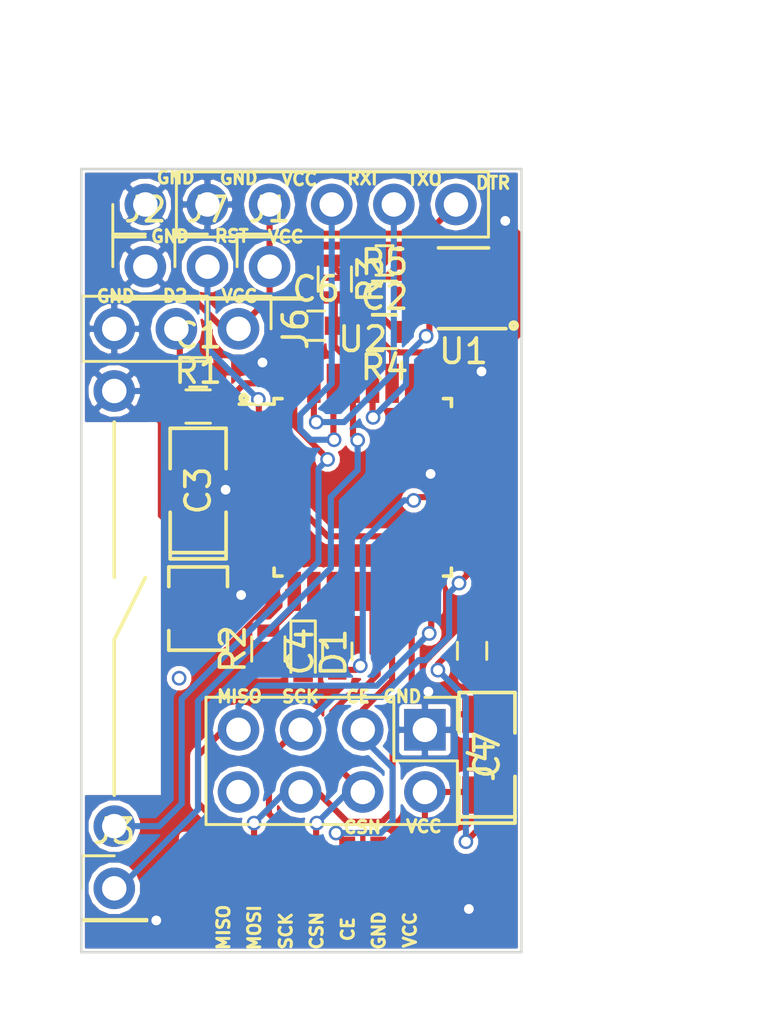
<source format=kicad_pcb>
(kicad_pcb (version 4) (host pcbnew 4.0.7+dfsg1-1~bpo9+1)

  (general
    (links 64)
    (no_connects 0)
    (area 90.502381 49.3 126.25 90.726619)
    (thickness 1.6)
    (drawings 33)
    (tracks 294)
    (zones 0)
    (modules 25)
    (nets 35)
  )

  (page A4)
  (layers
    (0 F.Cu signal)
    (31 B.Cu signal)
    (32 B.Adhes user)
    (33 F.Adhes user)
    (34 B.Paste user)
    (35 F.Paste user)
    (36 B.SilkS user)
    (37 F.SilkS user)
    (38 B.Mask user)
    (39 F.Mask user)
    (40 Dwgs.User user)
    (41 Cmts.User user)
    (42 Eco1.User user)
    (43 Eco2.User user)
    (44 Edge.Cuts user)
    (45 Margin user)
    (46 B.CrtYd user)
    (47 F.CrtYd user)
    (48 B.Fab user)
    (49 F.Fab user)
  )

  (setup
    (last_trace_width 0.25)
    (trace_clearance 0.2)
    (zone_clearance 0.1)
    (zone_45_only yes)
    (trace_min 0.2)
    (segment_width 0.2)
    (edge_width 0.1)
    (via_size 0.6)
    (via_drill 0.4)
    (via_min_size 0.4)
    (via_min_drill 0.3)
    (uvia_size 0.3)
    (uvia_drill 0.1)
    (uvias_allowed no)
    (uvia_min_size 0.2)
    (uvia_min_drill 0.1)
    (pcb_text_width 0.3)
    (pcb_text_size 1.5 1.5)
    (mod_edge_width 0.15)
    (mod_text_size 1 1)
    (mod_text_width 0.15)
    (pad_size 1.7 1.7)
    (pad_drill 1)
    (pad_to_mask_clearance 0)
    (aux_axis_origin 0 0)
    (visible_elements FFFCFFFF)
    (pcbplotparams
      (layerselection 0x010e0_80000001)
      (usegerberextensions false)
      (excludeedgelayer true)
      (linewidth 0.100000)
      (plotframeref true)
      (viasonmask false)
      (mode 1)
      (useauxorigin false)
      (hpglpennumber 1)
      (hpglpenspeed 20)
      (hpglpendiameter 15)
      (hpglpenoverlay 2)
      (psnegative false)
      (psa4output false)
      (plotreference true)
      (plotvalue true)
      (plotinvisibletext false)
      (padsonsilk false)
      (subtractmaskfromsilk false)
      (outputformat 1)
      (mirror false)
      (drillshape 0)
      (scaleselection 1)
      (outputdirectory gerber/))
  )

  (net 0 "")
  (net 1 GND)
  (net 2 D2)
  (net 3 VCC)
  (net 4 "Net-(C4-Pad1)")
  (net 5 RESET)
  (net 6 DTR)
  (net 7 "Net-(D1-Pad2)")
  (net 8 D10)
  (net 9 D9)
  (net 10 SCK)
  (net 11 MOSI)
  (net 12 MISO)
  (net 13 "Net-(J4-Pad8)")
  (net 14 "Net-(J5-Pad8)")
  (net 15 RXI)
  (net 16 TXO)
  (net 17 "Net-(Q1-Pad1)")
  (net 18 "Net-(Q1-Pad3)")
  (net 19 A4)
  (net 20 A5)
  (net 21 "Net-(U1-Pad3)")
  (net 22 "Net-(U1-Pad4)")
  (net 23 D3)
  (net 24 D4)
  (net 25 D5)
  (net 26 D6)
  (net 27 D7)
  (net 28 D8)
  (net 29 A6)
  (net 30 A7)
  (net 31 A0)
  (net 32 A1)
  (net 33 A2)
  (net 34 A3)

  (net_class Default "This is the default net class."
    (clearance 0.2)
    (trace_width 0.25)
    (via_dia 0.6)
    (via_drill 0.4)
    (uvia_dia 0.3)
    (uvia_drill 0.1)
    (add_net A0)
    (add_net A1)
    (add_net A2)
    (add_net A3)
    (add_net A4)
    (add_net A5)
    (add_net A6)
    (add_net A7)
    (add_net D10)
    (add_net D2)
    (add_net D3)
    (add_net D4)
    (add_net D5)
    (add_net D6)
    (add_net D7)
    (add_net D8)
    (add_net D9)
    (add_net DTR)
    (add_net GND)
    (add_net MISO)
    (add_net MOSI)
    (add_net "Net-(C4-Pad1)")
    (add_net "Net-(D1-Pad2)")
    (add_net "Net-(J4-Pad8)")
    (add_net "Net-(J5-Pad8)")
    (add_net "Net-(Q1-Pad1)")
    (add_net "Net-(Q1-Pad3)")
    (add_net "Net-(U1-Pad3)")
    (add_net "Net-(U1-Pad4)")
    (add_net RESET)
    (add_net RXI)
    (add_net SCK)
    (add_net TXO)
    (add_net VCC)
  )

  (module Pin_Headers:Pin_Header_Straight_2x04_Pitch2.54mm (layer F.Cu) (tedit 59650532) (tstamp 5A4A61A7)
    (at 107.95 78.613 270)
    (descr "Through hole straight pin header, 2x04, 2.54mm pitch, double rows")
    (tags "Through hole pin header THT 2x04 2.54mm double row")
    (path /5A48E2FB)
    (fp_text reference J4 (at 1.27 -2.33 270) (layer F.SilkS)
      (effects (font (size 1 1) (thickness 0.15)))
    )
    (fp_text value Conn_02x04_Odd_Even (at 1.27 9.95 270) (layer F.Fab)
      (effects (font (size 1 1) (thickness 0.15)))
    )
    (fp_line (start 0 -1.27) (end 3.81 -1.27) (layer F.Fab) (width 0.1))
    (fp_line (start 3.81 -1.27) (end 3.81 8.89) (layer F.Fab) (width 0.1))
    (fp_line (start 3.81 8.89) (end -1.27 8.89) (layer F.Fab) (width 0.1))
    (fp_line (start -1.27 8.89) (end -1.27 0) (layer F.Fab) (width 0.1))
    (fp_line (start -1.27 0) (end 0 -1.27) (layer F.Fab) (width 0.1))
    (fp_line (start -1.33 8.95) (end 3.87 8.95) (layer F.SilkS) (width 0.12))
    (fp_line (start -1.33 1.27) (end -1.33 8.95) (layer F.SilkS) (width 0.12))
    (fp_line (start 3.87 -1.33) (end 3.87 8.95) (layer F.SilkS) (width 0.12))
    (fp_line (start -1.33 1.27) (end 1.27 1.27) (layer F.SilkS) (width 0.12))
    (fp_line (start 1.27 1.27) (end 1.27 -1.33) (layer F.SilkS) (width 0.12))
    (fp_line (start 1.27 -1.33) (end 3.87 -1.33) (layer F.SilkS) (width 0.12))
    (fp_line (start -1.33 0) (end -1.33 -1.33) (layer F.SilkS) (width 0.12))
    (fp_line (start -1.33 -1.33) (end 0 -1.33) (layer F.SilkS) (width 0.12))
    (fp_line (start -1.8 -1.8) (end -1.8 9.4) (layer F.CrtYd) (width 0.05))
    (fp_line (start -1.8 9.4) (end 4.35 9.4) (layer F.CrtYd) (width 0.05))
    (fp_line (start 4.35 9.4) (end 4.35 -1.8) (layer F.CrtYd) (width 0.05))
    (fp_line (start 4.35 -1.8) (end -1.8 -1.8) (layer F.CrtYd) (width 0.05))
    (fp_text user %R (at 1.27 3.81 360) (layer F.Fab)
      (effects (font (size 1 1) (thickness 0.15)))
    )
    (pad 1 thru_hole rect (at 0 0 270) (size 1.7 1.7) (drill 1) (layers *.Cu *.Mask)
      (net 1 GND))
    (pad 2 thru_hole oval (at 2.54 0 270) (size 1.7 1.7) (drill 1) (layers *.Cu *.Mask)
      (net 3 VCC))
    (pad 3 thru_hole oval (at 0 2.54 270) (size 1.7 1.7) (drill 1) (layers *.Cu *.Mask)
      (net 8 D10))
    (pad 4 thru_hole oval (at 2.54 2.54 270) (size 1.7 1.7) (drill 1) (layers *.Cu *.Mask)
      (net 9 D9))
    (pad 5 thru_hole oval (at 0 5.08 270) (size 1.7 1.7) (drill 1) (layers *.Cu *.Mask)
      (net 10 SCK))
    (pad 6 thru_hole oval (at 2.54 5.08 270) (size 1.7 1.7) (drill 1) (layers *.Cu *.Mask)
      (net 11 MOSI))
    (pad 7 thru_hole oval (at 0 7.62 270) (size 1.7 1.7) (drill 1) (layers *.Cu *.Mask)
      (net 12 MISO))
    (pad 8 thru_hole oval (at 2.54 7.62 270) (size 1.7 1.7) (drill 1) (layers *.Cu *.Mask)
      (net 13 "Net-(J4-Pad8)"))
  )

  (module Capacitors_SMD:C_0603 (layer F.Cu) (tedit 59958EE7) (tstamp 5A4A6162)
    (at 98.679 64.008)
    (descr "Capacitor SMD 0603, reflow soldering, AVX (see smccp.pdf)")
    (tags "capacitor 0603")
    (path /5A46AFB5)
    (attr smd)
    (fp_text reference C1 (at 0 -1.5) (layer F.SilkS)
      (effects (font (size 1 1) (thickness 0.15)))
    )
    (fp_text value 10nF (at 0 1.5) (layer F.Fab)
      (effects (font (size 1 1) (thickness 0.15)))
    )
    (fp_line (start 1.4 0.65) (end -1.4 0.65) (layer F.CrtYd) (width 0.05))
    (fp_line (start 1.4 0.65) (end 1.4 -0.65) (layer F.CrtYd) (width 0.05))
    (fp_line (start -1.4 -0.65) (end -1.4 0.65) (layer F.CrtYd) (width 0.05))
    (fp_line (start -1.4 -0.65) (end 1.4 -0.65) (layer F.CrtYd) (width 0.05))
    (fp_line (start 0.35 0.6) (end -0.35 0.6) (layer F.SilkS) (width 0.12))
    (fp_line (start -0.35 -0.6) (end 0.35 -0.6) (layer F.SilkS) (width 0.12))
    (fp_line (start -0.8 -0.4) (end 0.8 -0.4) (layer F.Fab) (width 0.1))
    (fp_line (start 0.8 -0.4) (end 0.8 0.4) (layer F.Fab) (width 0.1))
    (fp_line (start 0.8 0.4) (end -0.8 0.4) (layer F.Fab) (width 0.1))
    (fp_line (start -0.8 0.4) (end -0.8 -0.4) (layer F.Fab) (width 0.1))
    (fp_text user %R (at 0 0) (layer F.Fab)
      (effects (font (size 0.3 0.3) (thickness 0.075)))
    )
    (pad 2 smd rect (at 0.75 0) (size 0.8 0.75) (layers F.Cu F.Paste F.Mask)
      (net 1 GND))
    (pad 1 smd rect (at -0.75 0) (size 0.8 0.75) (layers F.Cu F.Paste F.Mask)
      (net 2 D2))
    (model Capacitors_SMD.3dshapes/C_0603.wrl
      (at (xyz 0 0 0))
      (scale (xyz 1 1 1))
      (rotate (xyz 0 0 0))
    )
  )

  (module Capacitors_SMD:C_0603 (layer F.Cu) (tedit 59958EE7) (tstamp 5A4A6168)
    (at 106.299 59.436 180)
    (descr "Capacitor SMD 0603, reflow soldering, AVX (see smccp.pdf)")
    (tags "capacitor 0603")
    (path /5A46F004)
    (attr smd)
    (fp_text reference C2 (at 0 -1.5 180) (layer F.SilkS)
      (effects (font (size 1 1) (thickness 0.15)))
    )
    (fp_text value 0.1uF (at 0 1.5 180) (layer F.Fab)
      (effects (font (size 1 1) (thickness 0.15)))
    )
    (fp_line (start 1.4 0.65) (end -1.4 0.65) (layer F.CrtYd) (width 0.05))
    (fp_line (start 1.4 0.65) (end 1.4 -0.65) (layer F.CrtYd) (width 0.05))
    (fp_line (start -1.4 -0.65) (end -1.4 0.65) (layer F.CrtYd) (width 0.05))
    (fp_line (start -1.4 -0.65) (end 1.4 -0.65) (layer F.CrtYd) (width 0.05))
    (fp_line (start 0.35 0.6) (end -0.35 0.6) (layer F.SilkS) (width 0.12))
    (fp_line (start -0.35 -0.6) (end 0.35 -0.6) (layer F.SilkS) (width 0.12))
    (fp_line (start -0.8 -0.4) (end 0.8 -0.4) (layer F.Fab) (width 0.1))
    (fp_line (start 0.8 -0.4) (end 0.8 0.4) (layer F.Fab) (width 0.1))
    (fp_line (start 0.8 0.4) (end -0.8 0.4) (layer F.Fab) (width 0.1))
    (fp_line (start -0.8 0.4) (end -0.8 -0.4) (layer F.Fab) (width 0.1))
    (fp_text user %R (at 0 0 180) (layer F.Fab)
      (effects (font (size 0.3 0.3) (thickness 0.075)))
    )
    (pad 2 smd rect (at 0.75 0 180) (size 0.8 0.75) (layers F.Cu F.Paste F.Mask)
      (net 1 GND))
    (pad 1 smd rect (at -0.75 0 180) (size 0.8 0.75) (layers F.Cu F.Paste F.Mask)
      (net 3 VCC))
    (model Capacitors_SMD.3dshapes/C_0603.wrl
      (at (xyz 0 0 0))
      (scale (xyz 1 1 1))
      (rotate (xyz 0 0 0))
    )
  )

  (module SMD_Packages:SMD-1206_Pol (layer F.Cu) (tedit 0) (tstamp 5A4A616E)
    (at 98.679 68.834 90)
    (path /5A4698B7)
    (attr smd)
    (fp_text reference C3 (at 0 0 90) (layer F.SilkS)
      (effects (font (size 1 1) (thickness 0.15)))
    )
    (fp_text value 10uF (at 0 0 90) (layer F.Fab)
      (effects (font (size 1 1) (thickness 0.15)))
    )
    (fp_line (start -2.54 -1.143) (end -2.794 -1.143) (layer F.SilkS) (width 0.15))
    (fp_line (start -2.794 -1.143) (end -2.794 1.143) (layer F.SilkS) (width 0.15))
    (fp_line (start -2.794 1.143) (end -2.54 1.143) (layer F.SilkS) (width 0.15))
    (fp_line (start -2.54 -1.143) (end -2.54 1.143) (layer F.SilkS) (width 0.15))
    (fp_line (start -2.54 1.143) (end -0.889 1.143) (layer F.SilkS) (width 0.15))
    (fp_line (start 0.889 -1.143) (end 2.54 -1.143) (layer F.SilkS) (width 0.15))
    (fp_line (start 2.54 -1.143) (end 2.54 1.143) (layer F.SilkS) (width 0.15))
    (fp_line (start 2.54 1.143) (end 0.889 1.143) (layer F.SilkS) (width 0.15))
    (fp_line (start -0.889 -1.143) (end -2.54 -1.143) (layer F.SilkS) (width 0.15))
    (pad 1 smd rect (at -1.651 0 90) (size 1.524 2.032) (layers F.Cu F.Paste F.Mask)
      (net 3 VCC))
    (pad 2 smd rect (at 1.651 0 90) (size 1.524 2.032) (layers F.Cu F.Paste F.Mask)
      (net 1 GND))
    (model SMD_Packages.3dshapes/SMD-1206_Pol.wrl
      (at (xyz 0 0 0))
      (scale (xyz 0.17 0.16 0.16))
      (rotate (xyz 0 0 0))
    )
  )

  (module Capacitors_SMD:C_0603 (layer F.Cu) (tedit 59958EE7) (tstamp 5A4A6174)
    (at 104.3686 75.4126 90)
    (descr "Capacitor SMD 0603, reflow soldering, AVX (see smccp.pdf)")
    (tags "capacitor 0603")
    (path /5A4698B2)
    (attr smd)
    (fp_text reference C4 (at 0 -1.5 90) (layer F.SilkS)
      (effects (font (size 1 1) (thickness 0.15)))
    )
    (fp_text value 0.1uF (at 0 1.5 90) (layer F.Fab)
      (effects (font (size 1 1) (thickness 0.15)))
    )
    (fp_line (start 1.4 0.65) (end -1.4 0.65) (layer F.CrtYd) (width 0.05))
    (fp_line (start 1.4 0.65) (end 1.4 -0.65) (layer F.CrtYd) (width 0.05))
    (fp_line (start -1.4 -0.65) (end -1.4 0.65) (layer F.CrtYd) (width 0.05))
    (fp_line (start -1.4 -0.65) (end 1.4 -0.65) (layer F.CrtYd) (width 0.05))
    (fp_line (start 0.35 0.6) (end -0.35 0.6) (layer F.SilkS) (width 0.12))
    (fp_line (start -0.35 -0.6) (end 0.35 -0.6) (layer F.SilkS) (width 0.12))
    (fp_line (start -0.8 -0.4) (end 0.8 -0.4) (layer F.Fab) (width 0.1))
    (fp_line (start 0.8 -0.4) (end 0.8 0.4) (layer F.Fab) (width 0.1))
    (fp_line (start 0.8 0.4) (end -0.8 0.4) (layer F.Fab) (width 0.1))
    (fp_line (start -0.8 0.4) (end -0.8 -0.4) (layer F.Fab) (width 0.1))
    (fp_text user %R (at 0 0 90) (layer F.Fab)
      (effects (font (size 0.3 0.3) (thickness 0.075)))
    )
    (pad 2 smd rect (at 0.75 0 90) (size 0.8 0.75) (layers F.Cu F.Paste F.Mask)
      (net 1 GND))
    (pad 1 smd rect (at -0.75 0 90) (size 0.8 0.75) (layers F.Cu F.Paste F.Mask)
      (net 4 "Net-(C4-Pad1)"))
    (model Capacitors_SMD.3dshapes/C_0603.wrl
      (at (xyz 0 0 0))
      (scale (xyz 1 1 1))
      (rotate (xyz 0 0 0))
    )
  )

  (module Capacitors_SMD:C_0603 (layer F.Cu) (tedit 5A4B6AD3) (tstamp 5A4A617A)
    (at 109.8804 75.3872 270)
    (descr "Capacitor SMD 0603, reflow soldering, AVX (see smccp.pdf)")
    (tags "capacitor 0603")
    (path /5A4698B4)
    (attr smd)
    (fp_text reference C5 (at 0 -1.5 270) (layer F.SilkS) hide
      (effects (font (size 1 1) (thickness 0.15)))
    )
    (fp_text value 0.1uF (at 0 1.5 270) (layer F.Fab)
      (effects (font (size 1 1) (thickness 0.15)))
    )
    (fp_line (start 1.4 0.65) (end -1.4 0.65) (layer F.CrtYd) (width 0.05))
    (fp_line (start 1.4 0.65) (end 1.4 -0.65) (layer F.CrtYd) (width 0.05))
    (fp_line (start -1.4 -0.65) (end -1.4 0.65) (layer F.CrtYd) (width 0.05))
    (fp_line (start -1.4 -0.65) (end 1.4 -0.65) (layer F.CrtYd) (width 0.05))
    (fp_line (start 0.35 0.6) (end -0.35 0.6) (layer F.SilkS) (width 0.12))
    (fp_line (start -0.35 -0.6) (end 0.35 -0.6) (layer F.SilkS) (width 0.12))
    (fp_line (start -0.8 -0.4) (end 0.8 -0.4) (layer F.Fab) (width 0.1))
    (fp_line (start 0.8 -0.4) (end 0.8 0.4) (layer F.Fab) (width 0.1))
    (fp_line (start 0.8 0.4) (end -0.8 0.4) (layer F.Fab) (width 0.1))
    (fp_line (start -0.8 0.4) (end -0.8 -0.4) (layer F.Fab) (width 0.1))
    (fp_text user %R (at 0 0 270) (layer F.Fab)
      (effects (font (size 0.3 0.3) (thickness 0.075)))
    )
    (pad 2 smd rect (at 0.75 0 270) (size 0.8 0.75) (layers F.Cu F.Paste F.Mask)
      (net 1 GND))
    (pad 1 smd rect (at -0.75 0 270) (size 0.8 0.75) (layers F.Cu F.Paste F.Mask)
      (net 3 VCC))
    (model Capacitors_SMD.3dshapes/C_0603.wrl
      (at (xyz 0 0 0))
      (scale (xyz 1 1 1))
      (rotate (xyz 0 0 0))
    )
  )

  (module Capacitors_SMD:C_0603 (layer F.Cu) (tedit 59958EE7) (tstamp 5A4A6180)
    (at 103.505 62.103)
    (descr "Capacitor SMD 0603, reflow soldering, AVX (see smccp.pdf)")
    (tags "capacitor 0603")
    (path /5A4698B3)
    (attr smd)
    (fp_text reference C6 (at 0 -1.5) (layer F.SilkS)
      (effects (font (size 1 1) (thickness 0.15)))
    )
    (fp_text value 0.1uF (at 0 1.5) (layer F.Fab)
      (effects (font (size 1 1) (thickness 0.15)))
    )
    (fp_line (start 1.4 0.65) (end -1.4 0.65) (layer F.CrtYd) (width 0.05))
    (fp_line (start 1.4 0.65) (end 1.4 -0.65) (layer F.CrtYd) (width 0.05))
    (fp_line (start -1.4 -0.65) (end -1.4 0.65) (layer F.CrtYd) (width 0.05))
    (fp_line (start -1.4 -0.65) (end 1.4 -0.65) (layer F.CrtYd) (width 0.05))
    (fp_line (start 0.35 0.6) (end -0.35 0.6) (layer F.SilkS) (width 0.12))
    (fp_line (start -0.35 -0.6) (end 0.35 -0.6) (layer F.SilkS) (width 0.12))
    (fp_line (start -0.8 -0.4) (end 0.8 -0.4) (layer F.Fab) (width 0.1))
    (fp_line (start 0.8 -0.4) (end 0.8 0.4) (layer F.Fab) (width 0.1))
    (fp_line (start 0.8 0.4) (end -0.8 0.4) (layer F.Fab) (width 0.1))
    (fp_line (start -0.8 0.4) (end -0.8 -0.4) (layer F.Fab) (width 0.1))
    (fp_text user %R (at 0 0) (layer F.Fab)
      (effects (font (size 0.3 0.3) (thickness 0.075)))
    )
    (pad 2 smd rect (at 0.75 0) (size 0.8 0.75) (layers F.Cu F.Paste F.Mask)
      (net 5 RESET))
    (pad 1 smd rect (at -0.75 0) (size 0.8 0.75) (layers F.Cu F.Paste F.Mask)
      (net 6 DTR))
    (model Capacitors_SMD.3dshapes/C_0603.wrl
      (at (xyz 0 0 0))
      (scale (xyz 1 1 1))
      (rotate (xyz 0 0 0))
    )
  )

  (module SMD_Packages:SMD-1206_Pol (layer F.Cu) (tedit 0) (tstamp 5A4A6186)
    (at 110.49 79.629 90)
    (path /5A4A5C28)
    (attr smd)
    (fp_text reference C7 (at 0 0 90) (layer F.SilkS)
      (effects (font (size 1 1) (thickness 0.15)))
    )
    (fp_text value 10uF (at 0 0 90) (layer F.Fab)
      (effects (font (size 1 1) (thickness 0.15)))
    )
    (fp_line (start -2.54 -1.143) (end -2.794 -1.143) (layer F.SilkS) (width 0.15))
    (fp_line (start -2.794 -1.143) (end -2.794 1.143) (layer F.SilkS) (width 0.15))
    (fp_line (start -2.794 1.143) (end -2.54 1.143) (layer F.SilkS) (width 0.15))
    (fp_line (start -2.54 -1.143) (end -2.54 1.143) (layer F.SilkS) (width 0.15))
    (fp_line (start -2.54 1.143) (end -0.889 1.143) (layer F.SilkS) (width 0.15))
    (fp_line (start 0.889 -1.143) (end 2.54 -1.143) (layer F.SilkS) (width 0.15))
    (fp_line (start 2.54 -1.143) (end 2.54 1.143) (layer F.SilkS) (width 0.15))
    (fp_line (start 2.54 1.143) (end 0.889 1.143) (layer F.SilkS) (width 0.15))
    (fp_line (start -0.889 -1.143) (end -2.54 -1.143) (layer F.SilkS) (width 0.15))
    (pad 1 smd rect (at -1.651 0 90) (size 1.524 2.032) (layers F.Cu F.Paste F.Mask)
      (net 3 VCC))
    (pad 2 smd rect (at 1.651 0 90) (size 1.524 2.032) (layers F.Cu F.Paste F.Mask)
      (net 1 GND))
    (model SMD_Packages.3dshapes/SMD-1206_Pol.wrl
      (at (xyz 0 0 0))
      (scale (xyz 0.17 0.16 0.16))
      (rotate (xyz 0 0 0))
    )
  )

  (module LEDs:LED_0603 (layer F.Cu) (tedit 57FE93A5) (tstamp 5A4A618C)
    (at 102.9716 75.4634 270)
    (descr "LED 0603 smd package")
    (tags "LED led 0603 SMD smd SMT smt smdled SMDLED smtled SMTLED")
    (path /5A4698BD)
    (attr smd)
    (fp_text reference D1 (at 0 -1.25 270) (layer F.SilkS)
      (effects (font (size 1 1) (thickness 0.15)))
    )
    (fp_text value Green (at 0 1.35 270) (layer F.Fab)
      (effects (font (size 1 1) (thickness 0.15)))
    )
    (fp_line (start -1.3 -0.5) (end -1.3 0.5) (layer F.SilkS) (width 0.12))
    (fp_line (start -0.2 -0.2) (end -0.2 0.2) (layer F.Fab) (width 0.1))
    (fp_line (start -0.15 0) (end 0.15 -0.2) (layer F.Fab) (width 0.1))
    (fp_line (start 0.15 0.2) (end -0.15 0) (layer F.Fab) (width 0.1))
    (fp_line (start 0.15 -0.2) (end 0.15 0.2) (layer F.Fab) (width 0.1))
    (fp_line (start 0.8 0.4) (end -0.8 0.4) (layer F.Fab) (width 0.1))
    (fp_line (start 0.8 -0.4) (end 0.8 0.4) (layer F.Fab) (width 0.1))
    (fp_line (start -0.8 -0.4) (end 0.8 -0.4) (layer F.Fab) (width 0.1))
    (fp_line (start -0.8 0.4) (end -0.8 -0.4) (layer F.Fab) (width 0.1))
    (fp_line (start -1.3 0.5) (end 0.8 0.5) (layer F.SilkS) (width 0.12))
    (fp_line (start -1.3 -0.5) (end 0.8 -0.5) (layer F.SilkS) (width 0.12))
    (fp_line (start 1.45 -0.65) (end 1.45 0.65) (layer F.CrtYd) (width 0.05))
    (fp_line (start 1.45 0.65) (end -1.45 0.65) (layer F.CrtYd) (width 0.05))
    (fp_line (start -1.45 0.65) (end -1.45 -0.65) (layer F.CrtYd) (width 0.05))
    (fp_line (start -1.45 -0.65) (end 1.45 -0.65) (layer F.CrtYd) (width 0.05))
    (pad 2 smd rect (at 0.8 0 90) (size 0.8 0.8) (layers F.Cu F.Paste F.Mask)
      (net 7 "Net-(D1-Pad2)"))
    (pad 1 smd rect (at -0.8 0 90) (size 0.8 0.8) (layers F.Cu F.Paste F.Mask)
      (net 1 GND))
    (model ${KISYS3DMOD}/LEDs.3dshapes/LED_0603.wrl
      (at (xyz 0 0 0))
      (scale (xyz 1 1 1))
      (rotate (xyz 0 0 180))
    )
  )

  (module Pin_Headers:Pin_Header_Straight_1x01_Pitch2.54mm (layer F.Cu) (tedit 5A4A6D05) (tstamp 5A4A6191)
    (at 101.6 59.69)
    (descr "Through hole straight pin header, 1x01, 2.54mm pitch, single row")
    (tags "Through hole pin header THT 1x01 2.54mm single row")
    (path /5A48DF40)
    (fp_text reference J1 (at 0 -2.33) (layer F.SilkS)
      (effects (font (size 1 1) (thickness 0.15)))
    )
    (fp_text value Conn_01x01 (at 0 2.33) (layer F.Fab)
      (effects (font (size 1 1) (thickness 0.15)))
    )
    (fp_line (start -0.635 -1.27) (end 1.27 -1.27) (layer F.Fab) (width 0.1))
    (fp_line (start 1.27 -1.27) (end 1.27 1.27) (layer F.Fab) (width 0.1))
    (fp_line (start 1.27 1.27) (end -1.27 1.27) (layer F.Fab) (width 0.1))
    (fp_line (start -1.27 1.27) (end -1.27 -0.635) (layer F.Fab) (width 0.1))
    (fp_line (start -1.27 -0.635) (end -0.635 -1.27) (layer F.Fab) (width 0.1))
    (fp_line (start -1.33 1.33) (end 1.33 1.33) (layer F.SilkS) (width 0.12))
    (fp_line (start -1.33 1.27) (end -1.33 1.33) (layer F.SilkS) (width 0.12))
    (fp_line (start 1.33 1.27) (end 1.33 1.33) (layer F.SilkS) (width 0.12))
    (fp_line (start -1.33 1.27) (end 1.33 1.27) (layer F.SilkS) (width 0.12))
    (fp_line (start -1.33 0) (end -1.33 -1.33) (layer F.SilkS) (width 0.12))
    (fp_line (start -1.33 -1.33) (end 0 -1.33) (layer F.SilkS) (width 0.12))
    (fp_line (start -1.8 -1.8) (end -1.8 1.8) (layer F.CrtYd) (width 0.05))
    (fp_line (start -1.8 1.8) (end 1.8 1.8) (layer F.CrtYd) (width 0.05))
    (fp_line (start 1.8 1.8) (end 1.8 -1.8) (layer F.CrtYd) (width 0.05))
    (fp_line (start 1.8 -1.8) (end -1.8 -1.8) (layer F.CrtYd) (width 0.05))
    (fp_text user %R (at 0 0 90) (layer F.Fab)
      (effects (font (size 1 1) (thickness 0.15)))
    )
    (pad 1 thru_hole circle (at 0 0) (size 1.7 1.7) (drill 1) (layers *.Cu *.Mask)
      (net 3 VCC))
  )

  (module Pin_Headers:Pin_Header_Straight_1x01_Pitch2.54mm (layer F.Cu) (tedit 5A4A6CF8) (tstamp 5A4A6196)
    (at 96.52 59.69)
    (descr "Through hole straight pin header, 1x01, 2.54mm pitch, single row")
    (tags "Through hole pin header THT 1x01 2.54mm single row")
    (path /5A48DFE9)
    (fp_text reference J2 (at 0 -2.33) (layer F.SilkS)
      (effects (font (size 1 1) (thickness 0.15)))
    )
    (fp_text value Conn_01x01 (at 0 2.33) (layer F.Fab)
      (effects (font (size 1 1) (thickness 0.15)))
    )
    (fp_line (start -0.635 -1.27) (end 1.27 -1.27) (layer F.Fab) (width 0.1))
    (fp_line (start 1.27 -1.27) (end 1.27 1.27) (layer F.Fab) (width 0.1))
    (fp_line (start 1.27 1.27) (end -1.27 1.27) (layer F.Fab) (width 0.1))
    (fp_line (start -1.27 1.27) (end -1.27 -0.635) (layer F.Fab) (width 0.1))
    (fp_line (start -1.27 -0.635) (end -0.635 -1.27) (layer F.Fab) (width 0.1))
    (fp_line (start -1.33 1.33) (end 1.33 1.33) (layer F.SilkS) (width 0.12))
    (fp_line (start -1.33 1.27) (end -1.33 1.33) (layer F.SilkS) (width 0.12))
    (fp_line (start 1.33 1.27) (end 1.33 1.33) (layer F.SilkS) (width 0.12))
    (fp_line (start -1.33 1.27) (end 1.33 1.27) (layer F.SilkS) (width 0.12))
    (fp_line (start -1.33 0) (end -1.33 -1.33) (layer F.SilkS) (width 0.12))
    (fp_line (start -1.33 -1.33) (end 0 -1.33) (layer F.SilkS) (width 0.12))
    (fp_line (start -1.8 -1.8) (end -1.8 1.8) (layer F.CrtYd) (width 0.05))
    (fp_line (start -1.8 1.8) (end 1.8 1.8) (layer F.CrtYd) (width 0.05))
    (fp_line (start 1.8 1.8) (end 1.8 -1.8) (layer F.CrtYd) (width 0.05))
    (fp_line (start 1.8 -1.8) (end -1.8 -1.8) (layer F.CrtYd) (width 0.05))
    (fp_text user %R (at 0 0 90) (layer F.Fab)
      (effects (font (size 1 1) (thickness 0.15)))
    )
    (pad 1 thru_hole circle (at 0 0) (size 1.7 1.7) (drill 1) (layers *.Cu *.Mask)
      (net 1 GND))
  )

  (module Pin_Headers:Pin_Header_Straight_1x01_Pitch2.54mm (layer F.Cu) (tedit 5A4A6D00) (tstamp 5A4A619B)
    (at 95.25 85.09)
    (descr "Through hole straight pin header, 1x01, 2.54mm pitch, single row")
    (tags "Through hole pin header THT 1x01 2.54mm single row")
    (path /5A48E816)
    (fp_text reference J3 (at 0 -2.33) (layer F.SilkS)
      (effects (font (size 1 1) (thickness 0.15)))
    )
    (fp_text value Conn_01x01 (at 0 2.33) (layer F.Fab)
      (effects (font (size 1 1) (thickness 0.15)))
    )
    (fp_line (start -0.635 -1.27) (end 1.27 -1.27) (layer F.Fab) (width 0.1))
    (fp_line (start 1.27 -1.27) (end 1.27 1.27) (layer F.Fab) (width 0.1))
    (fp_line (start 1.27 1.27) (end -1.27 1.27) (layer F.Fab) (width 0.1))
    (fp_line (start -1.27 1.27) (end -1.27 -0.635) (layer F.Fab) (width 0.1))
    (fp_line (start -1.27 -0.635) (end -0.635 -1.27) (layer F.Fab) (width 0.1))
    (fp_line (start -1.33 1.33) (end 1.33 1.33) (layer F.SilkS) (width 0.12))
    (fp_line (start -1.33 1.27) (end -1.33 1.33) (layer F.SilkS) (width 0.12))
    (fp_line (start 1.33 1.27) (end 1.33 1.33) (layer F.SilkS) (width 0.12))
    (fp_line (start -1.33 1.27) (end 1.33 1.27) (layer F.SilkS) (width 0.12))
    (fp_line (start -1.33 0) (end -1.33 -1.33) (layer F.SilkS) (width 0.12))
    (fp_line (start -1.33 -1.33) (end 0 -1.33) (layer F.SilkS) (width 0.12))
    (fp_line (start -1.8 -1.8) (end -1.8 1.8) (layer F.CrtYd) (width 0.05))
    (fp_line (start -1.8 1.8) (end 1.8 1.8) (layer F.CrtYd) (width 0.05))
    (fp_line (start 1.8 1.8) (end 1.8 -1.8) (layer F.CrtYd) (width 0.05))
    (fp_line (start 1.8 -1.8) (end -1.8 -1.8) (layer F.CrtYd) (width 0.05))
    (fp_text user %R (at 0 0 90) (layer F.Fab)
      (effects (font (size 1 1) (thickness 0.15)))
    )
    (pad 1 thru_hole circle (at 0 0) (size 1.7 1.7) (drill 1) (layers *.Cu *.Mask)
      (net 5 RESET))
  )

  (module Pin_Headers:Pin_Header_Straight_1x03_Pitch2.54mm (layer F.Cu) (tedit 5A4A6D0E) (tstamp 5A4A61BA)
    (at 100.33 62.23 270)
    (descr "Through hole straight pin header, 1x03, 2.54mm pitch, single row")
    (tags "Through hole pin header THT 1x03 2.54mm single row")
    (path /5A4ACFE9)
    (fp_text reference J6 (at 0 -2.33 270) (layer F.SilkS)
      (effects (font (size 1 1) (thickness 0.15)))
    )
    (fp_text value Conn_01x03 (at 0 7.41 270) (layer F.Fab)
      (effects (font (size 1 1) (thickness 0.15)))
    )
    (fp_line (start -0.635 -1.27) (end 1.27 -1.27) (layer F.Fab) (width 0.1))
    (fp_line (start 1.27 -1.27) (end 1.27 6.35) (layer F.Fab) (width 0.1))
    (fp_line (start 1.27 6.35) (end -1.27 6.35) (layer F.Fab) (width 0.1))
    (fp_line (start -1.27 6.35) (end -1.27 -0.635) (layer F.Fab) (width 0.1))
    (fp_line (start -1.27 -0.635) (end -0.635 -1.27) (layer F.Fab) (width 0.1))
    (fp_line (start -1.33 6.41) (end 1.33 6.41) (layer F.SilkS) (width 0.12))
    (fp_line (start -1.33 1.27) (end -1.33 6.41) (layer F.SilkS) (width 0.12))
    (fp_line (start 1.33 1.27) (end 1.33 6.41) (layer F.SilkS) (width 0.12))
    (fp_line (start -1.33 1.27) (end 1.33 1.27) (layer F.SilkS) (width 0.12))
    (fp_line (start -1.33 0) (end -1.33 -1.33) (layer F.SilkS) (width 0.12))
    (fp_line (start -1.33 -1.33) (end 0 -1.33) (layer F.SilkS) (width 0.12))
    (fp_line (start -1.8 -1.8) (end -1.8 6.85) (layer F.CrtYd) (width 0.05))
    (fp_line (start -1.8 6.85) (end 1.8 6.85) (layer F.CrtYd) (width 0.05))
    (fp_line (start 1.8 6.85) (end 1.8 -1.8) (layer F.CrtYd) (width 0.05))
    (fp_line (start 1.8 -1.8) (end -1.8 -1.8) (layer F.CrtYd) (width 0.05))
    (fp_text user %R (at 0 2.54 360) (layer F.Fab)
      (effects (font (size 1 1) (thickness 0.15)))
    )
    (pad 1 thru_hole circle (at 0 0 270) (size 1.7 1.7) (drill 1) (layers *.Cu *.Mask)
      (net 3 VCC))
    (pad 2 thru_hole oval (at 0 2.54 270) (size 1.7 1.7) (drill 1) (layers *.Cu *.Mask)
      (net 2 D2))
    (pad 3 thru_hole oval (at 0 5.08 270) (size 1.7 1.7) (drill 1) (layers *.Cu *.Mask)
      (net 1 GND))
  )

  (module Pin_Headers:Pin_Header_Straight_1x06_Pitch2.54mm (layer F.Cu) (tedit 5A4B6A31) (tstamp 5A4A61C4)
    (at 96.52 57.15 90)
    (descr "Through hole straight pin header, 1x06, 2.54mm pitch, single row")
    (tags "Through hole pin header THT 1x06 2.54mm single row")
    (path /5A4698AD)
    (fp_text reference JP1 (at 0 -2.33 90) (layer F.SilkS) hide
      (effects (font (size 1 1) (thickness 0.15)))
    )
    (fp_text value CONN_01X06 (at 0 15.03 90) (layer F.Fab)
      (effects (font (size 1 1) (thickness 0.15)))
    )
    (fp_line (start -0.635 -1.27) (end 1.27 -1.27) (layer F.Fab) (width 0.1))
    (fp_line (start 1.27 -1.27) (end 1.27 13.97) (layer F.Fab) (width 0.1))
    (fp_line (start 1.27 13.97) (end -1.27 13.97) (layer F.Fab) (width 0.1))
    (fp_line (start -1.27 13.97) (end -1.27 -0.635) (layer F.Fab) (width 0.1))
    (fp_line (start -1.27 -0.635) (end -0.635 -1.27) (layer F.Fab) (width 0.1))
    (fp_line (start -1.33 14.03) (end 1.33 14.03) (layer F.SilkS) (width 0.12))
    (fp_line (start -1.33 1.27) (end -1.33 14.03) (layer F.SilkS) (width 0.12))
    (fp_line (start 1.33 1.27) (end 1.33 14.03) (layer F.SilkS) (width 0.12))
    (fp_line (start -1.33 1.27) (end 1.33 1.27) (layer F.SilkS) (width 0.12))
    (fp_line (start -1.33 0) (end -1.33 -1.33) (layer F.SilkS) (width 0.12))
    (fp_line (start -1.33 -1.33) (end 0 -1.33) (layer F.SilkS) (width 0.12))
    (fp_line (start -1.8 -1.8) (end -1.8 14.5) (layer F.CrtYd) (width 0.05))
    (fp_line (start -1.8 14.5) (end 1.8 14.5) (layer F.CrtYd) (width 0.05))
    (fp_line (start 1.8 14.5) (end 1.8 -1.8) (layer F.CrtYd) (width 0.05))
    (fp_line (start 1.8 -1.8) (end -1.8 -1.8) (layer F.CrtYd) (width 0.05))
    (fp_text user %R (at 0 6.35 180) (layer F.Fab)
      (effects (font (size 1 1) (thickness 0.15)))
    )
    (pad 1 thru_hole circle (at 0 0 90) (size 1.7 1.7) (drill 1) (layers *.Cu *.Mask)
      (net 1 GND))
    (pad 2 thru_hole oval (at 0 2.54 90) (size 1.7 1.7) (drill 1) (layers *.Cu *.Mask)
      (net 1 GND))
    (pad 3 thru_hole oval (at 0 5.08 90) (size 1.7 1.7) (drill 1) (layers *.Cu *.Mask)
      (net 3 VCC))
    (pad 4 thru_hole oval (at 0 7.62 90) (size 1.7 1.7) (drill 1) (layers *.Cu *.Mask)
      (net 15 RXI))
    (pad 5 thru_hole oval (at 0 10.16 90) (size 1.7 1.7) (drill 1) (layers *.Cu *.Mask)
      (net 16 TXO))
    (pad 6 thru_hole oval (at 0 12.7 90) (size 1.7 1.7) (drill 1) (layers *.Cu *.Mask)
      (net 6 DTR))
    (model ${KISYS3DMOD}/Pin_Headers.3dshapes/Pin_Header_Straight_1x06_Pitch2.54mm.wrl
      (at (xyz 0 0 0))
      (scale (xyz 1 1 1))
      (rotate (xyz 0 0 0))
    )
  )

  (module rfsensor:Resonator_smd (layer F.Cu) (tedit 5A4B69D8) (tstamp 5A4A61CB)
    (at 98.679 73.66 90)
    (descr "Murata CSTCC8M00G53-R0; 8MHz resonator, SMD, 0.5+0.3%; Farnell (Element 14) #1170435")
    (tags resonator)
    (path /5A4698D2)
    (attr smd)
    (fp_text reference Q1 (at -2.74 -0.779 90) (layer F.SilkS) hide
      (effects (font (size 1 1) (thickness 0.15)))
    )
    (fp_text value Resonator (at 0.127 1.905 90) (layer F.Fab)
      (effects (font (size 1 1) (thickness 0.15)))
    )
    (fp_line (start 1.778 -1.27) (end 1.778 1.27) (layer F.CrtYd) (width 0.15))
    (fp_line (start 1.778 1.27) (end -1.778 1.27) (layer F.CrtYd) (width 0.15))
    (fp_line (start -1.778 1.27) (end -1.778 -1.27) (layer F.CrtYd) (width 0.15))
    (fp_line (start -1.778 -1.27) (end 1.905 -1.27) (layer F.CrtYd) (width 0.15))
    (fp_line (start -1.7 -1.2) (end -1.7 1.2) (layer F.SilkS) (width 0.15))
    (fp_line (start 1.7 -1.2) (end 1.7 1.2) (layer F.SilkS) (width 0.15))
    (fp_line (start -0.9 -1.2) (end -1.7 -1.2) (layer F.SilkS) (width 0.15))
    (fp_line (start 1.7 -1.2) (end 0.9 -1.2) (layer F.SilkS) (width 0.15))
    (fp_line (start 0.9 1.2) (end 1.7 1.2) (layer F.SilkS) (width 0.15))
    (fp_line (start -1.7 1.2) (end -0.9 1.2) (layer F.SilkS) (width 0.15))
    (pad 1 smd rect (at -1.2 0 90) (size 0.45 1.9) (layers F.Cu F.Paste F.Mask)
      (net 17 "Net-(Q1-Pad1)"))
    (pad 2 smd rect (at 0 0 90) (size 0.45 1.9) (layers F.Cu F.Paste F.Mask)
      (net 1 GND))
    (pad 3 smd rect (at 1.2 0 90) (size 0.45 1.9) (layers F.Cu F.Paste F.Mask)
      (net 18 "Net-(Q1-Pad3)"))
  )

  (module Resistors_SMD:R_0603 (layer F.Cu) (tedit 58E0A804) (tstamp 5A4A61D1)
    (at 98.679 65.405)
    (descr "Resistor SMD 0603, reflow soldering, Vishay (see dcrcw.pdf)")
    (tags "resistor 0603")
    (path /5A46A443)
    (attr smd)
    (fp_text reference R1 (at 0 -1.45) (layer F.SilkS)
      (effects (font (size 1 1) (thickness 0.15)))
    )
    (fp_text value 1M (at 0 1.5) (layer F.Fab)
      (effects (font (size 1 1) (thickness 0.15)))
    )
    (fp_text user %R (at 0 0) (layer F.Fab)
      (effects (font (size 0.4 0.4) (thickness 0.075)))
    )
    (fp_line (start -0.8 0.4) (end -0.8 -0.4) (layer F.Fab) (width 0.1))
    (fp_line (start 0.8 0.4) (end -0.8 0.4) (layer F.Fab) (width 0.1))
    (fp_line (start 0.8 -0.4) (end 0.8 0.4) (layer F.Fab) (width 0.1))
    (fp_line (start -0.8 -0.4) (end 0.8 -0.4) (layer F.Fab) (width 0.1))
    (fp_line (start 0.5 0.68) (end -0.5 0.68) (layer F.SilkS) (width 0.12))
    (fp_line (start -0.5 -0.68) (end 0.5 -0.68) (layer F.SilkS) (width 0.12))
    (fp_line (start -1.25 -0.7) (end 1.25 -0.7) (layer F.CrtYd) (width 0.05))
    (fp_line (start -1.25 -0.7) (end -1.25 0.7) (layer F.CrtYd) (width 0.05))
    (fp_line (start 1.25 0.7) (end 1.25 -0.7) (layer F.CrtYd) (width 0.05))
    (fp_line (start 1.25 0.7) (end -1.25 0.7) (layer F.CrtYd) (width 0.05))
    (pad 1 smd rect (at -0.75 0) (size 0.5 0.9) (layers F.Cu F.Paste F.Mask)
      (net 3 VCC))
    (pad 2 smd rect (at 0.75 0) (size 0.5 0.9) (layers F.Cu F.Paste F.Mask)
      (net 2 D2))
    (model ${KISYS3DMOD}/Resistors_SMD.3dshapes/R_0603.wrl
      (at (xyz 0 0 0))
      (scale (xyz 1 1 1))
      (rotate (xyz 0 0 0))
    )
  )

  (module Resistors_SMD:R_0603 (layer F.Cu) (tedit 58E0A804) (tstamp 5A4A61D7)
    (at 101.5492 75.311 90)
    (descr "Resistor SMD 0603, reflow soldering, Vishay (see dcrcw.pdf)")
    (tags "resistor 0603")
    (path /5A4698BB)
    (attr smd)
    (fp_text reference R2 (at 0 -1.45 90) (layer F.SilkS)
      (effects (font (size 1 1) (thickness 0.15)))
    )
    (fp_text value 330 (at 0 1.5 90) (layer F.Fab)
      (effects (font (size 1 1) (thickness 0.15)))
    )
    (fp_text user %R (at 0 0 90) (layer F.Fab)
      (effects (font (size 0.4 0.4) (thickness 0.075)))
    )
    (fp_line (start -0.8 0.4) (end -0.8 -0.4) (layer F.Fab) (width 0.1))
    (fp_line (start 0.8 0.4) (end -0.8 0.4) (layer F.Fab) (width 0.1))
    (fp_line (start 0.8 -0.4) (end 0.8 0.4) (layer F.Fab) (width 0.1))
    (fp_line (start -0.8 -0.4) (end 0.8 -0.4) (layer F.Fab) (width 0.1))
    (fp_line (start 0.5 0.68) (end -0.5 0.68) (layer F.SilkS) (width 0.12))
    (fp_line (start -0.5 -0.68) (end 0.5 -0.68) (layer F.SilkS) (width 0.12))
    (fp_line (start -1.25 -0.7) (end 1.25 -0.7) (layer F.CrtYd) (width 0.05))
    (fp_line (start -1.25 -0.7) (end -1.25 0.7) (layer F.CrtYd) (width 0.05))
    (fp_line (start 1.25 0.7) (end 1.25 -0.7) (layer F.CrtYd) (width 0.05))
    (fp_line (start 1.25 0.7) (end -1.25 0.7) (layer F.CrtYd) (width 0.05))
    (pad 1 smd rect (at -0.75 0 90) (size 0.5 0.9) (layers F.Cu F.Paste F.Mask)
      (net 7 "Net-(D1-Pad2)"))
    (pad 2 smd rect (at 0.75 0 90) (size 0.5 0.9) (layers F.Cu F.Paste F.Mask)
      (net 25 D5))
    (model ${KISYS3DMOD}/Resistors_SMD.3dshapes/R_0603.wrl
      (at (xyz 0 0 0))
      (scale (xyz 1 1 1))
      (rotate (xyz 0 0 0))
    )
  )

  (module Resistors_SMD:R_0603 (layer F.Cu) (tedit 58E0A804) (tstamp 5A4A61DD)
    (at 104.267 60.198 270)
    (descr "Resistor SMD 0603, reflow soldering, Vishay (see dcrcw.pdf)")
    (tags "resistor 0603")
    (path /5A4698B8)
    (attr smd)
    (fp_text reference R3 (at 0 -1.45 270) (layer F.SilkS)
      (effects (font (size 1 1) (thickness 0.15)))
    )
    (fp_text value 10k (at 0 1.5 270) (layer F.Fab)
      (effects (font (size 1 1) (thickness 0.15)))
    )
    (fp_text user %R (at 0 0 270) (layer F.Fab)
      (effects (font (size 0.4 0.4) (thickness 0.075)))
    )
    (fp_line (start -0.8 0.4) (end -0.8 -0.4) (layer F.Fab) (width 0.1))
    (fp_line (start 0.8 0.4) (end -0.8 0.4) (layer F.Fab) (width 0.1))
    (fp_line (start 0.8 -0.4) (end 0.8 0.4) (layer F.Fab) (width 0.1))
    (fp_line (start -0.8 -0.4) (end 0.8 -0.4) (layer F.Fab) (width 0.1))
    (fp_line (start 0.5 0.68) (end -0.5 0.68) (layer F.SilkS) (width 0.12))
    (fp_line (start -0.5 -0.68) (end 0.5 -0.68) (layer F.SilkS) (width 0.12))
    (fp_line (start -1.25 -0.7) (end 1.25 -0.7) (layer F.CrtYd) (width 0.05))
    (fp_line (start -1.25 -0.7) (end -1.25 0.7) (layer F.CrtYd) (width 0.05))
    (fp_line (start 1.25 0.7) (end 1.25 -0.7) (layer F.CrtYd) (width 0.05))
    (fp_line (start 1.25 0.7) (end -1.25 0.7) (layer F.CrtYd) (width 0.05))
    (pad 1 smd rect (at -0.75 0 270) (size 0.5 0.9) (layers F.Cu F.Paste F.Mask)
      (net 3 VCC))
    (pad 2 smd rect (at 0.75 0 270) (size 0.5 0.9) (layers F.Cu F.Paste F.Mask)
      (net 5 RESET))
    (model ${KISYS3DMOD}/Resistors_SMD.3dshapes/R_0603.wrl
      (at (xyz 0 0 0))
      (scale (xyz 1 1 1))
      (rotate (xyz 0 0 0))
    )
  )

  (module Resistors_SMD:R_0603 (layer F.Cu) (tedit 58E0A804) (tstamp 5A4A61E3)
    (at 106.299 62.357 180)
    (descr "Resistor SMD 0603, reflow soldering, Vishay (see dcrcw.pdf)")
    (tags "resistor 0603")
    (path /5A4698B9)
    (attr smd)
    (fp_text reference R4 (at 0 -1.45 180) (layer F.SilkS)
      (effects (font (size 1 1) (thickness 0.15)))
    )
    (fp_text value R (at 0 1.5 180) (layer F.Fab)
      (effects (font (size 1 1) (thickness 0.15)))
    )
    (fp_text user %R (at 0 0 180) (layer F.Fab)
      (effects (font (size 0.4 0.4) (thickness 0.075)))
    )
    (fp_line (start -0.8 0.4) (end -0.8 -0.4) (layer F.Fab) (width 0.1))
    (fp_line (start 0.8 0.4) (end -0.8 0.4) (layer F.Fab) (width 0.1))
    (fp_line (start 0.8 -0.4) (end 0.8 0.4) (layer F.Fab) (width 0.1))
    (fp_line (start -0.8 -0.4) (end 0.8 -0.4) (layer F.Fab) (width 0.1))
    (fp_line (start 0.5 0.68) (end -0.5 0.68) (layer F.SilkS) (width 0.12))
    (fp_line (start -0.5 -0.68) (end 0.5 -0.68) (layer F.SilkS) (width 0.12))
    (fp_line (start -1.25 -0.7) (end 1.25 -0.7) (layer F.CrtYd) (width 0.05))
    (fp_line (start -1.25 -0.7) (end -1.25 0.7) (layer F.CrtYd) (width 0.05))
    (fp_line (start 1.25 0.7) (end 1.25 -0.7) (layer F.CrtYd) (width 0.05))
    (fp_line (start 1.25 0.7) (end -1.25 0.7) (layer F.CrtYd) (width 0.05))
    (pad 1 smd rect (at -0.75 0 180) (size 0.5 0.9) (layers F.Cu F.Paste F.Mask)
      (net 3 VCC))
    (pad 2 smd rect (at 0.75 0 180) (size 0.5 0.9) (layers F.Cu F.Paste F.Mask)
      (net 19 A4))
    (model ${KISYS3DMOD}/Resistors_SMD.3dshapes/R_0603.wrl
      (at (xyz 0 0 0))
      (scale (xyz 1 1 1))
      (rotate (xyz 0 0 0))
    )
  )

  (module Resistors_SMD:R_0603 (layer F.Cu) (tedit 58E0A804) (tstamp 5A4A61E9)
    (at 106.299 60.96)
    (descr "Resistor SMD 0603, reflow soldering, Vishay (see dcrcw.pdf)")
    (tags "resistor 0603")
    (path /5A4698BA)
    (attr smd)
    (fp_text reference R5 (at 0 -1.45) (layer F.SilkS)
      (effects (font (size 1 1) (thickness 0.15)))
    )
    (fp_text value R (at 0 1.5) (layer F.Fab)
      (effects (font (size 1 1) (thickness 0.15)))
    )
    (fp_text user %R (at 0 0) (layer F.Fab)
      (effects (font (size 0.4 0.4) (thickness 0.075)))
    )
    (fp_line (start -0.8 0.4) (end -0.8 -0.4) (layer F.Fab) (width 0.1))
    (fp_line (start 0.8 0.4) (end -0.8 0.4) (layer F.Fab) (width 0.1))
    (fp_line (start 0.8 -0.4) (end 0.8 0.4) (layer F.Fab) (width 0.1))
    (fp_line (start -0.8 -0.4) (end 0.8 -0.4) (layer F.Fab) (width 0.1))
    (fp_line (start 0.5 0.68) (end -0.5 0.68) (layer F.SilkS) (width 0.12))
    (fp_line (start -0.5 -0.68) (end 0.5 -0.68) (layer F.SilkS) (width 0.12))
    (fp_line (start -1.25 -0.7) (end 1.25 -0.7) (layer F.CrtYd) (width 0.05))
    (fp_line (start -1.25 -0.7) (end -1.25 0.7) (layer F.CrtYd) (width 0.05))
    (fp_line (start 1.25 0.7) (end 1.25 -0.7) (layer F.CrtYd) (width 0.05))
    (fp_line (start 1.25 0.7) (end -1.25 0.7) (layer F.CrtYd) (width 0.05))
    (pad 1 smd rect (at -0.75 0) (size 0.5 0.9) (layers F.Cu F.Paste F.Mask)
      (net 3 VCC))
    (pad 2 smd rect (at 0.75 0) (size 0.5 0.9) (layers F.Cu F.Paste F.Mask)
      (net 20 A5))
    (model ${KISYS3DMOD}/Resistors_SMD.3dshapes/R_0603.wrl
      (at (xyz 0 0 0))
      (scale (xyz 1 1 1))
      (rotate (xyz 0 0 0))
    )
  )

  (module rfsensor:reed (layer F.Cu) (tedit 5A4B69EA) (tstamp 5A4A61EF)
    (at 95.25 73.66 90)
    (tags reed)
    (path /5A46A3BC)
    (fp_text reference SW1 (at 0 -1.27 90) (layer F.SilkS) hide
      (effects (font (size 1 1) (thickness 0.15)))
    )
    (fp_text value SW_Reed (at 0 0 90) (layer F.Fab)
      (effects (font (size 1 1) (thickness 0.15)))
    )
    (fp_line (start 1.27 0) (end 7.62 0) (layer F.SilkS) (width 0.15))
    (fp_line (start -7.62 0) (end -1.27 0) (layer F.SilkS) (width 0.15))
    (fp_line (start -1.27 0) (end 1.27 1.27) (layer F.SilkS) (width 0.15))
    (fp_line (start -8.89 -1.27) (end -8.89 1.27) (layer F.CrtYd) (width 0.15))
    (fp_line (start -8.89 1.27) (end 8.89 1.27) (layer F.CrtYd) (width 0.15))
    (fp_line (start 8.89 1.27) (end 8.89 -1.27) (layer F.CrtYd) (width 0.15))
    (fp_line (start 8.89 -1.27) (end -8.89 -1.27) (layer F.CrtYd) (width 0.15))
    (pad 1 thru_hole circle (at -8.89 0 90) (size 1.7 1.7) (drill 1) (layers *.Cu *.Mask)
      (net 2 D2))
    (pad 2 thru_hole circle (at 8.89 0 90) (size 1.7 1.7) (drill 1) (layers *.Cu *.Mask)
      (net 1 GND))
  )

  (module Housings_QFP:TQFP-32_7x7mm_Pitch0.8mm (layer F.Cu) (tedit 58CC9A48) (tstamp 5A4A6221)
    (at 105.41 68.707)
    (descr "32-Lead Plastic Thin Quad Flatpack (PT) - 7x7x1.0 mm Body, 2.00 mm [TQFP] (see Microchip Packaging Specification 00000049BS.pdf)")
    (tags "QFP 0.8")
    (path /5A4698B1)
    (attr smd)
    (fp_text reference U2 (at 0 -6.05) (layer F.SilkS)
      (effects (font (size 1 1) (thickness 0.15)))
    )
    (fp_text value ATMEGA328-A (at 0 6.05) (layer F.Fab)
      (effects (font (size 1 1) (thickness 0.15)))
    )
    (fp_text user %R (at 0 0) (layer F.Fab)
      (effects (font (size 1 1) (thickness 0.15)))
    )
    (fp_line (start -2.5 -3.5) (end 3.5 -3.5) (layer F.Fab) (width 0.15))
    (fp_line (start 3.5 -3.5) (end 3.5 3.5) (layer F.Fab) (width 0.15))
    (fp_line (start 3.5 3.5) (end -3.5 3.5) (layer F.Fab) (width 0.15))
    (fp_line (start -3.5 3.5) (end -3.5 -2.5) (layer F.Fab) (width 0.15))
    (fp_line (start -3.5 -2.5) (end -2.5 -3.5) (layer F.Fab) (width 0.15))
    (fp_line (start -5.3 -5.3) (end -5.3 5.3) (layer F.CrtYd) (width 0.05))
    (fp_line (start 5.3 -5.3) (end 5.3 5.3) (layer F.CrtYd) (width 0.05))
    (fp_line (start -5.3 -5.3) (end 5.3 -5.3) (layer F.CrtYd) (width 0.05))
    (fp_line (start -5.3 5.3) (end 5.3 5.3) (layer F.CrtYd) (width 0.05))
    (fp_line (start -3.625 -3.625) (end -3.625 -3.4) (layer F.SilkS) (width 0.15))
    (fp_line (start 3.625 -3.625) (end 3.625 -3.3) (layer F.SilkS) (width 0.15))
    (fp_line (start 3.625 3.625) (end 3.625 3.3) (layer F.SilkS) (width 0.15))
    (fp_line (start -3.625 3.625) (end -3.625 3.3) (layer F.SilkS) (width 0.15))
    (fp_line (start -3.625 -3.625) (end -3.3 -3.625) (layer F.SilkS) (width 0.15))
    (fp_line (start -3.625 3.625) (end -3.3 3.625) (layer F.SilkS) (width 0.15))
    (fp_line (start 3.625 3.625) (end 3.3 3.625) (layer F.SilkS) (width 0.15))
    (fp_line (start 3.625 -3.625) (end 3.3 -3.625) (layer F.SilkS) (width 0.15))
    (fp_line (start -3.625 -3.4) (end -5.05 -3.4) (layer F.SilkS) (width 0.15))
    (pad 1 smd rect (at -4.25 -2.8) (size 1.6 0.55) (layers F.Cu F.Paste F.Mask)
      (net 23 D3))
    (pad 2 smd rect (at -4.25 -2) (size 1.6 0.55) (layers F.Cu F.Paste F.Mask)
      (net 24 D4))
    (pad 3 smd rect (at -4.25 -1.2) (size 1.6 0.55) (layers F.Cu F.Paste F.Mask)
      (net 1 GND))
    (pad 4 smd rect (at -4.25 -0.4) (size 1.6 0.55) (layers F.Cu F.Paste F.Mask)
      (net 3 VCC))
    (pad 5 smd rect (at -4.25 0.4) (size 1.6 0.55) (layers F.Cu F.Paste F.Mask)
      (net 1 GND))
    (pad 6 smd rect (at -4.25 1.2) (size 1.6 0.55) (layers F.Cu F.Paste F.Mask)
      (net 3 VCC))
    (pad 7 smd rect (at -4.25 2) (size 1.6 0.55) (layers F.Cu F.Paste F.Mask)
      (net 18 "Net-(Q1-Pad3)"))
    (pad 8 smd rect (at -4.25 2.8) (size 1.6 0.55) (layers F.Cu F.Paste F.Mask)
      (net 17 "Net-(Q1-Pad1)"))
    (pad 9 smd rect (at -2.8 4.25 90) (size 1.6 0.55) (layers F.Cu F.Paste F.Mask)
      (net 25 D5))
    (pad 10 smd rect (at -2 4.25 90) (size 1.6 0.55) (layers F.Cu F.Paste F.Mask)
      (net 26 D6))
    (pad 11 smd rect (at -1.2 4.25 90) (size 1.6 0.55) (layers F.Cu F.Paste F.Mask)
      (net 27 D7))
    (pad 12 smd rect (at -0.4 4.25 90) (size 1.6 0.55) (layers F.Cu F.Paste F.Mask)
      (net 28 D8))
    (pad 13 smd rect (at 0.4 4.25 90) (size 1.6 0.55) (layers F.Cu F.Paste F.Mask)
      (net 9 D9))
    (pad 14 smd rect (at 1.2 4.25 90) (size 1.6 0.55) (layers F.Cu F.Paste F.Mask)
      (net 8 D10))
    (pad 15 smd rect (at 2 4.25 90) (size 1.6 0.55) (layers F.Cu F.Paste F.Mask)
      (net 11 MOSI))
    (pad 16 smd rect (at 2.8 4.25 90) (size 1.6 0.55) (layers F.Cu F.Paste F.Mask)
      (net 12 MISO))
    (pad 17 smd rect (at 4.25 2.8) (size 1.6 0.55) (layers F.Cu F.Paste F.Mask)
      (net 10 SCK))
    (pad 18 smd rect (at 4.25 2) (size 1.6 0.55) (layers F.Cu F.Paste F.Mask)
      (net 3 VCC))
    (pad 19 smd rect (at 4.25 1.2) (size 1.6 0.55) (layers F.Cu F.Paste F.Mask)
      (net 29 A6))
    (pad 20 smd rect (at 4.25 0.4) (size 1.6 0.55) (layers F.Cu F.Paste F.Mask)
      (net 4 "Net-(C4-Pad1)"))
    (pad 21 smd rect (at 4.25 -0.4) (size 1.6 0.55) (layers F.Cu F.Paste F.Mask)
      (net 1 GND))
    (pad 22 smd rect (at 4.25 -1.2) (size 1.6 0.55) (layers F.Cu F.Paste F.Mask)
      (net 30 A7))
    (pad 23 smd rect (at 4.25 -2) (size 1.6 0.55) (layers F.Cu F.Paste F.Mask)
      (net 31 A0))
    (pad 24 smd rect (at 4.25 -2.8) (size 1.6 0.55) (layers F.Cu F.Paste F.Mask)
      (net 32 A1))
    (pad 25 smd rect (at 2.8 -4.25 90) (size 1.6 0.55) (layers F.Cu F.Paste F.Mask)
      (net 33 A2))
    (pad 26 smd rect (at 2 -4.25 90) (size 1.6 0.55) (layers F.Cu F.Paste F.Mask)
      (net 34 A3))
    (pad 27 smd rect (at 1.2 -4.25 90) (size 1.6 0.55) (layers F.Cu F.Paste F.Mask)
      (net 19 A4))
    (pad 28 smd rect (at 0.4 -4.25 90) (size 1.6 0.55) (layers F.Cu F.Paste F.Mask)
      (net 20 A5))
    (pad 29 smd rect (at -0.4 -4.25 90) (size 1.6 0.55) (layers F.Cu F.Paste F.Mask)
      (net 5 RESET))
    (pad 30 smd rect (at -1.2 -4.25 90) (size 1.6 0.55) (layers F.Cu F.Paste F.Mask)
      (net 15 RXI))
    (pad 31 smd rect (at -2 -4.25 90) (size 1.6 0.55) (layers F.Cu F.Paste F.Mask)
      (net 16 TXO))
    (pad 32 smd rect (at -2.8 -4.25 90) (size 1.6 0.55) (layers F.Cu F.Paste F.Mask)
      (net 2 D2))
    (model ${KISYS3DMOD}/Housings_QFP.3dshapes/TQFP-32_7x7mm_Pitch0.8mm.wrl
      (at (xyz 0 0 0))
      (scale (xyz 1 1 1))
      (rotate (xyz 0 0 0))
    )
  )

  (module rfsensor:si7021 (layer F.Cu) (tedit 5A4BA29F) (tstamp 5A4A61FD)
    (at 109.52988 60.57392 180)
    (descr "DFN6 3*3 MM, 0.95 PITCH; CASE 506AH-01 (see ON Semiconductor 506AH.PDF)")
    (tags "DFN 0.95")
    (path /5A46DCFF)
    (attr smd)
    (fp_text reference U1 (at 0 -2.575 180) (layer F.SilkS)
      (effects (font (size 1 1) (thickness 0.15)))
    )
    (fp_text value Si7021 (at 0 2.575 180) (layer F.Fab)
      (effects (font (size 1 1) (thickness 0.15)))
    )
    (fp_line (start -0.5 -1.5) (end 1.5 -1.5) (layer F.Fab) (width 0.15))
    (fp_line (start 1.5 -1.5) (end 1.5 1.5) (layer F.Fab) (width 0.15))
    (fp_line (start 1.5 1.5) (end -1.5 1.5) (layer F.Fab) (width 0.15))
    (fp_line (start -1.5 1.5) (end -1.5 -0.5) (layer F.Fab) (width 0.15))
    (fp_line (start -1.5 -0.5) (end -0.5 -1.5) (layer F.Fab) (width 0.15))
    (fp_line (start -1.9 -1.85) (end -1.9 1.85) (layer F.CrtYd) (width 0.05))
    (fp_line (start 1.9 -1.85) (end 1.9 1.85) (layer F.CrtYd) (width 0.05))
    (fp_line (start -1.9 -1.85) (end 1.9 -1.85) (layer F.CrtYd) (width 0.05))
    (fp_line (start -1.9 1.85) (end 1.9 1.85) (layer F.CrtYd) (width 0.05))
    (fp_line (start -1.025 1.65) (end 1.025 1.65) (layer F.SilkS) (width 0.15))
    (fp_line (start -1.73 -1.65) (end 1.025 -1.65) (layer F.SilkS) (width 0.15))
    (pad 1 smd rect (at -1.45 -1 180) (size 0.85 0.45) (layers F.Cu F.Paste F.Mask)
      (net 19 A4))
    (pad 2 smd rect (at -1.45 0 180) (size 0.85 0.45) (layers F.Cu F.Paste F.Mask)
      (net 1 GND))
    (pad 3 smd rect (at -1.45 1 180) (size 0.85 0.45) (layers F.Cu F.Paste F.Mask)
      (net 21 "Net-(U1-Pad3)"))
    (pad 4 smd rect (at 1.45 1 180) (size 0.85 0.45) (layers F.Cu F.Paste F.Mask)
      (net 22 "Net-(U1-Pad4)"))
    (pad 5 smd rect (at 1.45 0 180) (size 0.85 0.45) (layers F.Cu F.Paste F.Mask)
      (net 3 VCC))
    (pad 6 smd rect (at 1.45 -1 180) (size 0.85 0.45) (layers F.Cu F.Paste F.Mask)
      (net 20 A5))
    (pad 7 smd rect (at 0 0 180) (size 1.6 2.5) (layers F.Cu F.Paste F.Mask)
      (solder_paste_margin_ratio -0.2))
    (model ${KISYS3DMOD}/Housings_DFN_QFN.3dshapes/DFN-6-1EP_3x3mm_Pitch0.95mm.wrl
      (at (xyz 0 0 0))
      (scale (xyz 1 1 1))
      (rotate (xyz 0 0 0))
    )
  )

  (module rfsensor:Pin_Header_Straight_1x08_Pitch1.27mm_SMD (layer F.Cu) (tedit 5A4B99DC) (tstamp 5A4A61B3)
    (at 102.87 85.979 270)
    (path /5A48F36F)
    (attr smd)
    (fp_text reference J5 (at 0 -6.14 270) (layer F.SilkS) hide
      (effects (font (size 1 1) (thickness 0.15)))
    )
    (fp_text value Conn_01x08 (at 0 6.14 270) (layer F.Fab)
      (effects (font (size 1 1) (thickness 0.15)))
    )
    (fp_text user %R (at 0 0 360) (layer F.Fab)
      (effects (font (size 1 1) (thickness 0.15)))
    )
    (pad 1 smd rect (at -1.5 -4.445 270) (size 3 0.65) (layers F.Cu F.Paste F.Mask)
      (net 3 VCC))
    (pad 3 smd rect (at -1.5 -1.905 270) (size 3 0.65) (layers F.Cu F.Paste F.Mask)
      (net 8 D10))
    (pad 5 smd rect (at -1.5 0.635 270) (size 3 0.65) (layers F.Cu F.Paste F.Mask)
      (net 10 SCK))
    (pad 7 smd rect (at -1.5 3.175 270) (size 3 0.65) (layers F.Cu F.Paste F.Mask)
      (net 12 MISO))
    (pad 2 smd rect (at -1.5 -3.175 270) (size 3 0.65) (layers F.Cu F.Paste F.Mask)
      (net 1 GND))
    (pad 4 smd rect (at -1.5 -0.635 270) (size 3 0.65) (layers F.Cu F.Paste F.Mask)
      (net 9 D9))
    (pad 6 smd rect (at -1.5 1.905 270) (size 3 0.65) (layers F.Cu F.Paste F.Mask)
      (net 11 MOSI))
    (pad 8 smd rect (at -1.5 4.445 270) (size 3 0.65) (layers F.Cu F.Paste F.Mask)
      (net 14 "Net-(J5-Pad8)"))
  )

  (module Pin_Headers:Pin_Header_Straight_1x01_Pitch2.54mm (layer F.Cu) (tedit 5A4D0865) (tstamp 5A4D0745)
    (at 99.06 59.69)
    (descr "Through hole straight pin header, 1x01, 2.54mm pitch, single row")
    (tags "Through hole pin header THT 1x01 2.54mm single row")
    (path /5A4D096E)
    (fp_text reference J7 (at 0 -2.33) (layer F.SilkS)
      (effects (font (size 1 1) (thickness 0.15)))
    )
    (fp_text value Conn_01x01 (at 0 2.33) (layer F.Fab)
      (effects (font (size 1 1) (thickness 0.15)))
    )
    (fp_line (start -0.635 -1.27) (end 1.27 -1.27) (layer F.Fab) (width 0.1))
    (fp_line (start 1.27 -1.27) (end 1.27 1.27) (layer F.Fab) (width 0.1))
    (fp_line (start 1.27 1.27) (end -1.27 1.27) (layer F.Fab) (width 0.1))
    (fp_line (start -1.27 1.27) (end -1.27 -0.635) (layer F.Fab) (width 0.1))
    (fp_line (start -1.27 -0.635) (end -0.635 -1.27) (layer F.Fab) (width 0.1))
    (fp_line (start -1.33 1.33) (end 1.33 1.33) (layer F.SilkS) (width 0.12))
    (fp_line (start -1.33 1.27) (end -1.33 1.33) (layer F.SilkS) (width 0.12))
    (fp_line (start 1.33 1.27) (end 1.33 1.33) (layer F.SilkS) (width 0.12))
    (fp_line (start -1.33 1.27) (end 1.33 1.27) (layer F.SilkS) (width 0.12))
    (fp_line (start -1.33 0) (end -1.33 -1.33) (layer F.SilkS) (width 0.12))
    (fp_line (start -1.33 -1.33) (end 0 -1.33) (layer F.SilkS) (width 0.12))
    (fp_line (start -1.8 -1.8) (end -1.8 1.8) (layer F.CrtYd) (width 0.05))
    (fp_line (start -1.8 1.8) (end 1.8 1.8) (layer F.CrtYd) (width 0.05))
    (fp_line (start 1.8 1.8) (end 1.8 -1.8) (layer F.CrtYd) (width 0.05))
    (fp_line (start 1.8 -1.8) (end -1.8 -1.8) (layer F.CrtYd) (width 0.05))
    (fp_text user %R (at 0 0 90) (layer F.Fab)
      (effects (font (size 1 1) (thickness 0.15)))
    )
    (pad 1 thru_hole circle (at 0 0) (size 1.7 1.7) (drill 1) (layers *.Cu *.Mask)
      (net 23 D3))
    (model ${KISYS3DMOD}/Pin_Headers.3dshapes/Pin_Header_Straight_1x01_Pitch2.54mm.wrl
      (at (xyz 0 0 0))
      (scale (xyz 1 1 1))
      (rotate (xyz 0 0 0))
    )
  )

  (gr_circle (center 100.54844 65.05956) (end 100.56368 65.07988) (layer F.SilkS) (width 0.2))
  (gr_circle (center 111.5822 62.09792) (end 111.5822 62.11316) (layer F.SilkS) (width 0.2))
  (gr_text DTR (at 110.73892 56.27116) (layer F.SilkS)
    (effects (font (size 0.5 0.5) (thickness 0.125)))
  )
  (gr_text TXO (at 107.94492 56.11368) (layer F.SilkS)
    (effects (font (size 0.5 0.5) (thickness 0.125)))
  )
  (gr_text RXI (at 105.39476 56.09336) (layer F.SilkS)
    (effects (font (size 0.5 0.5) (thickness 0.125)))
  )
  (gr_text RST (at 100.0506 58.44032) (layer F.SilkS)
    (effects (font (size 0.5 0.5) (thickness 0.125)))
  )
  (gr_text GND (at 100.34016 56.07812) (layer F.SilkS)
    (effects (font (size 0.5 0.5) (thickness 0.125)))
  )
  (gr_text GND (at 97.75952 56.05272) (layer F.SilkS)
    (effects (font (size 0.5 0.5) (thickness 0.125)))
  )
  (gr_text GND (at 97.53092 58.45556) (layer F.SilkS)
    (effects (font (size 0.5 0.5) (thickness 0.125)))
  )
  (gr_text VCC (at 102.8192 56.12384) (layer F.SilkS)
    (effects (font (size 0.5 0.5) (thickness 0.125)))
  )
  (gr_text VCC (at 102.2604 58.4708) (layer F.SilkS)
    (effects (font (size 0.5 0.5) (thickness 0.125)))
  )
  (gr_text VCC (at 100.36556 60.89396) (layer F.SilkS)
    (effects (font (size 0.5 0.5) (thickness 0.125)))
  )
  (gr_text D2 (at 97.73412 60.8838) (layer F.SilkS)
    (effects (font (size 0.5 0.5) (thickness 0.125)))
  )
  (gr_text GND (at 95.30588 60.89904) (layer F.SilkS)
    (effects (font (size 0.5 0.5) (thickness 0.125)))
  )
  (gr_text MISO (at 99.71532 86.68512 90) (layer F.SilkS)
    (effects (font (size 0.5 0.5) (thickness 0.125)))
  )
  (gr_text SCK (at 102.26548 86.82736 90) (layer F.SilkS)
    (effects (font (size 0.5 0.5) (thickness 0.125)))
  )
  (gr_text CSN (at 103.52532 86.82228 90) (layer F.SilkS)
    (effects (font (size 0.5 0.5) (thickness 0.125)))
  )
  (gr_text CE (at 104.8004 86.75624 90) (layer F.SilkS)
    (effects (font (size 0.5 0.5) (thickness 0.125)))
  )
  (gr_text GND (at 106.06532 86.81212 90) (layer F.SilkS)
    (effects (font (size 0.5 0.5) (thickness 0.125)))
  )
  (gr_text VCC (at 107.3404 86.78672 90) (layer F.SilkS)
    (effects (font (size 0.5 0.5) (thickness 0.125)))
  )
  (gr_text MOSI (at 100.97516 86.69528 90) (layer F.SilkS)
    (effects (font (size 0.5 0.5) (thickness 0.125)))
  )
  (gr_text CSN (at 105.39476 82.59572) (layer F.SilkS)
    (effects (font (size 0.5 0.5) (thickness 0.125)))
  )
  (gr_text VCC (at 107.90936 82.56016) (layer F.SilkS)
    (effects (font (size 0.5 0.5) (thickness 0.125)))
  )
  (gr_text CE (at 105.21188 77.26172) (layer F.SilkS)
    (effects (font (size 0.5 0.5) (thickness 0.125)))
  )
  (gr_text GND (at 107.03052 77.25156) (layer F.SilkS)
    (effects (font (size 0.5 0.5) (thickness 0.125)))
  )
  (gr_text SCK (at 102.85984 77.25664) (layer F.SilkS)
    (effects (font (size 0.5 0.5) (thickness 0.125)))
  )
  (gr_text MISO (at 100.37064 77.25156) (layer F.SilkS)
    (effects (font (size 0.5 0.5) (thickness 0.125)))
  )
  (dimension 32 (width 0.3) (layer Dwgs.User)
    (gr_text "32.000 mm" (at 119.75 71.7 90) (layer Dwgs.User)
      (effects (font (size 1.5 1.5) (thickness 0.3)))
    )
    (feature1 (pts (xy 111.9 55.7) (xy 121.1 55.7)))
    (feature2 (pts (xy 111.9 87.7) (xy 121.1 87.7)))
    (crossbar (pts (xy 118.4 87.7) (xy 118.4 55.7)))
    (arrow1a (pts (xy 118.4 55.7) (xy 118.986421 56.826504)))
    (arrow1b (pts (xy 118.4 55.7) (xy 117.813579 56.826504)))
    (arrow2a (pts (xy 118.4 87.7) (xy 118.986421 86.573496)))
    (arrow2b (pts (xy 118.4 87.7) (xy 117.813579 86.573496)))
  )
  (dimension 18 (width 0.3) (layer Dwgs.User)
    (gr_text "18.000 mm" (at 102.9 50.65) (layer Dwgs.User)
      (effects (font (size 1.5 1.5) (thickness 0.3)))
    )
    (feature1 (pts (xy 111.9 55.7) (xy 111.9 49.3)))
    (feature2 (pts (xy 93.9 55.7) (xy 93.9 49.3)))
    (crossbar (pts (xy 93.9 52) (xy 111.9 52)))
    (arrow1a (pts (xy 111.9 52) (xy 110.773496 52.586421)))
    (arrow1b (pts (xy 111.9 52) (xy 110.773496 51.413579)))
    (arrow2a (pts (xy 93.9 52) (xy 95.026504 52.586421)))
    (arrow2b (pts (xy 93.9 52) (xy 95.026504 51.413579)))
  )
  (gr_line (start 93.9 55.7) (end 111.9 55.7) (angle 90) (layer Edge.Cuts) (width 0.1))
  (gr_line (start 93.9 87.7) (end 111.9 87.7) (angle 90) (layer Edge.Cuts) (width 0.1))
  (gr_line (start 93.9 87.7) (end 93.9 55.7) (angle 90) (layer Edge.Cuts) (width 0.1))
  (gr_line (start 111.9 55.7) (end 111.9 87.7) (angle 90) (layer Edge.Cuts) (width 0.1))

  (via (at 97.90176 76.5048) (size 0.6) (drill 0.4) (layers F.Cu B.Cu) (net 0))
  (segment (start 111.74984 60.7314) (end 111.74984 58.33364) (width 0.25) (layer F.Cu) (net 1))
  (via (at 111.23676 57.82056) (size 0.6) (drill 0.4) (layers F.Cu B.Cu) (net 1))
  (segment (start 111.74984 58.33364) (end 111.23676 57.82056) (width 0.25) (layer F.Cu) (net 1) (tstamp 5A4D0C97))
  (segment (start 106.045 86.73084) (end 97.29724 86.73084) (width 0.25) (layer F.Cu) (net 1))
  (via (at 96.96704 86.40064) (size 0.6) (drill 0.4) (layers F.Cu B.Cu) (net 1))
  (segment (start 97.29724 86.73084) (end 96.96704 86.40064) (width 0.25) (layer F.Cu) (net 1) (tstamp 5A4D0C82))
  (segment (start 106.045 84.479) (end 106.045 86.73084) (width 0.25) (layer F.Cu) (net 1))
  (via (at 109.74832 85.93328) (size 0.6) (drill 0.4) (layers F.Cu B.Cu) (net 1))
  (segment (start 108.93552 86.74608) (end 109.74832 85.93328) (width 0.25) (layer F.Cu) (net 1) (tstamp 5A4D0C71))
  (segment (start 106.06024 86.74608) (end 108.93552 86.74608) (width 0.25) (layer F.Cu) (net 1) (tstamp 5A4D0C6F))
  (segment (start 106.045 86.73084) (end 106.06024 86.74608) (width 0.25) (layer F.Cu) (net 1) (tstamp 5A4D0C6D))
  (segment (start 107.95 78.613) (end 107.95 77.19568) (width 0.25) (layer F.Cu) (net 1))
  (via (at 108.09224 77.05344) (size 0.6) (drill 0.4) (layers F.Cu B.Cu) (net 1))
  (segment (start 107.95 77.19568) (end 108.09224 77.05344) (width 0.25) (layer F.Cu) (net 1) (tstamp 5A4B4D17))
  (segment (start 110.97988 60.57392) (end 111.59236 60.57392) (width 0.25) (layer F.Cu) (net 1))
  (segment (start 108.33232 68.307) (end 108.18368 68.15836) (width 0.25) (layer F.Cu) (net 1) (tstamp 5A4B4CE3))
  (via (at 108.18368 68.15836) (size 0.6) (drill 0.4) (layers F.Cu B.Cu) (net 1))
  (segment (start 108.33232 68.307) (end 109.66 68.307) (width 0.25) (layer F.Cu) (net 1))
  (segment (start 107.57916 67.55384) (end 108.18368 68.15836) (width 0.25) (layer B.Cu) (net 1) (tstamp 5A4B8158))
  (segment (start 107.57916 66.65976) (end 107.57916 67.55384) (width 0.25) (layer B.Cu) (net 1) (tstamp 5A4B8153))
  (segment (start 110.26648 63.97244) (end 107.57916 66.65976) (width 0.25) (layer B.Cu) (net 1) (tstamp 5A4B8152))
  (via (at 110.26648 63.97244) (size 0.6) (drill 0.4) (layers F.Cu B.Cu) (net 1))
  (segment (start 111.74984 62.48908) (end 110.26648 63.97244) (width 0.25) (layer F.Cu) (net 1) (tstamp 5A4B8148))
  (segment (start 111.74984 60.7314) (end 111.74984 62.48908) (width 0.25) (layer F.Cu) (net 1) (tstamp 5A4B8142))
  (segment (start 111.59236 60.57392) (end 111.74984 60.7314) (width 0.25) (layer F.Cu) (net 1) (tstamp 5A4B813B))
  (segment (start 98.679 73.66) (end 99.88296 73.66) (width 0.25) (layer F.Cu) (net 1))
  (segment (start 100.2284 68.10248) (end 99.80168 68.10248) (width 0.25) (layer B.Cu) (net 1) (tstamp 5A4B7F98))
  (segment (start 100.52304 68.39712) (end 100.2284 68.10248) (width 0.25) (layer B.Cu) (net 1) (tstamp 5A4B7F96))
  (segment (start 100.52304 73.01992) (end 100.52304 68.39712) (width 0.25) (layer B.Cu) (net 1) (tstamp 5A4B7F93))
  (segment (start 100.43668 73.10628) (end 100.52304 73.01992) (width 0.25) (layer B.Cu) (net 1) (tstamp 5A4B7F92))
  (via (at 100.43668 73.10628) (size 0.6) (drill 0.4) (layers F.Cu B.Cu) (net 1))
  (segment (start 99.88296 73.66) (end 100.43668 73.10628) (width 0.25) (layer F.Cu) (net 1) (tstamp 5A4B7F8A))
  (segment (start 99.80168 68.80352) (end 99.80168 68.10248) (width 0.25) (layer B.Cu) (net 1))
  (segment (start 99.8728 68.7324) (end 99.80168 68.80352) (width 0.25) (layer F.Cu) (net 1) (tstamp 5A4B7E5C))
  (via (at 99.80168 68.80352) (size 0.6) (drill 0.4) (layers F.Cu B.Cu) (net 1))
  (segment (start 100.00996 68.7324) (end 99.8728 68.7324) (width 0.25) (layer F.Cu) (net 1))
  (segment (start 96.4692 64.77) (end 95.25 64.77) (width 0.25) (layer B.Cu) (net 1) (tstamp 5A4B7F35))
  (segment (start 99.80168 68.10248) (end 96.4692 64.77) (width 0.25) (layer B.Cu) (net 1) (tstamp 5A4B7F32))
  (segment (start 101.16 69.107) (end 100.38456 69.107) (width 0.25) (layer F.Cu) (net 1))
  (segment (start 100.38456 69.107) (end 100.00996 68.7324) (width 0.25) (layer F.Cu) (net 1) (tstamp 5A4B7DBC))
  (segment (start 100.00996 68.7324) (end 100.00996 67.507) (width 0.25) (layer F.Cu) (net 1) (tstamp 5A4B7DC0))
  (segment (start 98.679 67.183) (end 99.50704 67.183) (width 0.25) (layer F.Cu) (net 1))
  (segment (start 99.50704 67.183) (end 99.83104 67.507) (width 0.25) (layer F.Cu) (net 1) (tstamp 5A4B7DAA))
  (segment (start 99.83104 67.507) (end 100.00996 67.507) (width 0.25) (layer F.Cu) (net 1) (tstamp 5A4B7DAE))
  (segment (start 100.00996 67.507) (end 101.16 67.507) (width 0.25) (layer F.Cu) (net 1) (tstamp 5A4B7DC9))
  (segment (start 99.429 64.008) (end 100.03536 64.008) (width 0.25) (layer F.Cu) (net 1))
  (via (at 101.31044 63.60668) (size 0.6) (drill 0.4) (layers F.Cu B.Cu) (net 1))
  (segment (start 100.43668 63.60668) (end 101.31044 63.60668) (width 0.25) (layer F.Cu) (net 1) (tstamp 5A4B4CAE))
  (segment (start 100.03536 64.008) (end 100.43668 63.60668) (width 0.25) (layer F.Cu) (net 1) (tstamp 5A4B4CAB))
  (segment (start 103.97236 67.56654) (end 103.97236 67.53352) (width 0.25) (layer F.Cu) (net 2))
  (segment (start 102.61 66.17116) (end 102.61 64.457) (width 0.25) (layer F.Cu) (net 2) (tstamp 5A4D0B68))
  (segment (start 103.97236 67.53352) (end 102.61 66.17116) (width 0.25) (layer F.Cu) (net 2) (tstamp 5A4D0B61))
  (segment (start 95.25 82.55) (end 97.08896 82.55) (width 0.25) (layer B.Cu) (net 2))
  (segment (start 103.96728 67.56146) (end 103.96728 67.55892) (width 0.25) (layer F.Cu) (net 2) (tstamp 5A4D0AB7))
  (segment (start 103.97236 67.56654) (end 103.96728 67.56146) (width 0.25) (layer F.Cu) (net 2) (tstamp 5A4D0AB6))
  (via (at 103.97236 67.56654) (size 0.6) (drill 0.4) (layers F.Cu B.Cu) (net 2))
  (segment (start 103.60152 67.93738) (end 103.97236 67.56654) (width 0.25) (layer B.Cu) (net 2) (tstamp 5A4D0AAC))
  (segment (start 103.60152 71.74992) (end 103.60152 67.93738) (width 0.25) (layer B.Cu) (net 2) (tstamp 5A4D0AA3))
  (segment (start 98.0059 77.34554) (end 103.60152 71.74992) (width 0.25) (layer B.Cu) (net 2) (tstamp 5A4D0A9D))
  (segment (start 98.0059 81.63306) (end 98.0059 77.34554) (width 0.25) (layer B.Cu) (net 2) (tstamp 5A4D0A9A))
  (segment (start 97.08896 82.55) (end 98.0059 81.63306) (width 0.25) (layer B.Cu) (net 2) (tstamp 5A4D0A90))
  (segment (start 97.929 64.008) (end 97.929 62.369) (width 0.25) (layer F.Cu) (net 2))
  (segment (start 97.929 62.369) (end 97.79 62.23) (width 0.25) (layer F.Cu) (net 2) (tstamp 5A4B45B6))
  (segment (start 99.429 65.405) (end 99.63404 65.405) (width 0.25) (layer F.Cu) (net 2))
  (segment (start 99.63404 65.405) (end 100.58204 64.457) (width 0.25) (layer F.Cu) (net 2) (tstamp 5A4B45B0))
  (segment (start 100.58204 64.457) (end 102.61 64.457) (width 0.25) (layer F.Cu) (net 2) (tstamp 5A4B45B1))
  (segment (start 97.929 64.008) (end 98.032 64.008) (width 0.25) (layer F.Cu) (net 2))
  (segment (start 98.032 64.008) (end 99.429 65.405) (width 0.25) (layer F.Cu) (net 2) (tstamp 5A4B45AD))
  (segment (start 108.07988 60.57392) (end 107.82808 60.57392) (width 0.25) (layer F.Cu) (net 3))
  (segment (start 107.82808 60.57392) (end 107.40136 60.1472) (width 0.25) (layer F.Cu) (net 3) (tstamp 5A4B7BAA))
  (segment (start 107.40136 60.1472) (end 106.3378 60.1472) (width 0.25) (layer F.Cu) (net 3) (tstamp 5A4B7BB1))
  (segment (start 105.549 61.099) (end 106.807 62.357) (width 0.25) (layer F.Cu) (net 3) (tstamp 5A4B472C))
  (segment (start 106.807 62.357) (end 107.049 62.357) (width 0.25) (layer F.Cu) (net 3) (tstamp 5A4B472D))
  (segment (start 105.549 60.96) (end 105.549 60.1472) (width 0.25) (layer F.Cu) (net 3))
  (segment (start 105.537 60.198) (end 105.537 60.1472) (width 0.25) (layer F.Cu) (net 3) (tstamp 5A4B4729))
  (segment (start 105.537 60.1592) (end 105.537 60.198) (width 0.25) (layer F.Cu) (net 3) (tstamp 5A4B4728))
  (segment (start 105.549 60.1472) (end 105.537 60.1592) (width 0.25) (layer F.Cu) (net 3) (tstamp 5A4B4727))
  (segment (start 100.33 62.23) (end 99.7204 62.23) (width 0.25) (layer F.Cu) (net 3))
  (segment (start 99.7204 62.23) (end 98.4758 60.9854) (width 0.25) (layer F.Cu) (net 3) (tstamp 5A4A8166))
  (segment (start 96.9264 65.8114) (end 97.155 66.04) (width 0.25) (layer F.Cu) (net 3) (tstamp 5A4A817C))
  (segment (start 96.9264 63.9572) (end 96.9264 65.8114) (width 0.25) (layer F.Cu) (net 3) (tstamp 5A4A8174))
  (segment (start 96.5708 63.6016) (end 96.9264 63.9572) (width 0.25) (layer F.Cu) (net 3) (tstamp 5A4A816E))
  (segment (start 96.5708 61.6204) (end 96.5708 63.6016) (width 0.25) (layer F.Cu) (net 3) (tstamp 5A4A816D))
  (segment (start 97.2058 60.9854) (end 96.5708 61.6204) (width 0.25) (layer F.Cu) (net 3) (tstamp 5A4A816C))
  (segment (start 98.4758 60.9854) (end 97.2058 60.9854) (width 0.25) (layer F.Cu) (net 3) (tstamp 5A4A8168))
  (segment (start 101.6 60.96) (end 101.6 62.5856) (width 0.25) (layer F.Cu) (net 3))
  (segment (start 103.7082 60.1472) (end 104.68356 60.1472) (width 0.25) (layer F.Cu) (net 3) (tstamp 5A4A80FD))
  (segment (start 103.452082 60.403318) (end 103.7082 60.1472) (width 0.25) (layer F.Cu) (net 3) (tstamp 5A4A80FB))
  (segment (start 103.452082 61.415082) (end 103.452082 60.403318) (width 0.25) (layer F.Cu) (net 3) (tstamp 5A4A80F8))
  (segment (start 103.505 61.468) (end 103.452082 61.415082) (width 0.25) (layer F.Cu) (net 3) (tstamp 5A4A80F0))
  (segment (start 103.505 62.865) (end 103.505 61.468) (width 0.25) (layer F.Cu) (net 3) (tstamp 5A4A80E8))
  (segment (start 103.3526 63.0174) (end 103.505 62.865) (width 0.25) (layer F.Cu) (net 3) (tstamp 5A4A80E5))
  (segment (start 102.0318 63.0174) (end 103.3526 63.0174) (width 0.25) (layer F.Cu) (net 3) (tstamp 5A4A80E0))
  (segment (start 101.6 62.5856) (end 102.0318 63.0174) (width 0.25) (layer F.Cu) (net 3) (tstamp 5A4A80DA))
  (segment (start 104.267 59.448) (end 104.267 59.73064) (width 0.25) (layer F.Cu) (net 3))
  (segment (start 104.267 59.73064) (end 104.68356 60.1472) (width 0.25) (layer F.Cu) (net 3) (tstamp 5A4A72F6))
  (segment (start 104.68356 60.1472) (end 105.537 60.1472) (width 0.25) (layer F.Cu) (net 3) (tstamp 5A4A72F8))
  (segment (start 105.537 60.1472) (end 106.3378 60.1472) (width 0.25) (layer F.Cu) (net 3) (tstamp 5A4B472A))
  (segment (start 106.3378 60.1472) (end 106.3819 60.1031) (width 0.25) (layer F.Cu) (net 3) (tstamp 5A4A7300))
  (segment (start 107.95 81.153) (end 110.363 81.153) (width 0.25) (layer F.Cu) (net 3))
  (segment (start 110.363 81.153) (end 110.49 81.28) (width 0.25) (layer F.Cu) (net 3) (tstamp 5A4A7F23))
  (segment (start 109.66 70.707) (end 103.981 70.707) (width 0.25) (layer F.Cu) (net 3))
  (segment (start 103.981 70.707) (end 102.87 69.596) (width 0.25) (layer F.Cu) (net 3) (tstamp 5A4A7EF2))
  (segment (start 107.95 81.153) (end 107.95 83.844) (width 0.25) (layer F.Cu) (net 3))
  (segment (start 107.95 83.844) (end 107.315 84.479) (width 0.25) (layer F.Cu) (net 3) (tstamp 5A4A7E43))
  (segment (start 109.8804 74.6372) (end 109.7668 74.6372) (width 0.25) (layer F.Cu) (net 3))
  (segment (start 109.7668 74.6372) (end 108.4834 75.9206) (width 0.25) (layer F.Cu) (net 3) (tstamp 5A4A7C9B))
  (segment (start 110.49 82.3214) (end 110.49 81.28) (width 0.25) (layer F.Cu) (net 3) (tstamp 5A4A7CBB))
  (segment (start 109.6264 83.185) (end 110.49 82.3214) (width 0.25) (layer F.Cu) (net 3) (tstamp 5A4A7CBA))
  (via (at 109.6264 83.185) (size 0.6) (drill 0.4) (layers F.Cu B.Cu) (net 3))
  (segment (start 109.6264 77.3176) (end 109.6264 83.185) (width 0.25) (layer B.Cu) (net 3) (tstamp 5A4A7CA5))
  (segment (start 108.4834 76.1746) (end 109.6264 77.3176) (width 0.25) (layer B.Cu) (net 3) (tstamp 5A4A7CA4))
  (via (at 108.4834 76.1746) (size 0.6) (drill 0.4) (layers F.Cu B.Cu) (net 3))
  (segment (start 108.4834 75.9206) (end 108.4834 76.1746) (width 0.25) (layer F.Cu) (net 3) (tstamp 5A4A7C9F))
  (segment (start 109.8804 74.6372) (end 109.8804 73.2536) (width 0.25) (layer F.Cu) (net 3))
  (segment (start 110.5342 70.707) (end 109.66 70.707) (width 0.25) (layer F.Cu) (net 3) (tstamp 5A4A7AED))
  (segment (start 110.8456 71.0184) (end 110.5342 70.707) (width 0.25) (layer F.Cu) (net 3) (tstamp 5A4A7AEC))
  (segment (start 110.8456 72.2884) (end 110.8456 71.0184) (width 0.25) (layer F.Cu) (net 3) (tstamp 5A4A7AE6))
  (segment (start 109.8804 73.2536) (end 110.8456 72.2884) (width 0.25) (layer F.Cu) (net 3) (tstamp 5A4A7AE2))
  (segment (start 98.679 70.485) (end 99.441 70.485) (width 0.25) (layer F.Cu) (net 3))
  (segment (start 99.441 70.485) (end 100.019 69.907) (width 0.25) (layer F.Cu) (net 3) (tstamp 5A4A76C9))
  (segment (start 100.019 69.907) (end 101.16 69.907) (width 0.25) (layer F.Cu) (net 3) (tstamp 5A4A76CA))
  (segment (start 97.929 65.405) (end 97.79 65.405) (width 0.25) (layer F.Cu) (net 3))
  (segment (start 97.79 65.405) (end 97.155 66.04) (width 0.25) (layer F.Cu) (net 3) (tstamp 5A4A76B9))
  (segment (start 97.155 69.85) (end 97.79 70.485) (width 0.25) (layer F.Cu) (net 3) (tstamp 5A4A76C3))
  (segment (start 97.155 66.04) (end 97.155 69.85) (width 0.25) (layer F.Cu) (net 3) (tstamp 5A4A76BD))
  (segment (start 97.79 70.485) (end 98.679 70.485) (width 0.25) (layer F.Cu) (net 3) (tstamp 5A4A76C6))
  (segment (start 101.16 68.307) (end 102.597 68.307) (width 0.25) (layer F.Cu) (net 3))
  (segment (start 102.597 68.307) (end 102.87 68.58) (width 0.25) (layer F.Cu) (net 3) (tstamp 5A4A766E))
  (segment (start 102.87 68.58) (end 102.87 69.596) (width 0.25) (layer F.Cu) (net 3) (tstamp 5A4A7671))
  (segment (start 102.559 69.907) (end 101.16 69.907) (width 0.25) (layer F.Cu) (net 3) (tstamp 5A4A7676))
  (segment (start 102.87 69.596) (end 102.559 69.907) (width 0.25) (layer F.Cu) (net 3) (tstamp 5A4A7673))
  (segment (start 97.929 65.405) (end 98.032 65.405) (width 0.25) (layer F.Cu) (net 3))
  (segment (start 104.267 59.448) (end 104.21436 59.448) (width 0.25) (layer F.Cu) (net 3))
  (segment (start 101.6 59.69) (end 101.6 60.96) (width 0.25) (layer F.Cu) (net 3))
  (segment (start 101.6 60.96) (end 100.33 62.23) (width 0.25) (layer F.Cu) (net 3) (tstamp 5A4A72F1))
  (segment (start 101.6 59.69) (end 101.6 57.15) (width 0.25) (layer F.Cu) (net 3))
  (segment (start 106.3819 60.1031) (end 107.049 59.436) (width 0.25) (layer F.Cu) (net 3) (tstamp 5A4A8046))
  (segment (start 104.3686 76.1626) (end 105.1426 76.1626) (width 0.25) (layer F.Cu) (net 4))
  (segment (start 107.6262 69.107) (end 109.66 69.107) (width 0.25) (layer F.Cu) (net 4) (tstamp 5A4A81C6))
  (segment (start 107.4928 69.2404) (end 107.6262 69.107) (width 0.25) (layer F.Cu) (net 4) (tstamp 5A4A81C5))
  (via (at 107.4928 69.2404) (size 0.6) (drill 0.4) (layers F.Cu B.Cu) (net 4))
  (segment (start 107.0864 69.2404) (end 107.4928 69.2404) (width 0.25) (layer B.Cu) (net 4) (tstamp 5A4A81BE))
  (segment (start 105.41 70.9168) (end 107.0864 69.2404) (width 0.25) (layer B.Cu) (net 4) (tstamp 5A4A81BC))
  (segment (start 105.41 75.8952) (end 105.41 70.9168) (width 0.25) (layer B.Cu) (net 4) (tstamp 5A4A81B9))
  (segment (start 105.3084 75.9968) (end 105.41 75.8952) (width 0.25) (layer B.Cu) (net 4) (tstamp 5A4A81B8))
  (via (at 105.3084 75.9968) (size 0.6) (drill 0.4) (layers F.Cu B.Cu) (net 4))
  (segment (start 105.1426 76.1626) (end 105.3084 75.9968) (width 0.25) (layer F.Cu) (net 4) (tstamp 5A4A81B1))
  (segment (start 95.25 85.09) (end 95.4532 85.09) (width 0.25) (layer B.Cu) (net 5))
  (segment (start 95.4532 85.09) (end 98.67392 81.86928) (width 0.25) (layer B.Cu) (net 5) (tstamp 5A4D09F9))
  (segment (start 98.67392 81.86928) (end 98.67392 77.4319) (width 0.25) (layer B.Cu) (net 5) (tstamp 5A4D09FF))
  (segment (start 98.67392 77.4319) (end 104.10444 72.00138) (width 0.25) (layer B.Cu) (net 5) (tstamp 5A4D0A05))
  (segment (start 104.10444 72.00138) (end 104.10444 69.09562) (width 0.25) (layer B.Cu) (net 5) (tstamp 5A4D0A0F))
  (segment (start 104.10444 69.09562) (end 105.20172 67.99834) (width 0.25) (layer B.Cu) (net 5) (tstamp 5A4D0A12))
  (segment (start 105.20172 67.99834) (end 105.20172 66.78168) (width 0.25) (layer B.Cu) (net 5) (tstamp 5A4D0A13))
  (via (at 105.20172 66.78168) (size 0.6) (drill 0.4) (layers F.Cu B.Cu) (net 5))
  (segment (start 105.20172 66.78168) (end 105.01 66.58996) (width 0.25) (layer F.Cu) (net 5) (tstamp 5A4D0A1F))
  (segment (start 105.01 66.58996) (end 105.01 64.457) (width 0.25) (layer F.Cu) (net 5) (tstamp 5A4D0A20))
  (segment (start 105.01 64.457) (end 105.01 63.69436) (width 0.25) (layer F.Cu) (net 5))
  (segment (start 105.01 63.69436) (end 104.255 62.93936) (width 0.25) (layer F.Cu) (net 5) (tstamp 5A4A83FF))
  (segment (start 104.255 62.93936) (end 104.255 62.103) (width 0.25) (layer F.Cu) (net 5) (tstamp 5A4A8403))
  (segment (start 104.267 60.948) (end 104.267 62.091) (width 0.25) (layer F.Cu) (net 5))
  (segment (start 104.267 62.091) (end 104.255 62.103) (width 0.25) (layer F.Cu) (net 5) (tstamp 5A4A7453))
  (segment (start 102.755 62.103) (end 102.755 60.1098) (width 0.25) (layer F.Cu) (net 6))
  (segment (start 108.0262 58.3438) (end 109.22 57.15) (width 0.25) (layer F.Cu) (net 6) (tstamp 5A4B48D6))
  (segment (start 103.632 58.3438) (end 108.0262 58.3438) (width 0.25) (layer F.Cu) (net 6) (tstamp 5A4B48CD))
  (segment (start 103.124 58.8518) (end 103.632 58.3438) (width 0.25) (layer F.Cu) (net 6) (tstamp 5A4B48C8))
  (segment (start 103.124 59.7408) (end 103.124 58.8518) (width 0.25) (layer F.Cu) (net 6) (tstamp 5A4B48C2))
  (segment (start 102.755 60.1098) (end 103.124 59.7408) (width 0.25) (layer F.Cu) (net 6) (tstamp 5A4B48BD))
  (segment (start 101.5492 76.061) (end 102.7692 76.061) (width 0.25) (layer F.Cu) (net 7))
  (segment (start 102.7692 76.061) (end 102.9716 76.2634) (width 0.25) (layer F.Cu) (net 7) (tstamp 5A4A7B4E))
  (segment (start 105.41 78.613) (end 105.41 78.9432) (width 0.25) (layer B.Cu) (net 8))
  (segment (start 105.41 78.9432) (end 106.6292 80.1624) (width 0.25) (layer B.Cu) (net 8) (tstamp 5A4B4BC1))
  (segment (start 104.3178 82.8294) (end 104.775 83.2866) (width 0.25) (layer F.Cu) (net 8) (tstamp 5A4B4BE4))
  (via (at 104.3178 82.8294) (size 0.6) (drill 0.4) (layers F.Cu B.Cu) (net 8))
  (segment (start 106.1466 82.8294) (end 104.3178 82.8294) (width 0.25) (layer B.Cu) (net 8) (tstamp 5A4B4BD2))
  (segment (start 106.6292 82.3468) (end 106.1466 82.8294) (width 0.25) (layer B.Cu) (net 8) (tstamp 5A4B4BD1))
  (segment (start 106.6292 80.1624) (end 106.6292 82.3468) (width 0.25) (layer B.Cu) (net 8) (tstamp 5A4B4BCA))
  (segment (start 104.775 83.2866) (end 104.775 84.479) (width 0.25) (layer F.Cu) (net 8) (tstamp 5A4B4BE5))
  (segment (start 105.41 78.613) (end 105.41 78.8924) (width 0.25) (layer B.Cu) (net 8))
  (segment (start 106.61 72.957) (end 106.61 76.6002) (width 0.25) (layer F.Cu) (net 8))
  (segment (start 106.61 76.6002) (end 105.41 77.8002) (width 0.25) (layer F.Cu) (net 8) (tstamp 5A4A7BBB))
  (segment (start 105.41 77.8002) (end 105.41 78.613) (width 0.25) (layer F.Cu) (net 8) (tstamp 5A4A7BBE))
  (segment (start 105.41 81.153) (end 104.8004 81.153) (width 0.25) (layer B.Cu) (net 9))
  (segment (start 104.8004 81.153) (end 103.5304 82.423) (width 0.25) (layer B.Cu) (net 9) (tstamp 5A4B4AD4))
  (segment (start 103.505 82.4484) (end 103.505 84.479) (width 0.25) (layer F.Cu) (net 9) (tstamp 5A4B4AE0))
  (segment (start 103.5304 82.423) (end 103.505 82.4484) (width 0.25) (layer F.Cu) (net 9) (tstamp 5A4B4ADF))
  (via (at 103.5304 82.423) (size 0.6) (drill 0.4) (layers F.Cu B.Cu) (net 9))
  (segment (start 105.41 81.153) (end 105.41 81.2038) (width 0.25) (layer B.Cu) (net 9))
  (segment (start 103.505 83.1342) (end 103.505 84.479) (width 0.25) (layer F.Cu) (net 9) (tstamp 5A4B4A63))
  (segment (start 105.81 72.957) (end 105.81 75.457) (width 0.25) (layer F.Cu) (net 9))
  (segment (start 104.1654 79.9084) (end 105.41 81.153) (width 0.25) (layer F.Cu) (net 9) (tstamp 5A4A7BB6))
  (segment (start 104.1654 77.8764) (end 104.1654 79.9084) (width 0.25) (layer F.Cu) (net 9) (tstamp 5A4A7BB4))
  (segment (start 104.8512 77.1906) (end 104.1654 77.8764) (width 0.25) (layer F.Cu) (net 9) (tstamp 5A4A7BB2))
  (segment (start 105.1814 77.1906) (end 104.8512 77.1906) (width 0.25) (layer F.Cu) (net 9) (tstamp 5A4A7BAF))
  (segment (start 106.0196 76.3524) (end 105.1814 77.1906) (width 0.25) (layer F.Cu) (net 9) (tstamp 5A4A7BAC))
  (segment (start 106.0196 75.6666) (end 106.0196 76.3524) (width 0.25) (layer F.Cu) (net 9) (tstamp 5A4A7BA8))
  (segment (start 105.81 75.457) (end 106.0196 75.6666) (width 0.25) (layer F.Cu) (net 9) (tstamp 5A4A7B99))
  (segment (start 102.87 78.613) (end 102.7176 78.613) (width 0.25) (layer F.Cu) (net 10))
  (segment (start 102.7176 78.613) (end 101.5746 79.756) (width 0.25) (layer F.Cu) (net 10) (tstamp 5A4A7D7D))
  (segment (start 102.235 82.7024) (end 102.235 84.479) (width 0.25) (layer F.Cu) (net 10) (tstamp 5A4A7D83))
  (segment (start 101.5746 82.042) (end 102.235 82.7024) (width 0.25) (layer F.Cu) (net 10) (tstamp 5A4A7D82))
  (segment (start 101.5746 79.756) (end 101.5746 82.042) (width 0.25) (layer F.Cu) (net 10) (tstamp 5A4A7D7F))
  (segment (start 109.66 71.507) (end 109.66 72.3056) (width 0.25) (layer F.Cu) (net 10))
  (segment (start 104.2162 77.2668) (end 102.87 78.613) (width 0.25) (layer B.Cu) (net 10) (tstamp 5A4A7C7B))
  (segment (start 106.1974 77.2668) (end 104.2162 77.2668) (width 0.25) (layer B.Cu) (net 10) (tstamp 5A4A7C76))
  (segment (start 107.696 75.7682) (end 106.1974 77.2668) (width 0.25) (layer B.Cu) (net 10) (tstamp 5A4A7C71))
  (segment (start 107.9754 75.7682) (end 107.696 75.7682) (width 0.25) (layer B.Cu) (net 10) (tstamp 5A4A7C6D))
  (segment (start 108.9406 74.803) (end 107.9754 75.7682) (width 0.25) (layer B.Cu) (net 10) (tstamp 5A4A7C5A))
  (segment (start 108.9406 73.025) (end 108.9406 74.803) (width 0.25) (layer B.Cu) (net 10) (tstamp 5A4A7C53))
  (segment (start 109.347 72.6186) (end 108.9406 73.025) (width 0.25) (layer B.Cu) (net 10) (tstamp 5A4A7C52))
  (via (at 109.347 72.6186) (size 0.6) (drill 0.4) (layers F.Cu B.Cu) (net 10))
  (segment (start 109.66 72.3056) (end 109.347 72.6186) (width 0.25) (layer F.Cu) (net 10) (tstamp 5A4A7C4A))
  (segment (start 102.87 81.153) (end 102.235 81.153) (width 0.25) (layer B.Cu) (net 11))
  (segment (start 102.235 81.153) (end 100.965 82.423) (width 0.25) (layer B.Cu) (net 11) (tstamp 5A4B4966))
  (segment (start 100.965 82.423) (end 100.965 84.479) (width 0.25) (layer F.Cu) (net 11) (tstamp 5A4B497C))
  (via (at 100.965 82.423) (size 0.6) (drill 0.4) (layers F.Cu B.Cu) (net 11))
  (segment (start 106.1974 82.3722) (end 104.775 82.3722) (width 0.25) (layer F.Cu) (net 11))
  (segment (start 107.41 76.7908) (end 106.6292 77.5716) (width 0.25) (layer F.Cu) (net 11) (tstamp 5A4A7BC1))
  (segment (start 106.6292 77.5716) (end 106.6292 81.9404) (width 0.25) (layer F.Cu) (net 11) (tstamp 5A4A7BCB))
  (segment (start 106.6292 81.9404) (end 106.1974 82.3722) (width 0.25) (layer F.Cu) (net 11) (tstamp 5A4A7BD3))
  (segment (start 107.41 72.957) (end 107.41 76.7908) (width 0.25) (layer F.Cu) (net 11))
  (segment (start 104.775 82.3722) (end 103.5558 81.153) (width 0.25) (layer F.Cu) (net 11) (tstamp 5A4B4AB3))
  (segment (start 103.5558 81.153) (end 102.87 81.153) (width 0.25) (layer F.Cu) (net 11) (tstamp 5A4B4AB9))
  (segment (start 100.33 78.613) (end 99.7204 78.613) (width 0.25) (layer F.Cu) (net 12))
  (segment (start 99.7204 78.613) (end 98.679 79.6544) (width 0.25) (layer F.Cu) (net 12) (tstamp 5A4A7D6D))
  (segment (start 99.695 82.6262) (end 99.695 84.479) (width 0.25) (layer F.Cu) (net 12) (tstamp 5A4A7D76))
  (segment (start 98.679 81.6102) (end 99.695 82.6262) (width 0.25) (layer F.Cu) (net 12) (tstamp 5A4A7D73))
  (segment (start 98.679 79.6544) (end 98.679 81.6102) (width 0.25) (layer F.Cu) (net 12) (tstamp 5A4A7D6F))
  (segment (start 108.21 72.957) (end 108.21 74.5938) (width 0.25) (layer F.Cu) (net 12))
  (segment (start 100.33 77.6478) (end 100.33 78.613) (width 0.25) (layer B.Cu) (net 12) (tstamp 5A4A7C12))
  (segment (start 101.1682 76.8096) (end 100.33 77.6478) (width 0.25) (layer B.Cu) (net 12) (tstamp 5A4A7C11))
  (segment (start 105.9942 76.8096) (end 101.1682 76.8096) (width 0.25) (layer B.Cu) (net 12) (tstamp 5A4A7C07))
  (segment (start 108.1278 74.676) (end 105.9942 76.8096) (width 0.25) (layer B.Cu) (net 12) (tstamp 5A4A7C06))
  (via (at 108.1278 74.676) (size 0.6) (drill 0.4) (layers F.Cu B.Cu) (net 12))
  (segment (start 108.21 74.5938) (end 108.1278 74.676) (width 0.25) (layer F.Cu) (net 12) (tstamp 5A4A7C00))
  (segment (start 104.21 64.457) (end 104.21 66.73484) (width 0.25) (layer F.Cu) (net 15))
  (segment (start 104.14 64.45504) (end 104.14 57.15) (width 0.25) (layer B.Cu) (net 15) (tstamp 5A4D08C4))
  (segment (start 102.85476 65.74028) (end 104.14 64.45504) (width 0.25) (layer B.Cu) (net 15) (tstamp 5A4D08C0))
  (segment (start 102.85476 66.33972) (end 102.85476 65.74028) (width 0.25) (layer B.Cu) (net 15) (tstamp 5A4D08BC))
  (segment (start 103.2764 66.76136) (end 102.85476 66.33972) (width 0.25) (layer B.Cu) (net 15) (tstamp 5A4D08B6))
  (segment (start 104.23652 66.76136) (end 103.2764 66.76136) (width 0.25) (layer B.Cu) (net 15) (tstamp 5A4D08B5))
  (via (at 104.23652 66.76136) (size 0.6) (drill 0.4) (layers F.Cu B.Cu) (net 15))
  (segment (start 104.21 66.73484) (end 104.23652 66.76136) (width 0.25) (layer F.Cu) (net 15) (tstamp 5A4D08AC))
  (segment (start 103.505 66.04) (end 104.648 66.04) (width 0.25) (layer B.Cu) (net 16))
  (segment (start 103.41 65.945) (end 103.505 66.04) (width 0.25) (layer F.Cu) (net 16) (tstamp 5A4A7736))
  (via (at 103.505 66.04) (size 0.6) (drill 0.4) (layers F.Cu B.Cu) (net 16))
  (segment (start 103.41 64.457) (end 103.41 65.945) (width 0.25) (layer F.Cu) (net 16))
  (segment (start 106.68 64.008) (end 106.68 57.15) (width 0.25) (layer B.Cu) (net 16) (tstamp 5A4A7748))
  (segment (start 104.648 66.04) (end 106.68 64.008) (width 0.25) (layer B.Cu) (net 16) (tstamp 5A4A7745))
  (segment (start 98.679 74.86) (end 99.6126 74.86) (width 0.25) (layer F.Cu) (net 17))
  (segment (start 99.6126 74.86) (end 101.16 73.3126) (width 0.25) (layer F.Cu) (net 17) (tstamp 5A4BC1EB))
  (segment (start 101.16 73.3126) (end 101.16 71.507) (width 0.25) (layer F.Cu) (net 17) (tstamp 5A4BC1F6))
  (segment (start 98.679 72.46) (end 99.1932 72.46) (width 0.25) (layer F.Cu) (net 18))
  (segment (start 99.1932 72.46) (end 100.0252 71.628) (width 0.25) (layer F.Cu) (net 18) (tstamp 5A4A7875))
  (segment (start 100.0252 71.628) (end 100.0252 71.0438) (width 0.25) (layer F.Cu) (net 18) (tstamp 5A4A787A))
  (segment (start 100.0252 71.0438) (end 100.362 70.707) (width 0.25) (layer F.Cu) (net 18) (tstamp 5A4A7882))
  (segment (start 100.362 70.707) (end 101.16 70.707) (width 0.25) (layer F.Cu) (net 18) (tstamp 5A4A7887))
  (segment (start 110.6424 62.51448) (end 110.89132 62.26556) (width 0.25) (layer F.Cu) (net 19))
  (segment (start 106.81462 63.1571) (end 106.85272 63.1952) (width 0.25) (layer F.Cu) (net 19) (tstamp 5A4B4EDB))
  (segment (start 106.85272 63.1952) (end 108.331 63.1952) (width 0.25) (layer F.Cu) (net 19) (tstamp 5A4B4EE7))
  (segment (start 108.331 63.1952) (end 109.01172 62.51448) (width 0.25) (layer F.Cu) (net 19) (tstamp 5A4B4EF0))
  (segment (start 109.01172 62.51448) (end 110.6424 62.51448) (width 0.25) (layer F.Cu) (net 19) (tstamp 5A4B4EF3))
  (segment (start 106.5911 63.1571) (end 106.81462 63.1571) (width 0.25) (layer F.Cu) (net 19))
  (segment (start 110.89132 62.26556) (end 110.89132 61.66248) (width 0.25) (layer F.Cu) (net 19) (tstamp 5A4B7B8C))
  (segment (start 110.89132 61.66248) (end 110.97988 61.57392) (width 0.25) (layer F.Cu) (net 19) (tstamp 5A4B7B93))
  (segment (start 105.549 62.357) (end 105.791 62.357) (width 0.25) (layer F.Cu) (net 19))
  (segment (start 105.791 62.357) (end 106.5911 63.1571) (width 0.25) (layer F.Cu) (net 19) (tstamp 5A4B4734))
  (segment (start 106.5911 63.1571) (end 106.61 63.176) (width 0.25) (layer F.Cu) (net 19) (tstamp 5A4B4916))
  (segment (start 106.61 63.176) (end 106.61 64.457) (width 0.25) (layer F.Cu) (net 19) (tstamp 5A4B4735))
  (segment (start 108.07988 61.57392) (end 107.66292 61.57392) (width 0.25) (layer F.Cu) (net 20))
  (segment (start 107.66292 61.57392) (end 107.049 60.96) (width 0.25) (layer F.Cu) (net 20) (tstamp 5A4B7B9A))
  (segment (start 108.134 61.783) (end 108.134 62.39652) (width 0.25) (layer F.Cu) (net 20))
  (segment (start 105.81 65.82532) (end 105.81 64.457) (width 0.25) (layer F.Cu) (net 20) (tstamp 5A4B4ED8))
  (segment (start 105.83164 65.84696) (end 105.81 65.82532) (width 0.25) (layer F.Cu) (net 20) (tstamp 5A4B4ED7))
  (via (at 105.83164 65.84696) (size 0.6) (drill 0.4) (layers F.Cu B.Cu) (net 20))
  (segment (start 107.17784 64.50076) (end 105.83164 65.84696) (width 0.25) (layer B.Cu) (net 20) (tstamp 5A4B4ECF))
  (segment (start 107.17784 63.35268) (end 107.17784 64.50076) (width 0.25) (layer B.Cu) (net 20) (tstamp 5A4B4ECD))
  (segment (start 108.0008 62.52972) (end 107.17784 63.35268) (width 0.25) (layer B.Cu) (net 20) (tstamp 5A4B4ECC))
  (via (at 108.0008 62.52972) (size 0.6) (drill 0.4) (layers F.Cu B.Cu) (net 20))
  (segment (start 108.134 62.39652) (end 108.0008 62.52972) (width 0.25) (layer F.Cu) (net 20) (tstamp 5A4B4EC6))
  (segment (start 107.049 60.96) (end 107.049 61.075) (width 0.25) (layer F.Cu) (net 20))
  (segment (start 107.757 61.783) (end 108.134 61.783) (width 0.25) (layer F.Cu) (net 20) (tstamp 5A4B4731))
  (segment (start 107.049 60.96) (end 107.049 60.7702) (width 0.25) (layer F.Cu) (net 20))
  (segment (start 101.16 65.907) (end 101.16 65.13264) (width 0.25) (layer F.Cu) (net 23))
  (segment (start 99.06 63.03264) (end 99.06 59.69) (width 0.25) (layer B.Cu) (net 23) (tstamp 5A4D0B37))
  (segment (start 101.14026 65.1129) (end 99.06 63.03264) (width 0.25) (layer B.Cu) (net 23) (tstamp 5A4D0B36))
  (via (at 101.14026 65.1129) (size 0.6) (drill 0.4) (layers F.Cu B.Cu) (net 23))
  (segment (start 101.16 65.13264) (end 101.14026 65.1129) (width 0.25) (layer F.Cu) (net 23) (tstamp 5A4D0B2B))
  (segment (start 101.5492 74.561) (end 101.63372 74.561) (width 0.25) (layer F.Cu) (net 25))
  (segment (start 101.63372 74.561) (end 102.61 73.58472) (width 0.25) (layer F.Cu) (net 25) (tstamp 5A4BC1E0))
  (segment (start 102.61 73.58472) (end 102.61 72.957) (width 0.25) (layer F.Cu) (net 25) (tstamp 5A4BC1E2))
  (segment (start 102.34872 72.957) (end 102.61 72.957) (width 0.25) (layer F.Cu) (net 25) (tstamp 5A4B654A))

  (zone (net 0) (net_name "") (layer F.Cu) (tstamp 5A4B4F32) (hatch edge 0.508)
    (connect_pads (clearance 0.1))
    (min_thickness 0.1)
    (keepout (tracks allowed) (vias allowed) (copperpour not_allowed))
    (fill (arc_segments 16) (thermal_gap 0.2) (thermal_bridge_width 0.255))
    (polygon
      (pts
        (xy 92.075 66.04) (xy 97.155 66.04) (xy 97.155 81.28) (xy 92.075 81.28)
      )
    )
  )
  (zone (net 0) (net_name "") (layer B.Cu) (tstamp 5A4B4F9F) (hatch edge 0.508)
    (connect_pads (clearance 0.1))
    (min_thickness 0.1)
    (keepout (tracks allowed) (vias allowed) (copperpour not_allowed))
    (fill (arc_segments 16) (thermal_gap 0.2) (thermal_bridge_width 0.255))
    (polygon
      (pts
        (xy 92.075 66.04) (xy 97.155 66.04) (xy 97.155 81.28) (xy 92.075 81.28)
      )
    )
  )
  (zone (net 1) (net_name GND) (layer F.Cu) (tstamp 5A4B67C3) (hatch edge 0.508)
    (connect_pads (clearance 0.1))
    (min_thickness 0.1)
    (fill yes (arc_segments 16) (thermal_gap 0.2) (thermal_bridge_width 0.255))
    (polygon
      (pts
        (xy 93.9 55.7) (xy 111.9 55.7) (xy 111.9 87.7) (xy 93.9 87.7)
      )
    )
    (filled_polygon
      (pts
        (xy 111.7 77.056446) (xy 111.647614 77.00406) (xy 111.555728 76.966) (xy 110.63 76.966) (xy 110.5675 77.0285)
        (xy 110.5675 77.9005) (xy 110.5875 77.9005) (xy 110.5875 78.0555) (xy 110.5675 78.0555) (xy 110.5675 78.9275)
        (xy 110.63 78.99) (xy 111.555728 78.99) (xy 111.647614 78.95194) (xy 111.7 78.899554) (xy 111.7 80.35781)
        (xy 111.688712 80.340268) (xy 111.605169 80.283185) (xy 111.506 80.263103) (xy 109.474 80.263103) (xy 109.381356 80.280535)
        (xy 109.296268 80.335288) (xy 109.239185 80.418831) (xy 109.219103 80.518) (xy 109.219103 80.778) (xy 108.979694 80.778)
        (xy 108.966267 80.710498) (xy 108.727817 80.353633) (xy 108.370952 80.115183) (xy 107.95 80.03145) (xy 107.529048 80.115183)
        (xy 107.172183 80.353633) (xy 107.0042 80.605037) (xy 107.0042 79.693917) (xy 107.050272 79.713) (xy 107.81 79.713)
        (xy 107.8725 79.6505) (xy 107.8725 78.6905) (xy 108.0275 78.6905) (xy 108.0275 79.6505) (xy 108.09 79.713)
        (xy 108.849728 79.713) (xy 108.941614 79.67494) (xy 109.01194 79.604614) (xy 109.05 79.512728) (xy 109.05 78.753)
        (xy 108.9875 78.6905) (xy 108.0275 78.6905) (xy 107.8725 78.6905) (xy 107.8525 78.6905) (xy 107.8525 78.5355)
        (xy 107.8725 78.5355) (xy 107.8725 77.5755) (xy 108.0275 77.5755) (xy 108.0275 78.5355) (xy 108.9875 78.5355)
        (xy 109.05 78.473) (xy 109.05 78.118) (xy 109.224 78.118) (xy 109.224 78.789728) (xy 109.26206 78.881614)
        (xy 109.332386 78.95194) (xy 109.424272 78.99) (xy 110.35 78.99) (xy 110.4125 78.9275) (xy 110.4125 78.0555)
        (xy 109.2865 78.0555) (xy 109.224 78.118) (xy 109.05 78.118) (xy 109.05 77.713272) (xy 109.01194 77.621386)
        (xy 108.941614 77.55106) (xy 108.849728 77.513) (xy 108.09 77.513) (xy 108.0275 77.5755) (xy 107.8725 77.5755)
        (xy 107.81 77.513) (xy 107.21813 77.513) (xy 107.564858 77.166272) (xy 109.224 77.166272) (xy 109.224 77.838)
        (xy 109.2865 77.9005) (xy 110.4125 77.9005) (xy 110.4125 77.0285) (xy 110.35 76.966) (xy 109.424272 76.966)
        (xy 109.332386 77.00406) (xy 109.26206 77.074386) (xy 109.224 77.166272) (xy 107.564858 77.166272) (xy 107.675165 77.055965)
        (xy 107.756455 76.934307) (xy 107.785 76.7908) (xy 107.785 75.111098) (xy 107.815843 75.141995) (xy 108.017918 75.225904)
        (xy 108.236722 75.226095) (xy 108.438943 75.142539) (xy 108.593795 74.987957) (xy 108.677704 74.785882) (xy 108.677895 74.567078)
        (xy 108.594339 74.364857) (xy 108.585 74.355502) (xy 108.585 73.989732) (xy 108.662732 73.939712) (xy 108.719815 73.856169)
        (xy 108.739897 73.757) (xy 108.739897 72.157) (xy 108.722465 72.064356) (xy 108.667712 71.979268) (xy 108.584169 71.922185)
        (xy 108.485 71.902103) (xy 107.935 71.902103) (xy 107.842356 71.919535) (xy 107.810393 71.940103) (xy 107.784169 71.922185)
        (xy 107.685 71.902103) (xy 107.135 71.902103) (xy 107.042356 71.919535) (xy 107.010393 71.940103) (xy 106.984169 71.922185)
        (xy 106.885 71.902103) (xy 106.335 71.902103) (xy 106.242356 71.919535) (xy 106.210393 71.940103) (xy 106.184169 71.922185)
        (xy 106.085 71.902103) (xy 105.535 71.902103) (xy 105.442356 71.919535) (xy 105.410393 71.940103) (xy 105.384169 71.922185)
        (xy 105.285 71.902103) (xy 104.735 71.902103) (xy 104.642356 71.919535) (xy 104.610393 71.940103) (xy 104.584169 71.922185)
        (xy 104.485 71.902103) (xy 103.935 71.902103) (xy 103.842356 71.919535) (xy 103.810393 71.940103) (xy 103.784169 71.922185)
        (xy 103.685 71.902103) (xy 103.135 71.902103) (xy 103.042356 71.919535) (xy 103.010393 71.940103) (xy 102.984169 71.922185)
        (xy 102.885 71.902103) (xy 102.335 71.902103) (xy 102.242356 71.919535) (xy 102.157268 71.974288) (xy 102.100185 72.057831)
        (xy 102.080103 72.157) (xy 102.080103 72.697001) (xy 102.002265 72.813494) (xy 101.97372 72.957) (xy 102.002265 73.100506)
        (xy 102.080103 73.216999) (xy 102.080103 73.584287) (xy 101.608287 74.056103) (xy 101.0992 74.056103) (xy 101.006556 74.073535)
        (xy 100.921468 74.128288) (xy 100.864385 74.211831) (xy 100.844303 74.311) (xy 100.844303 74.811) (xy 100.861735 74.903644)
        (xy 100.916488 74.988732) (xy 101.000031 75.045815) (xy 101.0992 75.065897) (xy 101.9992 75.065897) (xy 102.091844 75.048465)
        (xy 102.176932 74.993712) (xy 102.234015 74.910169) (xy 102.254097 74.811) (xy 102.254097 74.8034) (xy 102.3216 74.8034)
        (xy 102.3216 75.113128) (xy 102.35966 75.205014) (xy 102.429986 75.27534) (xy 102.521872 75.3134) (xy 102.8316 75.3134)
        (xy 102.8941 75.2509) (xy 102.8941 74.7409) (xy 103.0491 74.7409) (xy 103.0491 75.2509) (xy 103.1116 75.3134)
        (xy 103.421328 75.3134) (xy 103.513214 75.27534) (xy 103.58354 75.205014) (xy 103.6216 75.113128) (xy 103.6216 74.8034)
        (xy 103.6208 74.8026) (xy 103.7436 74.8026) (xy 103.7436 75.112328) (xy 103.78166 75.204214) (xy 103.851986 75.27454)
        (xy 103.943872 75.3126) (xy 104.2286 75.3126) (xy 104.2911 75.2501) (xy 104.2911 74.7401) (xy 104.4461 74.7401)
        (xy 104.4461 75.2501) (xy 104.5086 75.3126) (xy 104.793328 75.3126) (xy 104.885214 75.27454) (xy 104.95554 75.204214)
        (xy 104.9936 75.112328) (xy 104.9936 74.8026) (xy 104.9311 74.7401) (xy 104.4461 74.7401) (xy 104.2911 74.7401)
        (xy 103.8061 74.7401) (xy 103.7436 74.8026) (xy 103.6208 74.8026) (xy 103.5591 74.7409) (xy 103.0491 74.7409)
        (xy 102.8941 74.7409) (xy 102.3841 74.7409) (xy 102.3216 74.8034) (xy 102.254097 74.8034) (xy 102.254097 74.470953)
        (xy 102.3216 74.40345) (xy 102.3216 74.5234) (xy 102.3841 74.5859) (xy 102.8941 74.5859) (xy 102.8941 74.0759)
        (xy 103.0491 74.0759) (xy 103.0491 74.5859) (xy 103.5591 74.5859) (xy 103.6216 74.5234) (xy 103.6216 74.213672)
        (xy 103.621269 74.212872) (xy 103.7436 74.212872) (xy 103.7436 74.5226) (xy 103.8061 74.5851) (xy 104.2911 74.5851)
        (xy 104.2911 74.0751) (xy 104.4461 74.0751) (xy 104.4461 74.5851) (xy 104.9311 74.5851) (xy 104.9936 74.5226)
        (xy 104.9936 74.212872) (xy 104.95554 74.120986) (xy 104.885214 74.05066) (xy 104.793328 74.0126) (xy 104.5086 74.0126)
        (xy 104.4461 74.0751) (xy 104.2911 74.0751) (xy 104.2286 74.0126) (xy 103.943872 74.0126) (xy 103.851986 74.05066)
        (xy 103.78166 74.120986) (xy 103.7436 74.212872) (xy 103.621269 74.212872) (xy 103.58354 74.121786) (xy 103.513214 74.05146)
        (xy 103.421328 74.0134) (xy 103.1116 74.0134) (xy 103.0491 74.0759) (xy 102.8941 74.0759) (xy 102.8316 74.0134)
        (xy 102.71165 74.0134) (xy 102.713153 74.011897) (xy 102.885 74.011897) (xy 102.977644 73.994465) (xy 103.009607 73.973897)
        (xy 103.035831 73.991815) (xy 103.135 74.011897) (xy 103.685 74.011897) (xy 103.777644 73.994465) (xy 103.809607 73.973897)
        (xy 103.835831 73.991815) (xy 103.935 74.011897) (xy 104.485 74.011897) (xy 104.577644 73.994465) (xy 104.609607 73.973897)
        (xy 104.635831 73.991815) (xy 104.735 74.011897) (xy 105.285 74.011897) (xy 105.377644 73.994465) (xy 105.409607 73.973897)
        (xy 105.435 73.991247) (xy 105.435 75.453838) (xy 105.418282 75.446896) (xy 105.199478 75.446705) (xy 104.997257 75.530261)
        (xy 104.932665 75.594741) (xy 104.926312 75.584868) (xy 104.842769 75.527785) (xy 104.7436 75.507703) (xy 103.9936 75.507703)
        (xy 103.900956 75.525135) (xy 103.815868 75.579888) (xy 103.758785 75.663431) (xy 103.738703 75.7626) (xy 103.738703 76.5626)
        (xy 103.756135 76.655244) (xy 103.810888 76.740332) (xy 103.894431 76.797415) (xy 103.9936 76.817497) (xy 104.7436 76.817497)
        (xy 104.836244 76.800065) (xy 104.921332 76.745312) (xy 104.978415 76.661769) (xy 104.998497 76.5626) (xy 104.998497 76.5376)
        (xy 105.1426 76.5376) (xy 105.165583 76.533028) (xy 105.198518 76.546704) (xy 105.294882 76.546788) (xy 105.02607 76.8156)
        (xy 104.8512 76.8156) (xy 104.707694 76.844145) (xy 104.586035 76.925435) (xy 103.900235 77.611235) (xy 103.818945 77.732893)
        (xy 103.818945 77.732894) (xy 103.7904 77.8764) (xy 103.7904 78.027023) (xy 103.647817 77.813633) (xy 103.290952 77.575183)
        (xy 102.87 77.49145) (xy 102.449048 77.575183) (xy 102.092183 77.813633) (xy 101.853733 78.170498) (xy 101.77 78.59145)
        (xy 101.77 78.63455) (xy 101.835654 78.964616) (xy 101.309435 79.490835) (xy 101.228145 79.612493) (xy 101.228145 79.612494)
        (xy 101.1996 79.756) (xy 101.1996 80.490996) (xy 101.107817 80.353633) (xy 100.750952 80.115183) (xy 100.33 80.03145)
        (xy 99.909048 80.115183) (xy 99.552183 80.353633) (xy 99.313733 80.710498) (xy 99.23 81.13145) (xy 99.23 81.17455)
        (xy 99.313733 81.595502) (xy 99.552183 81.952367) (xy 99.909048 82.190817) (xy 100.33 82.27455) (xy 100.440214 82.252627)
        (xy 100.415096 82.313118) (xy 100.414905 82.531922) (xy 100.498461 82.734143) (xy 100.522078 82.757801) (xy 100.462268 82.796288)
        (xy 100.405185 82.879831) (xy 100.385103 82.979) (xy 100.385103 85.979) (xy 100.402535 86.071644) (xy 100.457288 86.156732)
        (xy 100.540831 86.213815) (xy 100.64 86.233897) (xy 101.29 86.233897) (xy 101.382644 86.216465) (xy 101.467732 86.161712)
        (xy 101.524815 86.078169) (xy 101.544897 85.979) (xy 101.544897 82.979) (xy 101.527465 82.886356) (xy 101.472712 82.801268)
        (xy 101.408512 82.757401) (xy 101.430995 82.734957) (xy 101.514904 82.532882) (xy 101.514922 82.512652) (xy 101.772603 82.770333)
        (xy 101.732268 82.796288) (xy 101.675185 82.879831) (xy 101.655103 82.979) (xy 101.655103 85.979) (xy 101.672535 86.071644)
        (xy 101.727288 86.156732) (xy 101.810831 86.213815) (xy 101.91 86.233897) (xy 102.56 86.233897) (xy 102.652644 86.216465)
        (xy 102.737732 86.161712) (xy 102.794815 86.078169) (xy 102.814897 85.979) (xy 102.814897 82.979) (xy 102.797465 82.886356)
        (xy 102.742712 82.801268) (xy 102.659169 82.744185) (xy 102.61 82.734228) (xy 102.61 82.7024) (xy 102.581455 82.558894)
        (xy 102.500165 82.437235) (xy 101.9496 81.88667) (xy 101.9496 81.738977) (xy 102.092183 81.952367) (xy 102.449048 82.190817)
        (xy 102.87 82.27455) (xy 103.007901 82.24712) (xy 102.980496 82.313118) (xy 102.980305 82.531922) (xy 103.063861 82.734143)
        (xy 103.077543 82.747849) (xy 103.002268 82.796288) (xy 102.945185 82.879831) (xy 102.925103 82.979) (xy 102.925103 85.979)
        (xy 102.942535 86.071644) (xy 102.997288 86.156732) (xy 103.080831 86.213815) (xy 103.18 86.233897) (xy 103.83 86.233897)
        (xy 103.922644 86.216465) (xy 104.007732 86.161712) (xy 104.064815 86.078169) (xy 104.084897 85.979) (xy 104.084897 83.328221)
        (xy 104.195103 83.373983) (xy 104.195103 85.979) (xy 104.212535 86.071644) (xy 104.267288 86.156732) (xy 104.350831 86.213815)
        (xy 104.45 86.233897) (xy 105.1 86.233897) (xy 105.192644 86.216465) (xy 105.277732 86.161712) (xy 105.334815 86.078169)
        (xy 105.354897 85.979) (xy 105.354897 84.619) (xy 105.47 84.619) (xy 105.47 86.028728) (xy 105.50806 86.120614)
        (xy 105.578386 86.19094) (xy 105.670272 86.229) (xy 105.905 86.229) (xy 105.9675 86.1665) (xy 105.9675 84.5565)
        (xy 106.1225 84.5565) (xy 106.1225 86.1665) (xy 106.185 86.229) (xy 106.419728 86.229) (xy 106.511614 86.19094)
        (xy 106.58194 86.120614) (xy 106.62 86.028728) (xy 106.62 84.619) (xy 106.5575 84.5565) (xy 106.1225 84.5565)
        (xy 105.9675 84.5565) (xy 105.5325 84.5565) (xy 105.47 84.619) (xy 105.354897 84.619) (xy 105.354897 82.979)
        (xy 105.337465 82.886356) (xy 105.282712 82.801268) (xy 105.203582 82.7472) (xy 105.626333 82.7472) (xy 105.578386 82.76706)
        (xy 105.50806 82.837386) (xy 105.47 82.929272) (xy 105.47 84.339) (xy 105.5325 84.4015) (xy 105.9675 84.4015)
        (xy 105.9675 84.3815) (xy 106.1225 84.3815) (xy 106.1225 84.4015) (xy 106.5575 84.4015) (xy 106.62 84.339)
        (xy 106.62 82.929272) (xy 106.58194 82.837386) (xy 106.511614 82.76706) (xy 106.419728 82.729) (xy 106.288899 82.729)
        (xy 106.340907 82.718655) (xy 106.462565 82.637365) (xy 106.894365 82.205565) (xy 106.941753 82.134644) (xy 106.975655 82.083906)
        (xy 107.0042 81.9404) (xy 107.0042 81.700963) (xy 107.172183 81.952367) (xy 107.529048 82.190817) (xy 107.575 82.199957)
        (xy 107.575 82.724103) (xy 106.99 82.724103) (xy 106.897356 82.741535) (xy 106.812268 82.796288) (xy 106.755185 82.879831)
        (xy 106.735103 82.979) (xy 106.735103 85.979) (xy 106.752535 86.071644) (xy 106.807288 86.156732) (xy 106.890831 86.213815)
        (xy 106.99 86.233897) (xy 107.64 86.233897) (xy 107.732644 86.216465) (xy 107.817732 86.161712) (xy 107.874815 86.078169)
        (xy 107.894897 85.979) (xy 107.894897 84.429433) (xy 108.215165 84.109165) (xy 108.296455 83.987506) (xy 108.325 83.844)
        (xy 108.325 82.199957) (xy 108.370952 82.190817) (xy 108.727817 81.952367) (xy 108.966267 81.595502) (xy 108.979694 81.528)
        (xy 109.219103 81.528) (xy 109.219103 82.042) (xy 109.236535 82.134644) (xy 109.291288 82.219732) (xy 109.374831 82.276815)
        (xy 109.474 82.296897) (xy 109.984173 82.296897) (xy 109.646053 82.635017) (xy 109.517478 82.634905) (xy 109.315257 82.718461)
        (xy 109.160405 82.873043) (xy 109.076496 83.075118) (xy 109.076305 83.293922) (xy 109.159861 83.496143) (xy 109.314443 83.650995)
        (xy 109.516518 83.734904) (xy 109.735322 83.735095) (xy 109.937543 83.651539) (xy 110.092395 83.496957) (xy 110.176304 83.294882)
        (xy 110.176417 83.165313) (xy 110.755165 82.586565) (xy 110.836455 82.464906) (xy 110.865 82.3214) (xy 110.865 82.296897)
        (xy 111.506 82.296897) (xy 111.598644 82.279465) (xy 111.683732 82.224712) (xy 111.7 82.200903) (xy 111.7 87.5)
        (xy 94.1 87.5) (xy 94.1 85.307844) (xy 94.14981 85.307844) (xy 94.316922 85.712286) (xy 94.626087 86.021991)
        (xy 95.030237 86.189808) (xy 95.467844 86.19019) (xy 95.872286 86.023078) (xy 96.181991 85.713913) (xy 96.349808 85.309763)
        (xy 96.35019 84.872156) (xy 96.183078 84.467714) (xy 95.873913 84.158009) (xy 95.469763 83.990192) (xy 95.032156 83.98981)
        (xy 94.627714 84.156922) (xy 94.318009 84.466087) (xy 94.150192 84.870237) (xy 94.14981 85.307844) (xy 94.1 85.307844)
        (xy 94.1 82.767844) (xy 94.14981 82.767844) (xy 94.316922 83.172286) (xy 94.626087 83.481991) (xy 95.030237 83.649808)
        (xy 95.467844 83.65019) (xy 95.872286 83.483078) (xy 96.181991 83.173913) (xy 96.262925 82.979) (xy 97.845103 82.979)
        (xy 97.845103 85.979) (xy 97.862535 86.071644) (xy 97.917288 86.156732) (xy 98.000831 86.213815) (xy 98.1 86.233897)
        (xy 98.75 86.233897) (xy 98.842644 86.216465) (xy 98.927732 86.161712) (xy 98.984815 86.078169) (xy 99.004897 85.979)
        (xy 99.004897 82.979) (xy 98.987465 82.886356) (xy 98.932712 82.801268) (xy 98.849169 82.744185) (xy 98.75 82.724103)
        (xy 98.1 82.724103) (xy 98.007356 82.741535) (xy 97.922268 82.796288) (xy 97.865185 82.879831) (xy 97.845103 82.979)
        (xy 96.262925 82.979) (xy 96.349808 82.769763) (xy 96.35019 82.332156) (xy 96.183078 81.927714) (xy 95.873913 81.618009)
        (xy 95.469763 81.450192) (xy 95.032156 81.44981) (xy 94.627714 81.616922) (xy 94.318009 81.926087) (xy 94.150192 82.330237)
        (xy 94.14981 82.767844) (xy 94.1 82.767844) (xy 94.1 81.33) (xy 97.155 81.33) (xy 97.173173 81.326581)
        (xy 97.189864 81.31584) (xy 97.201061 81.299453) (xy 97.205 81.28) (xy 97.205 79.6544) (xy 98.304 79.6544)
        (xy 98.304 81.6102) (xy 98.332545 81.753707) (xy 98.413835 81.875365) (xy 99.279585 82.741115) (xy 99.277356 82.741535)
        (xy 99.192268 82.796288) (xy 99.135185 82.879831) (xy 99.115103 82.979) (xy 99.115103 85.979) (xy 99.132535 86.071644)
        (xy 99.187288 86.156732) (xy 99.270831 86.213815) (xy 99.37 86.233897) (xy 100.02 86.233897) (xy 100.112644 86.216465)
        (xy 100.197732 86.161712) (xy 100.254815 86.078169) (xy 100.274897 85.979) (xy 100.274897 82.979) (xy 100.257465 82.886356)
        (xy 100.202712 82.801268) (xy 100.119169 82.744185) (xy 100.07 82.734228) (xy 100.07 82.6262) (xy 100.058126 82.566507)
        (xy 100.041455 82.482693) (xy 99.960165 82.361035) (xy 99.054 81.45487) (xy 99.054 79.80973) (xy 99.5118 79.35193)
        (xy 99.552183 79.412367) (xy 99.909048 79.650817) (xy 100.33 79.73455) (xy 100.750952 79.650817) (xy 101.107817 79.412367)
        (xy 101.346267 79.055502) (xy 101.43 78.63455) (xy 101.43 78.59145) (xy 101.346267 78.170498) (xy 101.107817 77.813633)
        (xy 100.750952 77.575183) (xy 100.33 77.49145) (xy 99.909048 77.575183) (xy 99.552183 77.813633) (xy 99.313733 78.170498)
        (xy 99.234564 78.568506) (xy 98.413835 79.389235) (xy 98.332545 79.510893) (xy 98.332545 79.510894) (xy 98.304 79.6544)
        (xy 97.205 79.6544) (xy 97.205 76.613722) (xy 97.351665 76.613722) (xy 97.435221 76.815943) (xy 97.589803 76.970795)
        (xy 97.791878 77.054704) (xy 98.010682 77.054895) (xy 98.212903 76.971339) (xy 98.367755 76.816757) (xy 98.451664 76.614682)
        (xy 98.451855 76.395878) (xy 98.368299 76.193657) (xy 98.213717 76.038805) (xy 98.011642 75.954896) (xy 97.792838 75.954705)
        (xy 97.590617 76.038261) (xy 97.435765 76.192843) (xy 97.351856 76.394918) (xy 97.351665 76.613722) (xy 97.205 76.613722)
        (xy 97.205 75.811) (xy 100.844303 75.811) (xy 100.844303 76.311) (xy 100.861735 76.403644) (xy 100.916488 76.488732)
        (xy 101.000031 76.545815) (xy 101.0992 76.565897) (xy 101.9992 76.565897) (xy 102.091844 76.548465) (xy 102.176932 76.493712)
        (xy 102.216365 76.436) (xy 102.316703 76.436) (xy 102.316703 76.6634) (xy 102.334135 76.756044) (xy 102.388888 76.841132)
        (xy 102.472431 76.898215) (xy 102.5716 76.918297) (xy 103.3716 76.918297) (xy 103.464244 76.900865) (xy 103.549332 76.846112)
        (xy 103.606415 76.762569) (xy 103.626497 76.6634) (xy 103.626497 75.8634) (xy 103.609065 75.770756) (xy 103.554312 75.685668)
        (xy 103.470769 75.628585) (xy 103.3716 75.608503) (xy 102.5716 75.608503) (xy 102.478956 75.625935) (xy 102.393868 75.680688)
        (xy 102.390238 75.686) (xy 102.215844 75.686) (xy 102.181912 75.633268) (xy 102.098369 75.576185) (xy 101.9992 75.556103)
        (xy 101.0992 75.556103) (xy 101.006556 75.573535) (xy 100.921468 75.628288) (xy 100.864385 75.711831) (xy 100.844303 75.811)
        (xy 97.205 75.811) (xy 97.205 73.8) (xy 97.479 73.8) (xy 97.479 73.934728) (xy 97.51706 74.026614)
        (xy 97.587386 74.09694) (xy 97.679272 74.135) (xy 98.539 74.135) (xy 98.6015 74.0725) (xy 98.6015 73.7375)
        (xy 98.7565 73.7375) (xy 98.7565 74.0725) (xy 98.819 74.135) (xy 99.678728 74.135) (xy 99.770614 74.09694)
        (xy 99.84094 74.026614) (xy 99.879 73.934728) (xy 99.879 73.8) (xy 99.8165 73.7375) (xy 98.7565 73.7375)
        (xy 98.6015 73.7375) (xy 97.5415 73.7375) (xy 97.479 73.8) (xy 97.205 73.8) (xy 97.205 73.385272)
        (xy 97.479 73.385272) (xy 97.479 73.52) (xy 97.5415 73.5825) (xy 98.6015 73.5825) (xy 98.6015 73.2475)
        (xy 98.7565 73.2475) (xy 98.7565 73.5825) (xy 99.8165 73.5825) (xy 99.879 73.52) (xy 99.879 73.385272)
        (xy 99.84094 73.293386) (xy 99.770614 73.22306) (xy 99.678728 73.185) (xy 98.819 73.185) (xy 98.7565 73.2475)
        (xy 98.6015 73.2475) (xy 98.539 73.185) (xy 97.679272 73.185) (xy 97.587386 73.22306) (xy 97.51706 73.293386)
        (xy 97.479 73.385272) (xy 97.205 73.385272) (xy 97.205 70.43033) (xy 97.408103 70.633433) (xy 97.408103 71.247)
        (xy 97.425535 71.339644) (xy 97.480288 71.424732) (xy 97.563831 71.481815) (xy 97.663 71.501897) (xy 99.620973 71.501897)
        (xy 99.142767 71.980103) (xy 97.729 71.980103) (xy 97.636356 71.997535) (xy 97.551268 72.052288) (xy 97.494185 72.135831)
        (xy 97.474103 72.235) (xy 97.474103 72.685) (xy 97.491535 72.777644) (xy 97.546288 72.862732) (xy 97.629831 72.919815)
        (xy 97.729 72.939897) (xy 99.629 72.939897) (xy 99.721644 72.922465) (xy 99.806732 72.867712) (xy 99.863815 72.784169)
        (xy 99.883897 72.685) (xy 99.883897 72.299633) (xy 100.204919 71.978611) (xy 100.260831 72.016815) (xy 100.36 72.036897)
        (xy 100.785 72.036897) (xy 100.785 73.15727) (xy 99.562167 74.380103) (xy 97.729 74.380103) (xy 97.636356 74.397535)
        (xy 97.551268 74.452288) (xy 97.494185 74.535831) (xy 97.474103 74.635) (xy 97.474103 75.085) (xy 97.491535 75.177644)
        (xy 97.546288 75.262732) (xy 97.629831 75.319815) (xy 97.729 75.339897) (xy 99.629 75.339897) (xy 99.721644 75.322465)
        (xy 99.806732 75.267712) (xy 99.863815 75.184169) (xy 99.87545 75.126712) (xy 99.877765 75.125165) (xy 101.425165 73.577765)
        (xy 101.506455 73.456107) (xy 101.535 73.3126) (xy 101.535 72.036897) (xy 101.96 72.036897) (xy 102.052644 72.019465)
        (xy 102.137732 71.964712) (xy 102.194815 71.881169) (xy 102.214897 71.782) (xy 102.214897 71.232) (xy 102.197465 71.139356)
        (xy 102.176897 71.107393) (xy 102.194815 71.081169) (xy 102.214897 70.982) (xy 102.214897 70.432) (xy 102.197465 70.339356)
        (xy 102.176897 70.307393) (xy 102.194247 70.282) (xy 102.559 70.282) (xy 102.702507 70.253455) (xy 102.824165 70.172165)
        (xy 102.87 70.12633) (xy 103.715835 70.972165) (xy 103.837493 71.053455) (xy 103.981 71.082) (xy 108.627268 71.082)
        (xy 108.643103 71.106607) (xy 108.625185 71.132831) (xy 108.605103 71.232) (xy 108.605103 71.782) (xy 108.622535 71.874644)
        (xy 108.677288 71.959732) (xy 108.760831 72.016815) (xy 108.86 72.036897) (xy 109.285 72.036897) (xy 109.285 72.068546)
        (xy 109.238078 72.068505) (xy 109.035857 72.152061) (xy 108.881005 72.306643) (xy 108.797096 72.508718) (xy 108.796905 72.727522)
        (xy 108.880461 72.929743) (xy 109.035043 73.084595) (xy 109.237118 73.168504) (xy 109.455922 73.168695) (xy 109.528231 73.138817)
        (xy 109.522209 73.169093) (xy 109.5054 73.2536) (xy 109.5054 73.982303) (xy 109.412756 73.999735) (xy 109.327668 74.054488)
        (xy 109.270585 74.138031) (xy 109.250503 74.2372) (xy 109.250503 74.623167) (xy 108.218235 75.655435) (xy 108.187195 75.701889)
        (xy 108.172257 75.708061) (xy 108.017405 75.862643) (xy 107.933496 76.064718) (xy 107.933305 76.283522) (xy 108.016861 76.485743)
        (xy 108.171443 76.640595) (xy 108.373518 76.724504) (xy 108.592322 76.724695) (xy 108.794543 76.641139) (xy 108.949395 76.486557)
        (xy 109.033304 76.284482) (xy 109.03331 76.2772) (xy 109.2554 76.2772) (xy 109.2554 76.586928) (xy 109.29346 76.678814)
        (xy 109.363786 76.74914) (xy 109.455672 76.7872) (xy 109.7404 76.7872) (xy 109.8029 76.7247) (xy 109.8029 76.2147)
        (xy 109.9579 76.2147) (xy 109.9579 76.7247) (xy 110.0204 76.7872) (xy 110.305128 76.7872) (xy 110.397014 76.74914)
        (xy 110.46734 76.678814) (xy 110.5054 76.586928) (xy 110.5054 76.2772) (xy 110.4429 76.2147) (xy 109.9579 76.2147)
        (xy 109.8029 76.2147) (xy 109.3179 76.2147) (xy 109.2554 76.2772) (xy 109.03331 76.2772) (xy 109.033495 76.065678)
        (xy 108.985298 75.949032) (xy 109.26144 75.67289) (xy 109.2554 75.687472) (xy 109.2554 75.9972) (xy 109.3179 76.0597)
        (xy 109.8029 76.0597) (xy 109.8029 75.5497) (xy 109.9579 75.5497) (xy 109.9579 76.0597) (xy 110.4429 76.0597)
        (xy 110.5054 75.9972) (xy 110.5054 75.687472) (xy 110.46734 75.595586) (xy 110.397014 75.52526) (xy 110.305128 75.4872)
        (xy 110.0204 75.4872) (xy 109.9579 75.5497) (xy 109.8029 75.5497) (xy 109.7404 75.4872) (xy 109.455672 75.4872)
        (xy 109.44109 75.49324) (xy 109.642233 75.292097) (xy 110.2554 75.292097) (xy 110.348044 75.274665) (xy 110.433132 75.219912)
        (xy 110.490215 75.136369) (xy 110.510297 75.0372) (xy 110.510297 74.2372) (xy 110.492865 74.144556) (xy 110.438112 74.059468)
        (xy 110.354569 74.002385) (xy 110.2554 73.982303) (xy 110.2554 73.40893) (xy 111.110765 72.553565) (xy 111.192055 72.431907)
        (xy 111.2206 72.2884) (xy 111.2206 71.0184) (xy 111.211403 70.972165) (xy 111.192055 70.874893) (xy 111.110765 70.753235)
        (xy 110.799365 70.441835) (xy 110.704867 70.378693) (xy 110.697465 70.339356) (xy 110.676897 70.307393) (xy 110.694815 70.281169)
        (xy 110.714897 70.182) (xy 110.714897 69.632) (xy 110.697465 69.539356) (xy 110.676897 69.507393) (xy 110.694815 69.481169)
        (xy 110.714897 69.382) (xy 110.714897 68.832) (xy 110.697465 68.739356) (xy 110.677969 68.709059) (xy 110.71 68.631728)
        (xy 110.71 68.447) (xy 110.6475 68.3845) (xy 109.7375 68.3845) (xy 109.7375 68.4045) (xy 109.5825 68.4045)
        (xy 109.5825 68.3845) (xy 108.6725 68.3845) (xy 108.61 68.447) (xy 108.61 68.631728) (xy 108.641803 68.708509)
        (xy 108.625753 68.732) (xy 107.702635 68.732) (xy 107.602682 68.690496) (xy 107.383878 68.690305) (xy 107.181657 68.773861)
        (xy 107.026805 68.928443) (xy 106.942896 69.130518) (xy 106.942705 69.349322) (xy 107.026261 69.551543) (xy 107.180843 69.706395)
        (xy 107.382918 69.790304) (xy 107.601722 69.790495) (xy 107.803943 69.706939) (xy 107.958795 69.552357) (xy 107.98801 69.482)
        (xy 108.627268 69.482) (xy 108.643103 69.506607) (xy 108.625185 69.532831) (xy 108.605103 69.632) (xy 108.605103 70.182)
        (xy 108.622535 70.274644) (xy 108.643103 70.306607) (xy 108.625753 70.332) (xy 104.13633 70.332) (xy 103.245 69.44067)
        (xy 103.245 68.58) (xy 103.243442 68.572165) (xy 103.216455 68.436493) (xy 103.135165 68.314835) (xy 102.862165 68.041835)
        (xy 102.740507 67.960545) (xy 102.597 67.932) (xy 102.192732 67.932) (xy 102.177969 67.909059) (xy 102.21 67.831728)
        (xy 102.21 67.647) (xy 102.1475 67.5845) (xy 101.2375 67.5845) (xy 101.2375 67.6045) (xy 101.0825 67.6045)
        (xy 101.0825 67.5845) (xy 100.1725 67.5845) (xy 100.11 67.647) (xy 100.11 67.831728) (xy 100.141803 67.908509)
        (xy 100.125185 67.932831) (xy 100.105103 68.032) (xy 100.105103 68.582) (xy 100.122535 68.674644) (xy 100.142031 68.704941)
        (xy 100.11 68.782272) (xy 100.11 68.967) (xy 100.1725 69.0295) (xy 101.0825 69.0295) (xy 101.0825 69.0095)
        (xy 101.2375 69.0095) (xy 101.2375 69.0295) (xy 102.1475 69.0295) (xy 102.21 68.967) (xy 102.21 68.782272)
        (xy 102.178197 68.705491) (xy 102.194247 68.682) (xy 102.44167 68.682) (xy 102.495 68.73533) (xy 102.495 69.44067)
        (xy 102.40367 69.532) (xy 102.192732 69.532) (xy 102.177969 69.509059) (xy 102.21 69.431728) (xy 102.21 69.247)
        (xy 102.1475 69.1845) (xy 101.2375 69.1845) (xy 101.2375 69.2045) (xy 101.0825 69.2045) (xy 101.0825 69.1845)
        (xy 100.1725 69.1845) (xy 100.11 69.247) (xy 100.11 69.431728) (xy 100.141803 69.508509) (xy 100.125753 69.532)
        (xy 100.019 69.532) (xy 99.886175 69.55842) (xy 99.877712 69.545268) (xy 99.794169 69.488185) (xy 99.695 69.468103)
        (xy 97.663 69.468103) (xy 97.570356 69.485535) (xy 97.53 69.511504) (xy 97.53 68.160508) (xy 97.613272 68.195)
        (xy 98.539 68.195) (xy 98.6015 68.1325) (xy 98.6015 67.2605) (xy 98.7565 67.2605) (xy 98.7565 68.1325)
        (xy 98.819 68.195) (xy 99.744728 68.195) (xy 99.836614 68.15694) (xy 99.90694 68.086614) (xy 99.945 67.994728)
        (xy 99.945 67.323) (xy 99.8825 67.2605) (xy 98.7565 67.2605) (xy 98.6015 67.2605) (xy 98.5815 67.2605)
        (xy 98.5815 67.1055) (xy 98.6015 67.1055) (xy 98.6015 66.2335) (xy 98.7565 66.2335) (xy 98.7565 67.1055)
        (xy 99.8825 67.1055) (xy 99.945 67.043) (xy 99.945 66.371272) (xy 99.90694 66.279386) (xy 99.836614 66.20906)
        (xy 99.744728 66.171) (xy 98.819 66.171) (xy 98.7565 66.2335) (xy 98.6015 66.2335) (xy 98.539 66.171)
        (xy 97.613272 66.171) (xy 97.53 66.205492) (xy 97.53 66.19533) (xy 97.626138 66.099192) (xy 97.679 66.109897)
        (xy 98.179 66.109897) (xy 98.271644 66.092465) (xy 98.356732 66.037712) (xy 98.413815 65.954169) (xy 98.433897 65.855)
        (xy 98.433897 64.955) (xy 98.430473 64.936803) (xy 98.924103 65.430433) (xy 98.924103 65.855) (xy 98.941535 65.947644)
        (xy 98.996288 66.032732) (xy 99.079831 66.089815) (xy 99.179 66.109897) (xy 99.679 66.109897) (xy 99.771644 66.092465)
        (xy 99.856732 66.037712) (xy 99.913815 65.954169) (xy 99.933897 65.855) (xy 99.933897 65.635473) (xy 100.607401 64.961969)
        (xy 100.590356 65.003018) (xy 100.590165 65.221822) (xy 100.654326 65.377103) (xy 100.36 65.377103) (xy 100.267356 65.394535)
        (xy 100.182268 65.449288) (xy 100.125185 65.532831) (xy 100.105103 65.632) (xy 100.105103 66.182) (xy 100.122535 66.274644)
        (xy 100.143103 66.306607) (xy 100.125185 66.332831) (xy 100.105103 66.432) (xy 100.105103 66.982) (xy 100.122535 67.074644)
        (xy 100.142031 67.104941) (xy 100.11 67.182272) (xy 100.11 67.367) (xy 100.1725 67.4295) (xy 101.0825 67.4295)
        (xy 101.0825 67.4095) (xy 101.2375 67.4095) (xy 101.2375 67.4295) (xy 102.1475 67.4295) (xy 102.21 67.367)
        (xy 102.21 67.182272) (xy 102.178197 67.105491) (xy 102.194815 67.081169) (xy 102.214897 66.982) (xy 102.214897 66.432)
        (xy 102.197465 66.339356) (xy 102.176897 66.307393) (xy 102.194815 66.281169) (xy 102.214897 66.182) (xy 102.214897 65.632)
        (xy 102.197465 65.539356) (xy 102.142712 65.454268) (xy 102.059169 65.397185) (xy 101.96 65.377103) (xy 101.626084 65.377103)
        (xy 101.690164 65.222782) (xy 101.690355 65.003978) (xy 101.619295 64.832) (xy 102.080103 64.832) (xy 102.080103 65.257)
        (xy 102.097535 65.349644) (xy 102.152288 65.434732) (xy 102.235 65.491247) (xy 102.235 66.17116) (xy 102.263545 66.314667)
        (xy 102.344835 66.436325) (xy 103.422406 67.513896) (xy 103.422265 67.675462) (xy 103.505821 67.877683) (xy 103.660403 68.032535)
        (xy 103.862478 68.116444) (xy 104.081282 68.116635) (xy 104.283503 68.033079) (xy 104.438355 67.878497) (xy 104.522264 67.676422)
        (xy 104.522455 67.457618) (xy 104.445055 67.270296) (xy 104.547663 67.227899) (xy 104.702515 67.073317) (xy 104.714849 67.043615)
        (xy 104.735181 67.092823) (xy 104.889763 67.247675) (xy 105.091838 67.331584) (xy 105.310642 67.331775) (xy 105.512863 67.248219)
        (xy 105.667715 67.093637) (xy 105.751624 66.891562) (xy 105.751815 66.672758) (xy 105.668259 66.470537) (xy 105.513677 66.315685)
        (xy 105.385 66.262254) (xy 105.385 66.178037) (xy 105.519683 66.312955) (xy 105.721758 66.396864) (xy 105.940562 66.397055)
        (xy 106.142783 66.313499) (xy 106.297635 66.158917) (xy 106.381544 65.956842) (xy 106.381735 65.738038) (xy 106.337921 65.632)
        (xy 108.605103 65.632) (xy 108.605103 66.182) (xy 108.622535 66.274644) (xy 108.643103 66.306607) (xy 108.625185 66.332831)
        (xy 108.605103 66.432) (xy 108.605103 66.982) (xy 108.622535 67.074644) (xy 108.643103 67.106607) (xy 108.625185 67.132831)
        (xy 108.605103 67.232) (xy 108.605103 67.782) (xy 108.622535 67.874644) (xy 108.642031 67.904941) (xy 108.61 67.982272)
        (xy 108.61 68.167) (xy 108.6725 68.2295) (xy 109.5825 68.2295) (xy 109.5825 68.2095) (xy 109.7375 68.2095)
        (xy 109.7375 68.2295) (xy 110.6475 68.2295) (xy 110.71 68.167) (xy 110.71 67.982272) (xy 110.678197 67.905491)
        (xy 110.694815 67.881169) (xy 110.714897 67.782) (xy 110.714897 67.232) (xy 110.697465 67.139356) (xy 110.676897 67.107393)
        (xy 110.694815 67.081169) (xy 110.714897 66.982) (xy 110.714897 66.432) (xy 110.697465 66.339356) (xy 110.676897 66.307393)
        (xy 110.694815 66.281169) (xy 110.714897 66.182) (xy 110.714897 65.632) (xy 110.697465 65.539356) (xy 110.642712 65.454268)
        (xy 110.559169 65.397185) (xy 110.46 65.377103) (xy 108.86 65.377103) (xy 108.767356 65.394535) (xy 108.682268 65.449288)
        (xy 108.625185 65.532831) (xy 108.605103 65.632) (xy 106.337921 65.632) (xy 106.298179 65.535817) (xy 106.258921 65.496491)
        (xy 106.335 65.511897) (xy 106.885 65.511897) (xy 106.977644 65.494465) (xy 107.009607 65.473897) (xy 107.035831 65.491815)
        (xy 107.135 65.511897) (xy 107.685 65.511897) (xy 107.777644 65.494465) (xy 107.809607 65.473897) (xy 107.835831 65.491815)
        (xy 107.935 65.511897) (xy 108.485 65.511897) (xy 108.577644 65.494465) (xy 108.662732 65.439712) (xy 108.719815 65.356169)
        (xy 108.739897 65.257) (xy 108.739897 63.657) (xy 108.722465 63.564356) (xy 108.667712 63.479268) (xy 108.613978 63.442552)
        (xy 109.16705 62.88948) (xy 110.6424 62.88948) (xy 110.785907 62.860935) (xy 110.907565 62.779645) (xy 111.156485 62.530725)
        (xy 111.237775 62.409067) (xy 111.26632 62.26556) (xy 111.26632 62.053817) (xy 111.40488 62.053817) (xy 111.497524 62.036385)
        (xy 111.582612 61.981632) (xy 111.639695 61.898089) (xy 111.659777 61.79892) (xy 111.659777 61.34892) (xy 111.642345 61.256276)
        (xy 111.587592 61.171188) (xy 111.504049 61.114105) (xy 111.40488 61.094023) (xy 110.584777 61.094023) (xy 110.584777 61.04892)
        (xy 110.83988 61.04892) (xy 110.90238 60.98642) (xy 110.90238 60.65142) (xy 111.05738 60.65142) (xy 111.05738 60.98642)
        (xy 111.11988 61.04892) (xy 111.454608 61.04892) (xy 111.546494 61.01086) (xy 111.61682 60.940534) (xy 111.65488 60.848648)
        (xy 111.65488 60.71392) (xy 111.59238 60.65142) (xy 111.05738 60.65142) (xy 110.90238 60.65142) (xy 110.88238 60.65142)
        (xy 110.88238 60.49642) (xy 110.90238 60.49642) (xy 110.90238 60.16142) (xy 111.05738 60.16142) (xy 111.05738 60.49642)
        (xy 111.59238 60.49642) (xy 111.65488 60.43392) (xy 111.65488 60.299192) (xy 111.61682 60.207306) (xy 111.546494 60.13698)
        (xy 111.454608 60.09892) (xy 111.11988 60.09892) (xy 111.05738 60.16142) (xy 110.90238 60.16142) (xy 110.83988 60.09892)
        (xy 110.584777 60.09892) (xy 110.584777 60.053817) (xy 111.40488 60.053817) (xy 111.497524 60.036385) (xy 111.582612 59.981632)
        (xy 111.639695 59.898089) (xy 111.659777 59.79892) (xy 111.659777 59.34892) (xy 111.642345 59.256276) (xy 111.587592 59.171188)
        (xy 111.504049 59.114105) (xy 111.40488 59.094023) (xy 110.55488 59.094023) (xy 110.462236 59.111455) (xy 110.46199 59.111613)
        (xy 110.429049 59.089105) (xy 110.32988 59.069023) (xy 108.72988 59.069023) (xy 108.637236 59.086455) (xy 108.596608 59.112598)
        (xy 108.50488 59.094023) (xy 107.703897 59.094023) (xy 107.703897 59.061) (xy 107.686465 58.968356) (xy 107.631712 58.883268)
        (xy 107.548169 58.826185) (xy 107.449 58.806103) (xy 106.649 58.806103) (xy 106.556356 58.823535) (xy 106.471268 58.878288)
        (xy 106.414185 58.961831) (xy 106.394103 59.061) (xy 106.394103 59.560567) (xy 106.199 59.75567) (xy 106.199 59.576)
        (xy 106.1365 59.5135) (xy 105.6265 59.5135) (xy 105.6265 59.5335) (xy 105.4715 59.5335) (xy 105.4715 59.5135)
        (xy 105.4515 59.5135) (xy 105.4515 59.3585) (xy 105.4715 59.3585) (xy 105.4715 58.8735) (xy 105.6265 58.8735)
        (xy 105.6265 59.3585) (xy 106.1365 59.3585) (xy 106.199 59.296) (xy 106.199 59.011272) (xy 106.16094 58.919386)
        (xy 106.090614 58.84906) (xy 105.998728 58.811) (xy 105.689 58.811) (xy 105.6265 58.8735) (xy 105.4715 58.8735)
        (xy 105.409 58.811) (xy 105.099272 58.811) (xy 105.007386 58.84906) (xy 104.93706 58.919386) (xy 104.899 59.011272)
        (xy 104.899 59.019782) (xy 104.816169 58.963185) (xy 104.717 58.943103) (xy 103.817 58.943103) (xy 103.724356 58.960535)
        (xy 103.639268 59.015288) (xy 103.582185 59.098831) (xy 103.562103 59.198) (xy 103.562103 59.698) (xy 103.579535 59.790644)
        (xy 103.583613 59.796982) (xy 103.564694 59.800745) (xy 103.475179 59.860557) (xy 103.499 59.7408) (xy 103.499 59.00713)
        (xy 103.78733 58.7188) (xy 108.0262 58.7188) (xy 108.169707 58.690255) (xy 108.291365 58.608965) (xy 108.747174 58.153156)
        (xy 108.799048 58.187817) (xy 109.22 58.27155) (xy 109.640952 58.187817) (xy 109.997817 57.949367) (xy 110.236267 57.592502)
        (xy 110.32 57.17155) (xy 110.32 57.12845) (xy 110.236267 56.707498) (xy 109.997817 56.350633) (xy 109.640952 56.112183)
        (xy 109.22 56.02845) (xy 108.799048 56.112183) (xy 108.442183 56.350633) (xy 108.203733 56.707498) (xy 108.12 57.12845)
        (xy 108.12 57.17155) (xy 108.203733 57.592502) (xy 108.221131 57.618539) (xy 107.87087 57.9688) (xy 107.428734 57.9688)
        (xy 107.457817 57.949367) (xy 107.696267 57.592502) (xy 107.78 57.17155) (xy 107.78 57.12845) (xy 107.696267 56.707498)
        (xy 107.457817 56.350633) (xy 107.100952 56.112183) (xy 106.68 56.02845) (xy 106.259048 56.112183) (xy 105.902183 56.350633)
        (xy 105.663733 56.707498) (xy 105.58 57.12845) (xy 105.58 57.17155) (xy 105.663733 57.592502) (xy 105.902183 57.949367)
        (xy 105.931266 57.9688) (xy 104.888734 57.9688) (xy 104.917817 57.949367) (xy 105.156267 57.592502) (xy 105.24 57.17155)
        (xy 105.24 57.12845) (xy 105.156267 56.707498) (xy 104.917817 56.350633) (xy 104.560952 56.112183) (xy 104.14 56.02845)
        (xy 103.719048 56.112183) (xy 103.362183 56.350633) (xy 103.123733 56.707498) (xy 103.04 57.12845) (xy 103.04 57.17155)
        (xy 103.123733 57.592502) (xy 103.362183 57.949367) (xy 103.461241 58.015555) (xy 103.366835 58.078635) (xy 102.858835 58.586635)
        (xy 102.777545 58.708293) (xy 102.777545 58.708294) (xy 102.749 58.8518) (xy 102.749 59.58547) (xy 102.700048 59.634422)
        (xy 102.70019 59.472156) (xy 102.533078 59.067714) (xy 102.223913 58.758009) (xy 101.975 58.654652) (xy 101.975 58.196957)
        (xy 102.020952 58.187817) (xy 102.377817 57.949367) (xy 102.616267 57.592502) (xy 102.7 57.17155) (xy 102.7 57.12845)
        (xy 102.616267 56.707498) (xy 102.377817 56.350633) (xy 102.020952 56.112183) (xy 101.6 56.02845) (xy 101.179048 56.112183)
        (xy 100.822183 56.350633) (xy 100.583733 56.707498) (xy 100.5 57.12845) (xy 100.5 57.17155) (xy 100.583733 57.592502)
        (xy 100.822183 57.949367) (xy 101.179048 58.187817) (xy 101.225 58.196957) (xy 101.225 58.654746) (xy 100.977714 58.756922)
        (xy 100.668009 59.066087) (xy 100.500192 59.470237) (xy 100.49981 59.907844) (xy 100.666922 60.312286) (xy 100.976087 60.621991)
        (xy 101.225 60.725348) (xy 101.225 60.80467) (xy 100.79687 61.2328) (xy 100.549763 61.130192) (xy 100.112156 61.12981)
        (xy 99.707714 61.296922) (xy 99.512513 61.491783) (xy 98.789449 60.768719) (xy 98.840237 60.789808) (xy 99.277844 60.79019)
        (xy 99.682286 60.623078) (xy 99.991991 60.313913) (xy 100.159808 59.909763) (xy 100.16019 59.472156) (xy 99.993078 59.067714)
        (xy 99.683913 58.758009) (xy 99.279763 58.590192) (xy 98.842156 58.58981) (xy 98.437714 58.756922) (xy 98.128009 59.066087)
        (xy 97.960192 59.470237) (xy 97.95981 59.907844) (xy 98.126922 60.312286) (xy 98.424516 60.6104) (xy 97.2058 60.6104)
        (xy 97.124134 60.626644) (xy 97.212053 60.491655) (xy 96.52 59.799602) (xy 95.827947 60.491655) (xy 95.925045 60.640738)
        (xy 96.334164 60.796047) (xy 96.771575 60.78297) (xy 96.969346 60.701051) (xy 96.940635 60.720235) (xy 96.305635 61.355235)
        (xy 96.224345 61.476893) (xy 96.219223 61.502644) (xy 96.1958 61.6204) (xy 96.1958 61.702968) (xy 96.145086 61.590597)
        (xy 95.832263 61.296734) (xy 95.498196 61.158367) (xy 95.3275 61.195399) (xy 95.3275 62.1525) (xy 95.3475 62.1525)
        (xy 95.3475 62.3075) (xy 95.3275 62.3075) (xy 95.3275 63.264601) (xy 95.498196 63.301633) (xy 95.832263 63.163266)
        (xy 96.145086 62.869403) (xy 96.1958 62.757032) (xy 96.1958 63.6016) (xy 96.224345 63.745107) (xy 96.305635 63.866765)
        (xy 96.5514 64.11253) (xy 96.5514 65.8114) (xy 96.579945 65.954907) (xy 96.603394 65.99) (xy 94.1 65.99)
        (xy 94.1 65.571655) (xy 94.557947 65.571655) (xy 94.655045 65.720738) (xy 95.064164 65.876047) (xy 95.501575 65.86297)
        (xy 95.844955 65.720738) (xy 95.942053 65.571655) (xy 95.25 64.879602) (xy 94.557947 65.571655) (xy 94.1 65.571655)
        (xy 94.1 64.584164) (xy 94.143953 64.584164) (xy 94.15703 65.021575) (xy 94.299262 65.364955) (xy 94.448345 65.462053)
        (xy 95.140398 64.77) (xy 95.359602 64.77) (xy 96.051655 65.462053) (xy 96.200738 65.364955) (xy 96.356047 64.955836)
        (xy 96.34297 64.518425) (xy 96.200738 64.175045) (xy 96.051655 64.077947) (xy 95.359602 64.77) (xy 95.140398 64.77)
        (xy 94.448345 64.077947) (xy 94.299262 64.175045) (xy 94.143953 64.584164) (xy 94.1 64.584164) (xy 94.1 63.968345)
        (xy 94.557947 63.968345) (xy 95.25 64.660398) (xy 95.942053 63.968345) (xy 95.844955 63.819262) (xy 95.435836 63.663953)
        (xy 94.998425 63.67703) (xy 94.655045 63.819262) (xy 94.557947 63.968345) (xy 94.1 63.968345) (xy 94.1 62.478197)
        (xy 94.178359 62.478197) (xy 94.354914 62.869403) (xy 94.667737 63.163266) (xy 95.001804 63.301633) (xy 95.1725 63.264601)
        (xy 95.1725 62.3075) (xy 94.215226 62.3075) (xy 94.178359 62.478197) (xy 94.1 62.478197) (xy 94.1 61.981803)
        (xy 94.178359 61.981803) (xy 94.215226 62.1525) (xy 95.1725 62.1525) (xy 95.1725 61.195399) (xy 95.001804 61.158367)
        (xy 94.667737 61.296734) (xy 94.354914 61.590597) (xy 94.178359 61.981803) (xy 94.1 61.981803) (xy 94.1 59.504164)
        (xy 95.413953 59.504164) (xy 95.42703 59.941575) (xy 95.569262 60.284955) (xy 95.718345 60.382053) (xy 96.410398 59.69)
        (xy 96.629602 59.69) (xy 97.321655 60.382053) (xy 97.470738 60.284955) (xy 97.626047 59.875836) (xy 97.61297 59.438425)
        (xy 97.470738 59.095045) (xy 97.321655 58.997947) (xy 96.629602 59.69) (xy 96.410398 59.69) (xy 95.718345 58.997947)
        (xy 95.569262 59.095045) (xy 95.413953 59.504164) (xy 94.1 59.504164) (xy 94.1 58.888345) (xy 95.827947 58.888345)
        (xy 96.52 59.580398) (xy 97.212053 58.888345) (xy 97.114955 58.739262) (xy 96.705836 58.583953) (xy 96.268425 58.59703)
        (xy 95.925045 58.739262) (xy 95.827947 58.888345) (xy 94.1 58.888345) (xy 94.1 57.951655) (xy 95.827947 57.951655)
        (xy 95.925045 58.100738) (xy 96.334164 58.256047) (xy 96.771575 58.24297) (xy 97.114955 58.100738) (xy 97.212053 57.951655)
        (xy 96.52 57.259602) (xy 95.827947 57.951655) (xy 94.1 57.951655) (xy 94.1 56.964164) (xy 95.413953 56.964164)
        (xy 95.42703 57.401575) (xy 95.569262 57.744955) (xy 95.718345 57.842053) (xy 96.410398 57.15) (xy 96.629602 57.15)
        (xy 97.321655 57.842053) (xy 97.470738 57.744955) (xy 97.602373 57.398197) (xy 97.988359 57.398197) (xy 98.164914 57.789403)
        (xy 98.477737 58.083266) (xy 98.811804 58.221633) (xy 98.9825 58.184601) (xy 98.9825 57.2275) (xy 99.1375 57.2275)
        (xy 99.1375 58.184601) (xy 99.308196 58.221633) (xy 99.642263 58.083266) (xy 99.955086 57.789403) (xy 100.131641 57.398197)
        (xy 100.094774 57.2275) (xy 99.1375 57.2275) (xy 98.9825 57.2275) (xy 98.025226 57.2275) (xy 97.988359 57.398197)
        (xy 97.602373 57.398197) (xy 97.626047 57.335836) (xy 97.613071 56.901803) (xy 97.988359 56.901803) (xy 98.025226 57.0725)
        (xy 98.9825 57.0725) (xy 98.9825 56.115399) (xy 99.1375 56.115399) (xy 99.1375 57.0725) (xy 100.094774 57.0725)
        (xy 100.131641 56.901803) (xy 99.955086 56.510597) (xy 99.642263 56.216734) (xy 99.308196 56.078367) (xy 99.1375 56.115399)
        (xy 98.9825 56.115399) (xy 98.811804 56.078367) (xy 98.477737 56.216734) (xy 98.164914 56.510597) (xy 97.988359 56.901803)
        (xy 97.613071 56.901803) (xy 97.61297 56.898425) (xy 97.470738 56.555045) (xy 97.321655 56.457947) (xy 96.629602 57.15)
        (xy 96.410398 57.15) (xy 95.718345 56.457947) (xy 95.569262 56.555045) (xy 95.413953 56.964164) (xy 94.1 56.964164)
        (xy 94.1 56.348345) (xy 95.827947 56.348345) (xy 96.52 57.040398) (xy 97.212053 56.348345) (xy 97.114955 56.199262)
        (xy 96.705836 56.043953) (xy 96.268425 56.05703) (xy 95.925045 56.199262) (xy 95.827947 56.348345) (xy 94.1 56.348345)
        (xy 94.1 55.9) (xy 111.7 55.9)
      )
    )
    (filled_polygon
      (pts
        (xy 99.229965 62.269895) (xy 99.22981 62.447844) (xy 99.396922 62.852286) (xy 99.706087 63.161991) (xy 100.110237 63.329808)
        (xy 100.547844 63.33019) (xy 100.952286 63.163078) (xy 101.261991 62.853913) (xy 101.290716 62.784736) (xy 101.334835 62.850765)
        (xy 101.766635 63.282565) (xy 101.888294 63.363855) (xy 102.0318 63.3924) (xy 103.3526 63.3924) (xy 103.496107 63.363855)
        (xy 103.617765 63.282565) (xy 103.770165 63.130165) (xy 103.851455 63.008507) (xy 103.88 62.865) (xy 103.88 62.93936)
        (xy 103.908545 63.082867) (xy 103.989835 63.204525) (xy 104.187413 63.402103) (xy 103.935 63.402103) (xy 103.842356 63.419535)
        (xy 103.810393 63.440103) (xy 103.784169 63.422185) (xy 103.685 63.402103) (xy 103.135 63.402103) (xy 103.042356 63.419535)
        (xy 103.010393 63.440103) (xy 102.984169 63.422185) (xy 102.885 63.402103) (xy 102.335 63.402103) (xy 102.242356 63.419535)
        (xy 102.157268 63.474288) (xy 102.100185 63.557831) (xy 102.080103 63.657) (xy 102.080103 64.082) (xy 100.58204 64.082)
        (xy 100.438534 64.110545) (xy 100.438532 64.110546) (xy 100.438533 64.110546) (xy 100.316875 64.191835) (xy 100.079 64.42971)
        (xy 100.079 64.148) (xy 100.0165 64.0855) (xy 99.5065 64.0855) (xy 99.5065 64.5705) (xy 99.569 64.633)
        (xy 99.87571 64.633) (xy 99.784321 64.724389) (xy 99.778169 64.720185) (xy 99.679 64.700103) (xy 99.254433 64.700103)
        (xy 99.18733 64.633) (xy 99.289 64.633) (xy 99.3515 64.5705) (xy 99.3515 64.0855) (xy 98.8415 64.0855)
        (xy 98.779 64.148) (xy 98.779 64.22467) (xy 98.583897 64.029567) (xy 98.583897 63.633) (xy 98.574541 63.583272)
        (xy 98.779 63.583272) (xy 98.779 63.868) (xy 98.8415 63.9305) (xy 99.3515 63.9305) (xy 99.3515 63.4455)
        (xy 99.5065 63.4455) (xy 99.5065 63.9305) (xy 100.0165 63.9305) (xy 100.079 63.868) (xy 100.079 63.583272)
        (xy 100.04094 63.491386) (xy 99.970614 63.42106) (xy 99.878728 63.383) (xy 99.569 63.383) (xy 99.5065 63.4455)
        (xy 99.3515 63.4455) (xy 99.289 63.383) (xy 98.979272 63.383) (xy 98.887386 63.42106) (xy 98.81706 63.491386)
        (xy 98.779 63.583272) (xy 98.574541 63.583272) (xy 98.566465 63.540356) (xy 98.511712 63.455268) (xy 98.428169 63.398185)
        (xy 98.329 63.378103) (xy 98.304 63.378103) (xy 98.304 63.205644) (xy 98.567817 63.029367) (xy 98.806267 62.672502)
        (xy 98.89 62.25155) (xy 98.89 62.20845) (xy 98.820842 61.860772)
      )
    )
  )
  (zone (net 1) (net_name GND) (layer B.Cu) (tstamp 5A4B67F5) (hatch edge 0.508)
    (connect_pads (clearance 0.1))
    (min_thickness 0.1)
    (fill yes (arc_segments 16) (thermal_gap 0.2) (thermal_bridge_width 0.255))
    (polygon
      (pts
        (xy 93.9 55.7) (xy 111.9 55.7) (xy 111.9 87.7) (xy 93.9 87.7)
      )
    )
    (filled_polygon
      (pts
        (xy 111.7 87.5) (xy 94.1 87.5) (xy 94.1 82.767844) (xy 94.14981 82.767844) (xy 94.316922 83.172286)
        (xy 94.626087 83.481991) (xy 95.030237 83.649808) (xy 95.467844 83.65019) (xy 95.872286 83.483078) (xy 96.181991 83.173913)
        (xy 96.285348 82.925) (xy 97.08787 82.925) (xy 95.860451 84.152419) (xy 95.469763 83.990192) (xy 95.032156 83.98981)
        (xy 94.627714 84.156922) (xy 94.318009 84.466087) (xy 94.150192 84.870237) (xy 94.14981 85.307844) (xy 94.316922 85.712286)
        (xy 94.626087 86.021991) (xy 95.030237 86.189808) (xy 95.467844 86.19019) (xy 95.872286 86.023078) (xy 96.181991 85.713913)
        (xy 96.349808 85.309763) (xy 96.35019 84.872156) (xy 96.306679 84.766851) (xy 98.939085 82.134445) (xy 99.020375 82.012787)
        (xy 99.04892 81.86928) (xy 99.04892 78.59145) (xy 99.23 78.59145) (xy 99.23 78.63455) (xy 99.313733 79.055502)
        (xy 99.552183 79.412367) (xy 99.909048 79.650817) (xy 100.33 79.73455) (xy 100.750952 79.650817) (xy 101.107817 79.412367)
        (xy 101.346267 79.055502) (xy 101.43 78.63455) (xy 101.43 78.59145) (xy 101.346267 78.170498) (xy 101.107817 77.813633)
        (xy 100.86005 77.64808) (xy 101.32353 77.1846) (xy 103.76807 77.1846) (xy 103.342826 77.609844) (xy 103.290952 77.575183)
        (xy 102.87 77.49145) (xy 102.449048 77.575183) (xy 102.092183 77.813633) (xy 101.853733 78.170498) (xy 101.77 78.59145)
        (xy 101.77 78.63455) (xy 101.853733 79.055502) (xy 102.092183 79.412367) (xy 102.449048 79.650817) (xy 102.87 79.73455)
        (xy 103.290952 79.650817) (xy 103.647817 79.412367) (xy 103.886267 79.055502) (xy 103.97 78.63455) (xy 103.97 78.59145)
        (xy 103.886267 78.170498) (xy 103.868869 78.144461) (xy 104.37153 77.6418) (xy 104.889349 77.6418) (xy 104.632183 77.813633)
        (xy 104.393733 78.170498) (xy 104.31 78.59145) (xy 104.31 78.63455) (xy 104.393733 79.055502) (xy 104.632183 79.412367)
        (xy 104.989048 79.650817) (xy 105.41 79.73455) (xy 105.627714 79.691244) (xy 106.2542 80.31773) (xy 106.2542 80.452982)
        (xy 106.187817 80.353633) (xy 105.830952 80.115183) (xy 105.41 80.03145) (xy 104.989048 80.115183) (xy 104.632183 80.353633)
        (xy 104.393733 80.710498) (xy 104.314564 81.108506) (xy 103.900842 81.522228) (xy 103.97 81.17455) (xy 103.97 81.13145)
        (xy 103.886267 80.710498) (xy 103.647817 80.353633) (xy 103.290952 80.115183) (xy 102.87 80.03145) (xy 102.449048 80.115183)
        (xy 102.092183 80.353633) (xy 101.853733 80.710498) (xy 101.780871 81.076799) (xy 101.367149 81.490521) (xy 101.43 81.17455)
        (xy 101.43 81.13145) (xy 101.346267 80.710498) (xy 101.107817 80.353633) (xy 100.750952 80.115183) (xy 100.33 80.03145)
        (xy 99.909048 80.115183) (xy 99.552183 80.353633) (xy 99.313733 80.710498) (xy 99.23 81.13145) (xy 99.23 81.17455)
        (xy 99.313733 81.595502) (xy 99.552183 81.952367) (xy 99.909048 82.190817) (xy 100.33 82.27455) (xy 100.440214 82.252627)
        (xy 100.415096 82.313118) (xy 100.414905 82.531922) (xy 100.498461 82.734143) (xy 100.653043 82.888995) (xy 100.855118 82.972904)
        (xy 101.073922 82.973095) (xy 101.276143 82.889539) (xy 101.430995 82.734957) (xy 101.514904 82.532882) (xy 101.515017 82.403313)
        (xy 102.041626 81.876704) (xy 102.092183 81.952367) (xy 102.449048 82.190817) (xy 102.87 82.27455) (xy 103.007901 82.24712)
        (xy 102.980496 82.313118) (xy 102.980305 82.531922) (xy 103.063861 82.734143) (xy 103.218443 82.888995) (xy 103.420518 82.972904)
        (xy 103.639322 82.973095) (xy 103.767721 82.920042) (xy 103.767705 82.938322) (xy 103.851261 83.140543) (xy 104.005843 83.295395)
        (xy 104.207918 83.379304) (xy 104.426722 83.379495) (xy 104.628943 83.295939) (xy 104.720642 83.2044) (xy 106.1466 83.2044)
        (xy 106.290107 83.175855) (xy 106.411765 83.094565) (xy 106.894365 82.611965) (xy 106.935769 82.55) (xy 106.975655 82.490306)
        (xy 107.0042 82.3468) (xy 107.0042 81.700963) (xy 107.172183 81.952367) (xy 107.529048 82.190817) (xy 107.95 82.27455)
        (xy 108.370952 82.190817) (xy 108.727817 81.952367) (xy 108.966267 81.595502) (xy 109.05 81.17455) (xy 109.05 81.13145)
        (xy 108.966267 80.710498) (xy 108.727817 80.353633) (xy 108.370952 80.115183) (xy 107.95 80.03145) (xy 107.529048 80.115183)
        (xy 107.172183 80.353633) (xy 107.0042 80.605037) (xy 107.0042 80.1624) (xy 106.975655 80.018894) (xy 106.975655 80.018893)
        (xy 106.894365 79.897235) (xy 106.27661 79.27948) (xy 106.426267 79.055502) (xy 106.486438 78.753) (xy 106.85 78.753)
        (xy 106.85 79.512728) (xy 106.88806 79.604614) (xy 106.958386 79.67494) (xy 107.050272 79.713) (xy 107.81 79.713)
        (xy 107.8725 79.6505) (xy 107.8725 78.6905) (xy 108.0275 78.6905) (xy 108.0275 79.6505) (xy 108.09 79.713)
        (xy 108.849728 79.713) (xy 108.941614 79.67494) (xy 109.01194 79.604614) (xy 109.05 79.512728) (xy 109.05 78.753)
        (xy 108.9875 78.6905) (xy 108.0275 78.6905) (xy 107.8725 78.6905) (xy 106.9125 78.6905) (xy 106.85 78.753)
        (xy 106.486438 78.753) (xy 106.51 78.63455) (xy 106.51 78.59145) (xy 106.426267 78.170498) (xy 106.187817 77.813633)
        (xy 106.037617 77.713272) (xy 106.85 77.713272) (xy 106.85 78.473) (xy 106.9125 78.5355) (xy 107.8725 78.5355)
        (xy 107.8725 77.5755) (xy 108.0275 77.5755) (xy 108.0275 78.5355) (xy 108.9875 78.5355) (xy 109.05 78.473)
        (xy 109.05 77.713272) (xy 109.01194 77.621386) (xy 108.941614 77.55106) (xy 108.849728 77.513) (xy 108.09 77.513)
        (xy 108.0275 77.5755) (xy 107.8725 77.5755) (xy 107.81 77.513) (xy 107.050272 77.513) (xy 106.958386 77.55106)
        (xy 106.88806 77.621386) (xy 106.85 77.713272) (xy 106.037617 77.713272) (xy 105.930651 77.6418) (xy 106.1974 77.6418)
        (xy 106.340907 77.613255) (xy 106.462565 77.531965) (xy 107.85133 76.1432) (xy 107.933427 76.1432) (xy 107.933305 76.283522)
        (xy 108.016861 76.485743) (xy 108.171443 76.640595) (xy 108.373518 76.724504) (xy 108.503087 76.724617) (xy 109.2514 77.47293)
        (xy 109.2514 82.782207) (xy 109.160405 82.873043) (xy 109.076496 83.075118) (xy 109.076305 83.293922) (xy 109.159861 83.496143)
        (xy 109.314443 83.650995) (xy 109.516518 83.734904) (xy 109.735322 83.735095) (xy 109.937543 83.651539) (xy 110.092395 83.496957)
        (xy 110.176304 83.294882) (xy 110.176495 83.076078) (xy 110.092939 82.873857) (xy 110.0014 82.782158) (xy 110.0014 77.3176)
        (xy 109.978413 77.202034) (xy 109.972855 77.174093) (xy 109.891565 77.052435) (xy 109.033383 76.194253) (xy 109.033495 76.065678)
        (xy 108.949939 75.863457) (xy 108.795357 75.708605) (xy 108.632817 75.641113) (xy 109.205765 75.068165) (xy 109.287055 74.946507)
        (xy 109.3156 74.803) (xy 109.3156 73.18033) (xy 109.327347 73.168583) (xy 109.455922 73.168695) (xy 109.658143 73.085139)
        (xy 109.812995 72.930557) (xy 109.896904 72.728482) (xy 109.897095 72.509678) (xy 109.813539 72.307457) (xy 109.658957 72.152605)
        (xy 109.456882 72.068696) (xy 109.238078 72.068505) (xy 109.035857 72.152061) (xy 108.881005 72.306643) (xy 108.797096 72.508718)
        (xy 108.796983 72.638287) (xy 108.675435 72.759835) (xy 108.594145 72.881493) (xy 108.594145 72.881494) (xy 108.5656 73.025)
        (xy 108.5656 74.336068) (xy 108.439757 74.210005) (xy 108.237682 74.126096) (xy 108.018878 74.125905) (xy 107.816657 74.209461)
        (xy 107.661805 74.364043) (xy 107.577896 74.566118) (xy 107.577783 74.695687) (xy 105.83887 76.4346) (xy 105.648332 76.4346)
        (xy 105.774395 76.308757) (xy 105.858304 76.106682) (xy 105.858495 75.887878) (xy 105.785 75.710006) (xy 105.785 71.07213)
        (xy 107.165802 69.691328) (xy 107.180843 69.706395) (xy 107.382918 69.790304) (xy 107.601722 69.790495) (xy 107.803943 69.706939)
        (xy 107.958795 69.552357) (xy 108.042704 69.350282) (xy 108.042895 69.131478) (xy 107.959339 68.929257) (xy 107.804757 68.774405)
        (xy 107.602682 68.690496) (xy 107.383878 68.690305) (xy 107.181657 68.773861) (xy 107.089958 68.8654) (xy 107.0864 68.8654)
        (xy 106.942894 68.893945) (xy 106.821235 68.975235) (xy 105.144835 70.651635) (xy 105.063545 70.773293) (xy 105.063545 70.773294)
        (xy 105.035 70.9168) (xy 105.035 75.514666) (xy 104.997257 75.530261) (xy 104.842405 75.684843) (xy 104.758496 75.886918)
        (xy 104.758305 76.105722) (xy 104.841861 76.307943) (xy 104.968297 76.4346) (xy 101.1682 76.4346) (xy 101.024694 76.463145)
        (xy 100.903035 76.544435) (xy 100.064835 77.382635) (xy 99.983545 77.504293) (xy 99.983545 77.504294) (xy 99.971932 77.562674)
        (xy 99.909048 77.575183) (xy 99.552183 77.813633) (xy 99.313733 78.170498) (xy 99.23 78.59145) (xy 99.04892 78.59145)
        (xy 99.04892 77.58723) (xy 104.369605 72.266545) (xy 104.450895 72.144887) (xy 104.47944 72.00138) (xy 104.47944 69.25095)
        (xy 105.466885 68.263505) (xy 105.548175 68.141847) (xy 105.57672 67.99834) (xy 105.57672 67.184473) (xy 105.667715 67.093637)
        (xy 105.751624 66.891562) (xy 105.751815 66.672758) (xy 105.668259 66.470537) (xy 105.513677 66.315685) (xy 105.311602 66.231776)
        (xy 105.092798 66.231585) (xy 104.910644 66.306849) (xy 104.913165 66.305165) (xy 105.281562 65.936768) (xy 105.281545 65.955882)
        (xy 105.365101 66.158103) (xy 105.519683 66.312955) (xy 105.721758 66.396864) (xy 105.940562 66.397055) (xy 106.142783 66.313499)
        (xy 106.297635 66.158917) (xy 106.381544 65.956842) (xy 106.381657 65.827273) (xy 107.443005 64.765925) (xy 107.524295 64.644267)
        (xy 107.55284 64.50076) (xy 107.55284 63.50801) (xy 107.981147 63.079703) (xy 108.109722 63.079815) (xy 108.311943 62.996259)
        (xy 108.466795 62.841677) (xy 108.550704 62.639602) (xy 108.550895 62.420798) (xy 108.467339 62.218577) (xy 108.312757 62.063725)
        (xy 108.110682 61.979816) (xy 107.891878 61.979625) (xy 107.689657 62.063181) (xy 107.534805 62.217763) (xy 107.450896 62.419838)
        (xy 107.450783 62.549407) (xy 107.055 62.94519) (xy 107.055 58.196957) (xy 107.100952 58.187817) (xy 107.457817 57.949367)
        (xy 107.696267 57.592502) (xy 107.78 57.17155) (xy 107.78 57.12845) (xy 108.12 57.12845) (xy 108.12 57.17155)
        (xy 108.203733 57.592502) (xy 108.442183 57.949367) (xy 108.799048 58.187817) (xy 109.22 58.27155) (xy 109.640952 58.187817)
        (xy 109.997817 57.949367) (xy 110.236267 57.592502) (xy 110.32 57.17155) (xy 110.32 57.12845) (xy 110.236267 56.707498)
        (xy 109.997817 56.350633) (xy 109.640952 56.112183) (xy 109.22 56.02845) (xy 108.799048 56.112183) (xy 108.442183 56.350633)
        (xy 108.203733 56.707498) (xy 108.12 57.12845) (xy 107.78 57.12845) (xy 107.696267 56.707498) (xy 107.457817 56.350633)
        (xy 107.100952 56.112183) (xy 106.68 56.02845) (xy 106.259048 56.112183) (xy 105.902183 56.350633) (xy 105.663733 56.707498)
        (xy 105.58 57.12845) (xy 105.58 57.17155) (xy 105.663733 57.592502) (xy 105.902183 57.949367) (xy 106.259048 58.187817)
        (xy 106.305 58.196957) (xy 106.305 63.85267) (xy 104.49267 65.665) (xy 103.907793 65.665) (xy 103.816957 65.574005)
        (xy 103.629291 65.496079) (xy 104.405165 64.720205) (xy 104.486455 64.598547) (xy 104.515 64.45504) (xy 104.515 58.196957)
        (xy 104.560952 58.187817) (xy 104.917817 57.949367) (xy 105.156267 57.592502) (xy 105.24 57.17155) (xy 105.24 57.12845)
        (xy 105.156267 56.707498) (xy 104.917817 56.350633) (xy 104.560952 56.112183) (xy 104.14 56.02845) (xy 103.719048 56.112183)
        (xy 103.362183 56.350633) (xy 103.123733 56.707498) (xy 103.04 57.12845) (xy 103.04 57.17155) (xy 103.123733 57.592502)
        (xy 103.362183 57.949367) (xy 103.719048 58.187817) (xy 103.765 58.196957) (xy 103.765 64.29971) (xy 102.589595 65.475115)
        (xy 102.508305 65.596773) (xy 102.508305 65.596774) (xy 102.47976 65.74028) (xy 102.47976 66.33972) (xy 102.508305 66.483227)
        (xy 102.589595 66.604885) (xy 103.011235 67.026525) (xy 103.132893 67.107815) (xy 103.2764 67.13636) (xy 103.624794 67.13636)
        (xy 103.506365 67.254583) (xy 103.422456 67.456658) (xy 103.422343 67.586227) (xy 103.336355 67.672215) (xy 103.255065 67.793873)
        (xy 103.22652 67.93738) (xy 103.22652 71.59459) (xy 98.444071 76.377039) (xy 98.368299 76.193657) (xy 98.213717 76.038805)
        (xy 98.011642 75.954896) (xy 97.792838 75.954705) (xy 97.590617 76.038261) (xy 97.435765 76.192843) (xy 97.351856 76.394918)
        (xy 97.351665 76.613722) (xy 97.435221 76.815943) (xy 97.589803 76.970795) (xy 97.77388 77.04723) (xy 97.740735 77.080375)
        (xy 97.659445 77.202033) (xy 97.659445 77.202034) (xy 97.6309 77.34554) (xy 97.6309 81.47773) (xy 96.93363 82.175)
        (xy 96.285254 82.175) (xy 96.183078 81.927714) (xy 95.873913 81.618009) (xy 95.469763 81.450192) (xy 95.032156 81.44981)
        (xy 94.627714 81.616922) (xy 94.318009 81.926087) (xy 94.150192 82.330237) (xy 94.14981 82.767844) (xy 94.1 82.767844)
        (xy 94.1 81.33) (xy 97.155 81.33) (xy 97.173173 81.326581) (xy 97.189864 81.31584) (xy 97.201061 81.299453)
        (xy 97.205 81.28) (xy 97.205 66.04) (xy 97.201581 66.021827) (xy 97.19084 66.005136) (xy 97.174453 65.993939)
        (xy 97.155 65.99) (xy 94.1 65.99) (xy 94.1 65.571655) (xy 94.557947 65.571655) (xy 94.655045 65.720738)
        (xy 95.064164 65.876047) (xy 95.501575 65.86297) (xy 95.844955 65.720738) (xy 95.942053 65.571655) (xy 95.25 64.879602)
        (xy 94.557947 65.571655) (xy 94.1 65.571655) (xy 94.1 64.584164) (xy 94.143953 64.584164) (xy 94.15703 65.021575)
        (xy 94.299262 65.364955) (xy 94.448345 65.462053) (xy 95.140398 64.77) (xy 95.359602 64.77) (xy 96.051655 65.462053)
        (xy 96.200738 65.364955) (xy 96.356047 64.955836) (xy 96.34297 64.518425) (xy 96.200738 64.175045) (xy 96.051655 64.077947)
        (xy 95.359602 64.77) (xy 95.140398 64.77) (xy 94.448345 64.077947) (xy 94.299262 64.175045) (xy 94.143953 64.584164)
        (xy 94.1 64.584164) (xy 94.1 63.968345) (xy 94.557947 63.968345) (xy 95.25 64.660398) (xy 95.942053 63.968345)
        (xy 95.844955 63.819262) (xy 95.435836 63.663953) (xy 94.998425 63.67703) (xy 94.655045 63.819262) (xy 94.557947 63.968345)
        (xy 94.1 63.968345) (xy 94.1 62.478197) (xy 94.178359 62.478197) (xy 94.354914 62.869403) (xy 94.667737 63.163266)
        (xy 95.001804 63.301633) (xy 95.1725 63.264601) (xy 95.1725 62.3075) (xy 95.3275 62.3075) (xy 95.3275 63.264601)
        (xy 95.498196 63.301633) (xy 95.832263 63.163266) (xy 96.145086 62.869403) (xy 96.321641 62.478197) (xy 96.284774 62.3075)
        (xy 95.3275 62.3075) (xy 95.1725 62.3075) (xy 94.215226 62.3075) (xy 94.178359 62.478197) (xy 94.1 62.478197)
        (xy 94.1 62.20845) (xy 96.69 62.20845) (xy 96.69 62.25155) (xy 96.773733 62.672502) (xy 97.012183 63.029367)
        (xy 97.369048 63.267817) (xy 97.79 63.35155) (xy 98.210952 63.267817) (xy 98.567817 63.029367) (xy 98.685 62.853991)
        (xy 98.685 63.03264) (xy 98.713545 63.176147) (xy 98.794835 63.297805) (xy 100.590277 65.093247) (xy 100.590165 65.221822)
        (xy 100.673721 65.424043) (xy 100.828303 65.578895) (xy 101.030378 65.662804) (xy 101.249182 65.662995) (xy 101.451403 65.579439)
        (xy 101.606255 65.424857) (xy 101.690164 65.222782) (xy 101.690355 65.003978) (xy 101.606799 64.801757) (xy 101.452217 64.646905)
        (xy 101.250142 64.562996) (xy 101.120573 64.562883) (xy 99.729334 63.171644) (xy 100.110237 63.329808) (xy 100.547844 63.33019)
        (xy 100.952286 63.163078) (xy 101.261991 62.853913) (xy 101.429808 62.449763) (xy 101.43019 62.012156) (xy 101.263078 61.607714)
        (xy 100.953913 61.298009) (xy 100.549763 61.130192) (xy 100.112156 61.12981) (xy 99.707714 61.296922) (xy 99.435 61.56916)
        (xy 99.435 60.725254) (xy 99.682286 60.623078) (xy 99.991991 60.313913) (xy 100.159808 59.909763) (xy 100.159809 59.907844)
        (xy 100.49981 59.907844) (xy 100.666922 60.312286) (xy 100.976087 60.621991) (xy 101.380237 60.789808) (xy 101.817844 60.79019)
        (xy 102.222286 60.623078) (xy 102.531991 60.313913) (xy 102.699808 59.909763) (xy 102.70019 59.472156) (xy 102.533078 59.067714)
        (xy 102.223913 58.758009) (xy 101.819763 58.590192) (xy 101.382156 58.58981) (xy 100.977714 58.756922) (xy 100.668009 59.066087)
        (xy 100.500192 59.470237) (xy 100.49981 59.907844) (xy 100.159809 59.907844) (xy 100.16019 59.472156) (xy 99.993078 59.067714)
        (xy 99.683913 58.758009) (xy 99.279763 58.590192) (xy 98.842156 58.58981) (xy 98.437714 58.756922) (xy 98.128009 59.066087)
        (xy 97.960192 59.470237) (xy 97.95981 59.907844) (xy 98.126922 60.312286) (xy 98.436087 60.621991) (xy 98.685 60.725348)
        (xy 98.685 61.606009) (xy 98.567817 61.430633) (xy 98.210952 61.192183) (xy 97.79 61.10845) (xy 97.369048 61.192183)
        (xy 97.012183 61.430633) (xy 96.773733 61.787498) (xy 96.69 62.20845) (xy 94.1 62.20845) (xy 94.1 61.981803)
        (xy 94.178359 61.981803) (xy 94.215226 62.1525) (xy 95.1725 62.1525) (xy 95.1725 61.195399) (xy 95.3275 61.195399)
        (xy 95.3275 62.1525) (xy 96.284774 62.1525) (xy 96.321641 61.981803) (xy 96.145086 61.590597) (xy 95.832263 61.296734)
        (xy 95.498196 61.158367) (xy 95.3275 61.195399) (xy 95.1725 61.195399) (xy 95.001804 61.158367) (xy 94.667737 61.296734)
        (xy 94.354914 61.590597) (xy 94.178359 61.981803) (xy 94.1 61.981803) (xy 94.1 60.491655) (xy 95.827947 60.491655)
        (xy 95.925045 60.640738) (xy 96.334164 60.796047) (xy 96.771575 60.78297) (xy 97.114955 60.640738) (xy 97.212053 60.491655)
        (xy 96.52 59.799602) (xy 95.827947 60.491655) (xy 94.1 60.491655) (xy 94.1 59.504164) (xy 95.413953 59.504164)
        (xy 95.42703 59.941575) (xy 95.569262 60.284955) (xy 95.718345 60.382053) (xy 96.410398 59.69) (xy 96.629602 59.69)
        (xy 97.321655 60.382053) (xy 97.470738 60.284955) (xy 97.626047 59.875836) (xy 97.61297 59.438425) (xy 97.470738 59.095045)
        (xy 97.321655 58.997947) (xy 96.629602 59.69) (xy 96.410398 59.69) (xy 95.718345 58.997947) (xy 95.569262 59.095045)
        (xy 95.413953 59.504164) (xy 94.1 59.504164) (xy 94.1 58.888345) (xy 95.827947 58.888345) (xy 96.52 59.580398)
        (xy 97.212053 58.888345) (xy 97.114955 58.739262) (xy 96.705836 58.583953) (xy 96.268425 58.59703) (xy 95.925045 58.739262)
        (xy 95.827947 58.888345) (xy 94.1 58.888345) (xy 94.1 57.951655) (xy 95.827947 57.951655) (xy 95.925045 58.100738)
        (xy 96.334164 58.256047) (xy 96.771575 58.24297) (xy 97.114955 58.100738) (xy 97.212053 57.951655) (xy 96.52 57.259602)
        (xy 95.827947 57.951655) (xy 94.1 57.951655) (xy 94.1 56.964164) (xy 95.413953 56.964164) (xy 95.42703 57.401575)
        (xy 95.569262 57.744955) (xy 95.718345 57.842053) (xy 96.410398 57.15) (xy 96.629602 57.15) (xy 97.321655 57.842053)
        (xy 97.470738 57.744955) (xy 97.602373 57.398197) (xy 97.988359 57.398197) (xy 98.164914 57.789403) (xy 98.477737 58.083266)
        (xy 98.811804 58.221633) (xy 98.9825 58.184601) (xy 98.9825 57.2275) (xy 99.1375 57.2275) (xy 99.1375 58.184601)
        (xy 99.308196 58.221633) (xy 99.642263 58.083266) (xy 99.955086 57.789403) (xy 100.131641 57.398197) (xy 100.094774 57.2275)
        (xy 99.1375 57.2275) (xy 98.9825 57.2275) (xy 98.025226 57.2275) (xy 97.988359 57.398197) (xy 97.602373 57.398197)
        (xy 97.626047 57.335836) (xy 97.619847 57.12845) (xy 100.5 57.12845) (xy 100.5 57.17155) (xy 100.583733 57.592502)
        (xy 100.822183 57.949367) (xy 101.179048 58.187817) (xy 101.6 58.27155) (xy 102.020952 58.187817) (xy 102.377817 57.949367)
        (xy 102.616267 57.592502) (xy 102.7 57.17155) (xy 102.7 57.12845) (xy 102.616267 56.707498) (xy 102.377817 56.350633)
        (xy 102.020952 56.112183) (xy 101.6 56.02845) (xy 101.179048 56.112183) (xy 100.822183 56.350633) (xy 100.583733 56.707498)
        (xy 100.5 57.12845) (xy 97.619847 57.12845) (xy 97.613071 56.901803) (xy 97.988359 56.901803) (xy 98.025226 57.0725)
        (xy 98.9825 57.0725) (xy 98.9825 56.115399) (xy 99.1375 56.115399) (xy 99.1375 57.0725) (xy 100.094774 57.0725)
        (xy 100.131641 56.901803) (xy 99.955086 56.510597) (xy 99.642263 56.216734) (xy 99.308196 56.078367) (xy 99.1375 56.115399)
        (xy 98.9825 56.115399) (xy 98.811804 56.078367) (xy 98.477737 56.216734) (xy 98.164914 56.510597) (xy 97.988359 56.901803)
        (xy 97.613071 56.901803) (xy 97.61297 56.898425) (xy 97.470738 56.555045) (xy 97.321655 56.457947) (xy 96.629602 57.15)
        (xy 96.410398 57.15) (xy 95.718345 56.457947) (xy 95.569262 56.555045) (xy 95.413953 56.964164) (xy 94.1 56.964164)
        (xy 94.1 56.348345) (xy 95.827947 56.348345) (xy 96.52 57.040398) (xy 97.212053 56.348345) (xy 97.114955 56.199262)
        (xy 96.705836 56.043953) (xy 96.268425 56.05703) (xy 95.925045 56.199262) (xy 95.827947 56.348345) (xy 94.1 56.348345)
        (xy 94.1 55.9) (xy 111.7 55.9)
      )
    )
  )
)

</source>
